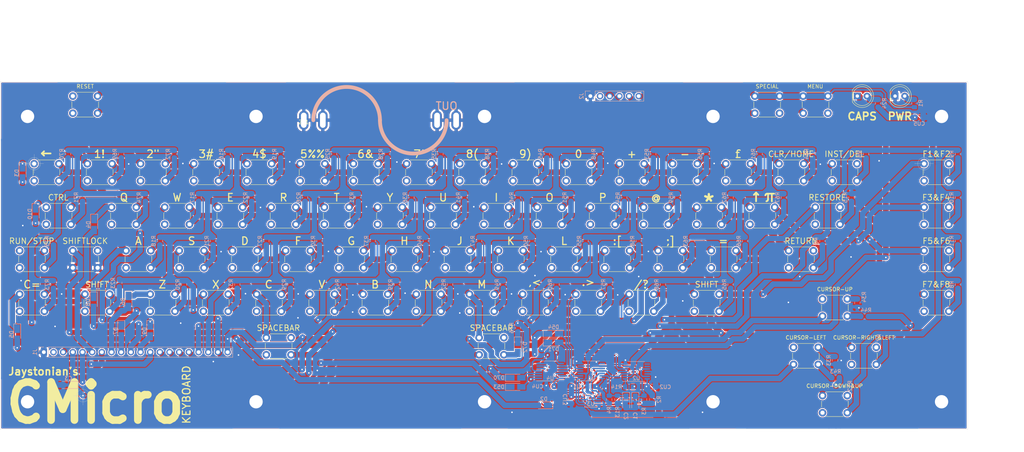
<source format=kicad_pcb>
(kicad_pcb (version 20171130) (host pcbnew "(5.1.9)-1")
  (layers (0 F.Cu signal) (31 B.Cu signal) (36 B.SilkS user) (37 F.SilkS user) (38 B.Mask user) (39 F.Mask user) (44 Edge.Cuts user))
  (net 0 "")
  (net 1 "Net-(C1-Pad1)")
  (net 2 GND)
  (net 3 "Net-(C2-Pad1)")
  (net 4 +5V)
  (net 5 "Net-(D1-Pad2)")
  (net 6 "Net-(D2-Pad2)")
  (net 7 "Net-(D3-Pad2)")
  (net 8 "Net-(D4-Pad2)")
  (net 9 "Net-(D5-Pad2)")
  (net 10 "Net-(D6-Pad2)")
  (net 11 "Net-(D7-Pad2)")
  (net 12 "Net-(D8-Pad2)")
  (net 13 "Net-(D9-Pad2)")
  (net 14 "Net-(D10-Pad2)")
  (net 15 "Net-(D20-Pad1)")
  (net 16 "Net-(D20-Pad2)")
  (net 17 /P19)
  (net 18 /P14)
  (net 19 "Net-(D53-Pad2)")
  (net 20 "Net-(D54-Pad2)")
  (net 21 "Net-(D70-Pad2)")
  (net 22 /P13)
  (net 23 "Net-(D71-Pad2)")
  (net 24 "Net-(D72-Pad2)")
  (net 25 "Net-(J1-Pad2)")
  (net 26 /P03)
  (net 27 /P05)
  (net 28 /P06)
  (net 29 /P07)
  (net 30 /P08)
  (net 31 /P09)
  (net 32 /P10)
  (net 33 /P11)
  (net 34 /P12)
  (net 35 /P15)
  (net 36 /P16)
  (net 37 /P17)
  (net 38 /P18)
  (net 39 /P20)
  (net 40 "Net-(R33-Pad1)")
  (net 41 /~PushCL)
  (net 42 /~PushCU)
  (net 43 /EN_CURLEFT)
  (net 44 /EN_CURUP)
  (net 45 "Net-(U1-Pad6)")
  (net 46 "Net-(U1-Pad8)")
  (net 47 "Net-(U1-Pad10)")
  (net 48 "Net-(U1-Pad12)")
  (net 49 "Net-(U2-Pad4)")
  (net 50 /EN_SHIFTLOCK)
  (net 51 "Net-(U2-Pad8)")
  (net 52 "Net-(U2-Pad9)")
  (net 53 /EN_RIGHTSHIFT)
  (net 54 "Net-(D72-Pad1)")
  (net 55 +3V3)
  (net 56 "Net-(J2-Pad4)")
  (net 57 "Net-(J2-Pad5)")
  (net 58 "Net-(R14-Pad2)")
  (net 59 "Net-(R34-Pad1)")
  (net 60 "Net-(J2-Pad2)")
  (net 61 "Net-(J2-Pad6)")
  (net 62 "Net-(R5-Pad2)")
  (net 63 "Net-(R6-Pad2)")
  (net 64 "Net-(R7-Pad2)")
  (net 65 "Net-(R8-Pad2)")
  (net 66 "Net-(R9-Pad2)")
  (net 67 "Net-(R10-Pad2)")
  (net 68 "Net-(R11-Pad2)")
  (net 69 "Net-(R12-Pad2)")
  (net 70 "Net-(R15-Pad2)")
  (net 71 "Net-(R16-Pad2)")
  (net 72 "Net-(R17-Pad2)")
  (net 73 "Net-(R18-Pad2)")
  (net 74 "Net-(R19-Pad2)")
  (net 75 "Net-(R20-Pad2)")
  (net 76 "Net-(R21-Pad2)")
  (net 77 "Net-(R22-Pad2)")
  (net 78 "Net-(R23-Pad2)")
  (net 79 "Net-(R25-Pad2)")
  (net 80 "Net-(R26-Pad2)")
  (net 81 "Net-(R27-Pad2)")
  (net 82 "Net-(R28-Pad2)")
  (net 83 "Net-(R29-Pad2)")
  (net 84 "Net-(R30-Pad2)")
  (net 85 "Net-(R31-Pad2)")
  (net 86 "Net-(R32-Pad2)")
  (net 87 "Net-(R35-Pad2)")
  (net 88 "Net-(R36-Pad2)")
  (net 89 "Net-(R37-Pad2)")
  (net 90 "Net-(R38-Pad2)")
  (net 91 "Net-(R39-Pad2)")
  (net 92 "Net-(R40-Pad2)")
  (net 93 "Net-(R41-Pad2)")
  (net 94 "Net-(R42-Pad2)")
  (net 95 "Net-(R45-Pad2)")
  (net 96 "Net-(R46-Pad2)")
  (net 97 "Net-(R47-Pad2)")
  (net 98 "Net-(R48-Pad2)")
  (net 99 "Net-(R49-Pad2)")
  (net 100 "Net-(R50-Pad2)")
  (net 101 "Net-(R51-Pad2)")
  (net 102 "Net-(R52-Pad2)")
  (net 103 "Net-(R53-Pad2)")
  (net 104 "Net-(R54-Pad2)")
  (net 105 "Net-(R55-Pad2)")
  (net 106 "Net-(R56-Pad2)")
  (net 107 "Net-(R57-Pad2)")
  (net 108 "Net-(R58-Pad2)")
  (net 109 "Net-(R59-Pad2)")
  (net 110 "Net-(R60-Pad2)")
  (net 111 "Net-(R61-Pad2)")
  (net 112 "Net-(R62-Pad2)")
  (net 113 "Net-(R63-Pad2)")
  (net 114 "Net-(R64-Pad2)")
  (net 115 "Net-(R65-Pad2)")
  (net 116 "Net-(R66-Pad2)")
  (net 117 "Net-(R67-Pad2)")
  (net 118 "Net-(R68-Pad2)")
  (net 119 "Net-(R69-Pad2)")
  (net 120 "Net-(R70-Pad2)")
  (net 121 "Net-(R71-Pad2)")
  (net 122 "Net-(R72-Pad2)")
  (net 123 "Net-(R73-Pad2)")
  (net 124 "Net-(R74-Pad2)")
  (net 125 "Net-(R75-Pad2)")
  (module Resistor_SMD:R_0805_2012Metric_Pad1.15x1.40mm_HandSolder (layer B.Cu) (at 248.92 72.39 270)
    (fp_text reference R5 (at 0 1.65 90) (layer B.SilkS) (effects (justify mirror)))
    (fp_text value 120R)
    (pad 1 smd roundrect (at -1.025 0 270) (size 1.15 1.4) (layers B.Cu B.Paste B.Mask) (roundrect_rratio 0.2173904347826087) (net 22 /P13))
    (pad 2 smd roundrect (at 1.025 0 270) (size 1.15 1.4) (layers B.Cu B.Paste B.Mask) (roundrect_rratio 0.2173904347826087) (net 62 "Net-(R5-Pad2)"))
  )
  (module Resistor_SMD:R_0805_2012Metric_Pad1.15x1.40mm_HandSolder (layer B.Cu) (at 237.49 95.25 270)
    (fp_text reference R6 (at 0 1.65 90) (layer B.SilkS) (effects (justify mirror)))
    (fp_text value 120R)
    (pad 1 smd roundrect (at -1.025 0 270) (size 1.15 1.4) (layers B.Cu B.Paste B.Mask) (roundrect_rratio 0.2173904347826087) (net 22 /P13))
    (pad 2 smd roundrect (at 1.025 0 270) (size 1.15 1.4) (layers B.Cu B.Paste B.Mask) (roundrect_rratio 0.2173904347826087) (net 63 "Net-(R6-Pad2)"))
  )
  (module Resistor_SMD:R_0805_2012Metric_Pad1.15x1.40mm_HandSolder (layer B.Cu) (at 254 120.65 270)
    (fp_text reference R7 (at 0 1.65 90) (layer B.SilkS) (effects (justify mirror)))
    (fp_text value 120R)
    (pad 2 smd roundrect (at 1.025 0 270) (size 1.15 1.4) (layers B.Cu B.Paste B.Mask) (roundrect_rratio 0.2173904347826087) (net 64 "Net-(R7-Pad2)"))
    (pad 1 smd roundrect (at -1.025 0 270) (size 1.15 1.4) (layers B.Cu B.Paste B.Mask) (roundrect_rratio 0.2173904347826087) (net 22 /P13))
  )
  (module Resistor_SMD:R_0805_2012Metric_Pad1.15x1.40mm_HandSolder (layer B.Cu) (at 273.05 106.68 270)
    (fp_text reference R8 (at 0 1.65 90) (layer B.SilkS) (effects (justify mirror)))
    (fp_text value 120R)
    (pad 1 smd roundrect (at -1.025 0 270) (size 1.15 1.4) (layers B.Cu B.Paste B.Mask) (roundrect_rratio 0.2173904347826087) (net 22 /P13))
    (pad 2 smd roundrect (at 1.025 0 270) (size 1.15 1.4) (layers B.Cu B.Paste B.Mask) (roundrect_rratio 0.2173904347826087) (net 65 "Net-(R8-Pad2)"))
  )
  (module Resistor_SMD:R_0805_2012Metric_Pad1.15x1.40mm_HandSolder (layer B.Cu) (at 273.05 72.39 270)
    (fp_text reference R9 (at 0 1.65 90) (layer B.SilkS) (effects (justify mirror)))
    (fp_text value 120R)
    (pad 2 smd roundrect (at 1.025 0 270) (size 1.15 1.4) (layers B.Cu B.Paste B.Mask) (roundrect_rratio 0.2173904347826087) (net 66 "Net-(R9-Pad2)"))
    (pad 1 smd roundrect (at -1.025 0 270) (size 1.15 1.4) (layers B.Cu B.Paste B.Mask) (roundrect_rratio 0.2173904347826087) (net 22 /P13))
  )
  (module Resistor_SMD:R_0805_2012Metric_Pad1.15x1.40mm_HandSolder (layer B.Cu) (at 273.05 83.82 270)
    (fp_text reference R10 (at 0 1.65 90) (layer B.SilkS) (effects (justify mirror)))
    (fp_text value 120R)
    (pad 1 smd roundrect (at -1.025 0 270) (size 1.15 1.4) (layers B.Cu B.Paste B.Mask) (roundrect_rratio 0.2173904347826087) (net 22 /P13))
    (pad 2 smd roundrect (at 1.025 0 270) (size 1.15 1.4) (layers B.Cu B.Paste B.Mask) (roundrect_rratio 0.2173904347826087) (net 67 "Net-(R10-Pad2)"))
  )
  (module Resistor_SMD:R_0805_2012Metric_Pad1.15x1.40mm_HandSolder (layer B.Cu) (at 273.05 95.25 270)
    (fp_text reference R11 (at 0 1.65 90) (layer B.SilkS) (effects (justify mirror)))
    (fp_text value 120R)
    (pad 2 smd roundrect (at 1.025 0 270) (size 1.15 1.4) (layers B.Cu B.Paste B.Mask) (roundrect_rratio 0.2173904347826087) (net 68 "Net-(R11-Pad2)"))
    (pad 1 smd roundrect (at -1.025 0 270) (size 1.15 1.4) (layers B.Cu B.Paste B.Mask) (roundrect_rratio 0.2173904347826087) (net 22 /P13))
  )
  (module Resistor_SMD:R_0805_2012Metric_Pad1.15x1.40mm_HandSolder (layer B.Cu) (at 246.38 133.35 270)
    (fp_text reference R12 (at 0 1.65 90) (layer B.SilkS) (effects (justify mirror)))
    (fp_text value 120R)
    (pad 1 smd roundrect (at -1.025 0 270) (size 1.15 1.4) (layers B.Cu B.Paste B.Mask) (roundrect_rratio 0.2173904347826087) (net 22 /P13))
    (pad 2 smd roundrect (at 1.025 0 270) (size 1.15 1.4) (layers B.Cu B.Paste B.Mask) (roundrect_rratio 0.2173904347826087) (net 69 "Net-(R12-Pad2)"))
  )
  (module Resistor_SMD:R_0805_2012Metric_Pad1.15x1.40mm_HandSolder (layer B.Cu) (at 245.11 83.82 270)
    (fp_text reference R15 (at 0 1.65 90) (layer B.SilkS) (effects (justify mirror)))
    (fp_text value 120R)
    (pad 1 smd roundrect (at -1.025 0 270) (size 1.15 1.4) (layers B.Cu B.Paste B.Mask) (roundrect_rratio 0.2173904347826087) (net 2 GND))
    (pad 2 smd roundrect (at 1.025 0 270) (size 1.15 1.4) (layers B.Cu B.Paste B.Mask) (roundrect_rratio 0.2173904347826087) (net 70 "Net-(R15-Pad2)"))
  )
  (module Resistor_SMD:R_0805_2012Metric_Pad1.15x1.40mm_HandSolder (layer B.Cu) (at 81.28 72.39 270)
    (fp_text reference R16 (at 0 1.65 90) (layer B.SilkS) (effects (justify mirror)))
    (fp_text value 120R)
    (pad 2 smd roundrect (at 1.025 0 270) (size 1.15 1.4) (layers B.Cu B.Paste B.Mask) (roundrect_rratio 0.2173904347826087) (net 71 "Net-(R16-Pad2)"))
    (pad 1 smd roundrect (at -1.025 0 270) (size 1.15 1.4) (layers B.Cu B.Paste B.Mask) (roundrect_rratio 0.2173904347826087) (net 17 /P19))
  )
  (module Resistor_SMD:R_0805_2012Metric_Pad1.15x1.40mm_HandSolder (layer B.Cu) (at 73.66 83.82 270)
    (fp_text reference R17 (at 0 1.65 90) (layer B.SilkS) (effects (justify mirror)))
    (fp_text value 120R)
    (pad 2 smd roundrect (at 1.025 0 270) (size 1.15 1.4) (layers B.Cu B.Paste B.Mask) (roundrect_rratio 0.2173904347826087) (net 72 "Net-(R17-Pad2)"))
    (pad 1 smd roundrect (at -1.025 0 270) (size 1.15 1.4) (layers B.Cu B.Paste B.Mask) (roundrect_rratio 0.2173904347826087) (net 17 /P19))
  )
  (module Resistor_SMD:R_0805_2012Metric_Pad1.15x1.40mm_HandSolder (layer B.Cu) (at 63.5 95.25 270)
    (fp_text reference R18 (at 0 1.65 90) (layer B.SilkS) (effects (justify mirror)))
    (fp_text value 120R)
    (pad 1 smd roundrect (at -1.025 0 270) (size 1.15 1.4) (layers B.Cu B.Paste B.Mask) (roundrect_rratio 0.2173904347826087) (net 17 /P19))
    (pad 2 smd roundrect (at 1.025 0 270) (size 1.15 1.4) (layers B.Cu B.Paste B.Mask) (roundrect_rratio 0.2173904347826087) (net 73 "Net-(R18-Pad2)"))
  )
  (module Resistor_SMD:R_0805_2012Metric_Pad1.15x1.40mm_HandSolder (layer B.Cu) (at 95.25 72.39 270)
    (fp_text reference R19 (at 0 1.65 90) (layer B.SilkS) (effects (justify mirror)))
    (fp_text value 120R)
    (pad 2 smd roundrect (at 1.025 0 270) (size 1.15 1.4) (layers B.Cu B.Paste B.Mask) (roundrect_rratio 0.2173904347826087) (net 74 "Net-(R19-Pad2)"))
    (pad 1 smd roundrect (at -1.025 0 270) (size 1.15 1.4) (layers B.Cu B.Paste B.Mask) (roundrect_rratio 0.2173904347826087) (net 17 /P19))
  )
  (module Resistor_SMD:R_0805_2012Metric_Pad1.15x1.40mm_HandSolder (layer B.Cu) (at 69.85 106.68 270)
    (fp_text reference R20 (at 0 1.65 90) (layer B.SilkS) (effects (justify mirror)))
    (fp_text value 120R)
    (pad 1 smd roundrect (at -1.025 0 270) (size 1.15 1.4) (layers B.Cu B.Paste B.Mask) (roundrect_rratio 0.2173904347826087) (net 17 /P19))
    (pad 2 smd roundrect (at 1.025 0 270) (size 1.15 1.4) (layers B.Cu B.Paste B.Mask) (roundrect_rratio 0.2173904347826087) (net 75 "Net-(R20-Pad2)"))
  )
  (module Resistor_SMD:R_0805_2012Metric_Pad1.15x1.40mm_HandSolder (layer B.Cu) (at 77.47 95.25 270)
    (fp_text reference R21 (at 0 1.65 90) (layer B.SilkS) (effects (justify mirror)))
    (fp_text value 120R)
    (pad 2 smd roundrect (at 1.025 0 270) (size 1.15 1.4) (layers B.Cu B.Paste B.Mask) (roundrect_rratio 0.2173904347826087) (net 76 "Net-(R21-Pad2)"))
    (pad 1 smd roundrect (at -1.025 0 270) (size 1.15 1.4) (layers B.Cu B.Paste B.Mask) (roundrect_rratio 0.2173904347826087) (net 17 /P19))
  )
  (module Resistor_SMD:R_0805_2012Metric_Pad1.15x1.40mm_HandSolder (layer B.Cu) (at 87.63 83.82 270)
    (fp_text reference R22 (at 0 1.65 90) (layer B.SilkS) (effects (justify mirror)))
    (fp_text value 120R)
    (pad 1 smd roundrect (at -1.025 0 270) (size 1.15 1.4) (layers B.Cu B.Paste B.Mask) (roundrect_rratio 0.2173904347826087) (net 17 /P19))
    (pad 2 smd roundrect (at 1.025 0 270) (size 1.15 1.4) (layers B.Cu B.Paste B.Mask) (roundrect_rratio 0.2173904347826087) (net 77 "Net-(R22-Pad2)"))
  )
  (module Resistor_SMD:R_0805_2012Metric_Pad1.15x1.40mm_HandSolder (layer B.Cu) (at 52.832 106.29 270)
    (fp_text reference R23 (at 0 1.65 90) (layer B.SilkS) (effects (justify mirror)))
    (fp_text value 120R)
    (pad 2 smd roundrect (at 1.025 0 270) (size 1.15 1.4) (layers B.Cu B.Paste B.Mask) (roundrect_rratio 0.2173904347826087) (net 78 "Net-(R23-Pad2)"))
    (pad 1 smd roundrect (at -1.025 0 270) (size 1.15 1.4) (layers B.Cu B.Paste B.Mask) (roundrect_rratio 0.2173904347826087) (net 17 /P19))
  )
  (module Resistor_SMD:R_0805_2012Metric_Pad1.15x1.40mm_HandSolder (layer B.Cu) (at 109.22 72.39 270)
    (fp_text reference R25 (at 0 1.65 90) (layer B.SilkS) (effects (justify mirror)))
    (fp_text value 120R)
    (pad 1 smd roundrect (at -1.025 0 270) (size 1.15 1.4) (layers B.Cu B.Paste B.Mask) (roundrect_rratio 0.2173904347826087) (net 38 /P18))
    (pad 2 smd roundrect (at 1.025 0 270) (size 1.15 1.4) (layers B.Cu B.Paste B.Mask) (roundrect_rratio 0.2173904347826087) (net 79 "Net-(R25-Pad2)"))
  )
  (module Resistor_SMD:R_0805_2012Metric_Pad1.15x1.40mm_HandSolder (layer B.Cu) (at 101.6 83.82 270)
    (fp_text reference R26 (at 0 1.65 90) (layer B.SilkS) (effects (justify mirror)))
    (fp_text value 120R)
    (pad 2 smd roundrect (at 1.025 0 270) (size 1.15 1.4) (layers B.Cu B.Paste B.Mask) (roundrect_rratio 0.2173904347826087) (net 80 "Net-(R26-Pad2)"))
    (pad 1 smd roundrect (at -1.025 0 270) (size 1.15 1.4) (layers B.Cu B.Paste B.Mask) (roundrect_rratio 0.2173904347826087) (net 38 /P18))
  )
  (module Resistor_SMD:R_0805_2012Metric_Pad1.15x1.40mm_HandSolder (layer B.Cu) (at 91.44 95.25 270)
    (fp_text reference R27 (at 0 1.65 90) (layer B.SilkS) (effects (justify mirror)))
    (fp_text value 120R)
    (pad 1 smd roundrect (at -1.025 0 270) (size 1.15 1.4) (layers B.Cu B.Paste B.Mask) (roundrect_rratio 0.2173904347826087) (net 38 /P18))
    (pad 2 smd roundrect (at 1.025 0 270) (size 1.15 1.4) (layers B.Cu B.Paste B.Mask) (roundrect_rratio 0.2173904347826087) (net 81 "Net-(R27-Pad2)"))
  )
  (module Resistor_SMD:R_0805_2012Metric_Pad1.15x1.40mm_HandSolder (layer B.Cu) (at 123.19 72.39 270)
    (fp_text reference R28 (at 0 1.65 90) (layer B.SilkS) (effects (justify mirror)))
    (fp_text value 120R)
    (pad 2 smd roundrect (at 1.025 0 270) (size 1.15 1.4) (layers B.Cu B.Paste B.Mask) (roundrect_rratio 0.2173904347826087) (net 82 "Net-(R28-Pad2)"))
    (pad 1 smd roundrect (at -1.025 0 270) (size 1.15 1.4) (layers B.Cu B.Paste B.Mask) (roundrect_rratio 0.2173904347826087) (net 38 /P18))
  )
  (module Resistor_SMD:R_0805_2012Metric_Pad1.15x1.40mm_HandSolder (layer B.Cu) (at 97.79 106.68 270)
    (fp_text reference R29 (at 0 1.65 90) (layer B.SilkS) (effects (justify mirror)))
    (fp_text value 120R)
    (pad 1 smd roundrect (at -1.025 0 270) (size 1.15 1.4) (layers B.Cu B.Paste B.Mask) (roundrect_rratio 0.2173904347826087) (net 38 /P18))
    (pad 2 smd roundrect (at 1.025 0 270) (size 1.15 1.4) (layers B.Cu B.Paste B.Mask) (roundrect_rratio 0.2173904347826087) (net 83 "Net-(R29-Pad2)"))
  )
  (module Resistor_SMD:R_0805_2012Metric_Pad1.15x1.40mm_HandSolder (layer B.Cu) (at 105.41 95.25 270)
    (fp_text reference R30 (at 0 1.65 90) (layer B.SilkS) (effects (justify mirror)))
    (fp_text value 120R)
    (pad 2 smd roundrect (at 1.025 0 270) (size 1.15 1.4) (layers B.Cu B.Paste B.Mask) (roundrect_rratio 0.2173904347826087) (net 84 "Net-(R30-Pad2)"))
    (pad 1 smd roundrect (at -1.025 0 270) (size 1.15 1.4) (layers B.Cu B.Paste B.Mask) (roundrect_rratio 0.2173904347826087) (net 38 /P18))
  )
  (module Resistor_SMD:R_0805_2012Metric_Pad1.15x1.40mm_HandSolder (layer B.Cu) (at 115.57 83.82 270)
    (fp_text reference R31 (at 0 1.65 90) (layer B.SilkS) (effects (justify mirror)))
    (fp_text value 120R)
    (pad 1 smd roundrect (at -1.025 0 270) (size 1.15 1.4) (layers B.Cu B.Paste B.Mask) (roundrect_rratio 0.2173904347826087) (net 38 /P18))
    (pad 2 smd roundrect (at 1.025 0 270) (size 1.15 1.4) (layers B.Cu B.Paste B.Mask) (roundrect_rratio 0.2173904347826087) (net 85 "Net-(R31-Pad2)"))
  )
  (module Resistor_SMD:R_0805_2012Metric_Pad1.15x1.40mm_HandSolder (layer B.Cu) (at 83.82 106.68 270)
    (fp_text reference R32 (at 0 1.65 90) (layer B.SilkS) (effects (justify mirror)))
    (fp_text value 120R)
    (pad 2 smd roundrect (at 1.025 0 270) (size 1.15 1.4) (layers B.Cu B.Paste B.Mask) (roundrect_rratio 0.2173904347826087) (net 86 "Net-(R32-Pad2)"))
    (pad 1 smd roundrect (at -1.025 0 270) (size 1.15 1.4) (layers B.Cu B.Paste B.Mask) (roundrect_rratio 0.2173904347826087) (net 38 /P18))
  )
  (module Resistor_SMD:R_0805_2012Metric_Pad1.15x1.40mm_HandSolder (layer B.Cu) (at 137.16 72.39 270)
    (fp_text reference R35 (at 0 1.65 90) (layer B.SilkS) (effects (justify mirror)))
    (fp_text value 120R)
    (pad 2 smd roundrect (at 1.025 0 270) (size 1.15 1.4) (layers B.Cu B.Paste B.Mask) (roundrect_rratio 0.2173904347826087) (net 87 "Net-(R35-Pad2)"))
    (pad 1 smd roundrect (at -1.025 0 270) (size 1.15 1.4) (layers B.Cu B.Paste B.Mask) (roundrect_rratio 0.2173904347826087) (net 37 /P17))
  )
  (module Resistor_SMD:R_0805_2012Metric_Pad1.15x1.40mm_HandSolder (layer B.Cu) (at 129.54 83.82 270)
    (fp_text reference R36 (at 0 1.65 90) (layer B.SilkS) (effects (justify mirror)))
    (fp_text value 120R)
    (pad 1 smd roundrect (at -1.025 0 270) (size 1.15 1.4) (layers B.Cu B.Paste B.Mask) (roundrect_rratio 0.2173904347826087) (net 37 /P17))
    (pad 2 smd roundrect (at 1.025 0 270) (size 1.15 1.4) (layers B.Cu B.Paste B.Mask) (roundrect_rratio 0.2173904347826087) (net 88 "Net-(R36-Pad2)"))
  )
  (module Resistor_SMD:R_0805_2012Metric_Pad1.15x1.40mm_HandSolder (layer B.Cu) (at 119.38 95.25 270)
    (fp_text reference R37 (at 0 1.65 90) (layer B.SilkS) (effects (justify mirror)))
    (fp_text value 120R)
    (pad 2 smd roundrect (at 1.025 0 270) (size 1.15 1.4) (layers B.Cu B.Paste B.Mask) (roundrect_rratio 0.2173904347826087) (net 89 "Net-(R37-Pad2)"))
    (pad 1 smd roundrect (at -1.025 0 270) (size 1.15 1.4) (layers B.Cu B.Paste B.Mask) (roundrect_rratio 0.2173904347826087) (net 37 /P17))
  )
  (module Resistor_SMD:R_0805_2012Metric_Pad1.15x1.40mm_HandSolder (layer B.Cu) (at 151.13 72.39 270)
    (fp_text reference R38 (at 0 1.65 90) (layer B.SilkS) (effects (justify mirror)))
    (fp_text value 120R)
    (pad 1 smd roundrect (at -1.025 0 270) (size 1.15 1.4) (layers B.Cu B.Paste B.Mask) (roundrect_rratio 0.2173904347826087) (net 37 /P17))
    (pad 2 smd roundrect (at 1.025 0 270) (size 1.15 1.4) (layers B.Cu B.Paste B.Mask) (roundrect_rratio 0.2173904347826087) (net 90 "Net-(R38-Pad2)"))
  )
  (module Resistor_SMD:R_0805_2012Metric_Pad1.15x1.40mm_HandSolder (layer B.Cu) (at 125.73 106.68 270)
    (fp_text reference R39 (at 0 1.65 90) (layer B.SilkS) (effects (justify mirror)))
    (fp_text value 120R)
    (pad 2 smd roundrect (at 1.025 0 270) (size 1.15 1.4) (layers B.Cu B.Paste B.Mask) (roundrect_rratio 0.2173904347826087) (net 91 "Net-(R39-Pad2)"))
    (pad 1 smd roundrect (at -1.025 0 270) (size 1.15 1.4) (layers B.Cu B.Paste B.Mask) (roundrect_rratio 0.2173904347826087) (net 37 /P17))
  )
  (module Resistor_SMD:R_0805_2012Metric_Pad1.15x1.40mm_HandSolder (layer B.Cu) (at 133.35 95.25 270)
    (fp_text reference R40 (at 0 1.65 90) (layer B.SilkS) (effects (justify mirror)))
    (fp_text value 120R)
    (pad 1 smd roundrect (at -1.025 0 270) (size 1.15 1.4) (layers B.Cu B.Paste B.Mask) (roundrect_rratio 0.2173904347826087) (net 37 /P17))
    (pad 2 smd roundrect (at 1.025 0 270) (size 1.15 1.4) (layers B.Cu B.Paste B.Mask) (roundrect_rratio 0.2173904347826087) (net 92 "Net-(R40-Pad2)"))
  )
  (module Resistor_SMD:R_0805_2012Metric_Pad1.15x1.40mm_HandSolder (layer B.Cu) (at 143.51 83.82 270)
    (fp_text reference R41 (at 0 1.65 90) (layer B.SilkS) (effects (justify mirror)))
    (fp_text value 120R)
    (pad 2 smd roundrect (at 1.025 0 270) (size 1.15 1.4) (layers B.Cu B.Paste B.Mask) (roundrect_rratio 0.2173904347826087) (net 93 "Net-(R41-Pad2)"))
    (pad 1 smd roundrect (at -1.025 0 270) (size 1.15 1.4) (layers B.Cu B.Paste B.Mask) (roundrect_rratio 0.2173904347826087) (net 37 /P17))
  )
  (module Resistor_SMD:R_0805_2012Metric_Pad1.15x1.40mm_HandSolder (layer B.Cu) (at 111.76 106.68 270)
    (fp_text reference R42 (at 0 1.65 90) (layer B.SilkS) (effects (justify mirror)))
    (fp_text value 120R)
    (pad 1 smd roundrect (at -1.025 0 270) (size 1.15 1.4) (layers B.Cu B.Paste B.Mask) (roundrect_rratio 0.2173904347826087) (net 37 /P17))
    (pad 2 smd roundrect (at 1.025 0 270) (size 1.15 1.4) (layers B.Cu B.Paste B.Mask) (roundrect_rratio 0.2173904347826087) (net 94 "Net-(R42-Pad2)"))
  )
  (module Resistor_SMD:R_0805_2012Metric_Pad1.15x1.40mm_HandSolder (layer B.Cu) (at 165.1 72.39 270)
    (fp_text reference R45 (at 0 1.65 90) (layer B.SilkS) (effects (justify mirror)))
    (fp_text value 120R)
    (pad 1 smd roundrect (at -1.025 0 270) (size 1.15 1.4) (layers B.Cu B.Paste B.Mask) (roundrect_rratio 0.2173904347826087) (net 36 /P16))
    (pad 2 smd roundrect (at 1.025 0 270) (size 1.15 1.4) (layers B.Cu B.Paste B.Mask) (roundrect_rratio 0.2173904347826087) (net 95 "Net-(R45-Pad2)"))
  )
  (module Resistor_SMD:R_0805_2012Metric_Pad1.15x1.40mm_HandSolder (layer B.Cu) (at 157.48 83.82 270)
    (fp_text reference R46 (at 0 1.65 90) (layer B.SilkS) (effects (justify mirror)))
    (fp_text value 120R)
    (pad 2 smd roundrect (at 1.025 0 270) (size 1.15 1.4) (layers B.Cu B.Paste B.Mask) (roundrect_rratio 0.2173904347826087) (net 96 "Net-(R46-Pad2)"))
    (pad 1 smd roundrect (at -1.025 0 270) (size 1.15 1.4) (layers B.Cu B.Paste B.Mask) (roundrect_rratio 0.2173904347826087) (net 36 /P16))
  )
  (module Resistor_SMD:R_0805_2012Metric_Pad1.15x1.40mm_HandSolder (layer B.Cu) (at 147.32 95.25 270)
    (fp_text reference R47 (at 0 1.65 90) (layer B.SilkS) (effects (justify mirror)))
    (fp_text value 120R)
    (pad 1 smd roundrect (at -1.025 0 270) (size 1.15 1.4) (layers B.Cu B.Paste B.Mask) (roundrect_rratio 0.2173904347826087) (net 36 /P16))
    (pad 2 smd roundrect (at 1.025 0 270) (size 1.15 1.4) (layers B.Cu B.Paste B.Mask) (roundrect_rratio 0.2173904347826087) (net 97 "Net-(R47-Pad2)"))
  )
  (module Resistor_SMD:R_0805_2012Metric_Pad1.15x1.40mm_HandSolder (layer B.Cu) (at 179.07 72.39 270)
    (fp_text reference R48 (at 0 1.65 90) (layer B.SilkS) (effects (justify mirror)))
    (fp_text value 120R)
    (pad 2 smd roundrect (at 1.025 0 270) (size 1.15 1.4) (layers B.Cu B.Paste B.Mask) (roundrect_rratio 0.2173904347826087) (net 98 "Net-(R48-Pad2)"))
    (pad 1 smd roundrect (at -1.025 0 270) (size 1.15 1.4) (layers B.Cu B.Paste B.Mask) (roundrect_rratio 0.2173904347826087) (net 36 /P16))
  )
  (module Resistor_SMD:R_0805_2012Metric_Pad1.15x1.40mm_HandSolder (layer B.Cu) (at 153.67 106.68 270)
    (fp_text reference R49 (at 0 1.65 90) (layer B.SilkS) (effects (justify mirror)))
    (fp_text value 120R)
    (pad 1 smd roundrect (at -1.025 0 270) (size 1.15 1.4) (layers B.Cu B.Paste B.Mask) (roundrect_rratio 0.2173904347826087) (net 36 /P16))
    (pad 2 smd roundrect (at 1.025 0 270) (size 1.15 1.4) (layers B.Cu B.Paste B.Mask) (roundrect_rratio 0.2173904347826087) (net 99 "Net-(R49-Pad2)"))
  )
  (module Resistor_SMD:R_0805_2012Metric_Pad1.15x1.40mm_HandSolder (layer B.Cu) (at 161.29 95.25 270)
    (fp_text reference R50 (at 0 1.65 90) (layer B.SilkS) (effects (justify mirror)))
    (fp_text value 120R)
    (pad 2 smd roundrect (at 1.025 0 270) (size 1.15 1.4) (layers B.Cu B.Paste B.Mask) (roundrect_rratio 0.2173904347826087) (net 100 "Net-(R50-Pad2)"))
    (pad 1 smd roundrect (at -1.025 0 270) (size 1.15 1.4) (layers B.Cu B.Paste B.Mask) (roundrect_rratio 0.2173904347826087) (net 36 /P16))
  )
  (module Resistor_SMD:R_0805_2012Metric_Pad1.15x1.40mm_HandSolder (layer B.Cu) (at 171.45 83.82 270)
    (fp_text reference R51 (at 0 1.65 90) (layer B.SilkS) (effects (justify mirror)))
    (fp_text value 120R)
    (pad 1 smd roundrect (at -1.025 0 270) (size 1.15 1.4) (layers B.Cu B.Paste B.Mask) (roundrect_rratio 0.2173904347826087) (net 36 /P16))
    (pad 2 smd roundrect (at 1.025 0 270) (size 1.15 1.4) (layers B.Cu B.Paste B.Mask) (roundrect_rratio 0.2173904347826087) (net 101 "Net-(R51-Pad2)"))
  )
  (module Resistor_SMD:R_0805_2012Metric_Pad1.15x1.40mm_HandSolder (layer B.Cu) (at 139.7 106.68 270)
    (fp_text reference R52 (at 0 1.65 90) (layer B.SilkS) (effects (justify mirror)))
    (fp_text value 120R)
    (pad 1 smd roundrect (at -1.025 0 270) (size 1.15 1.4) (layers B.Cu B.Paste B.Mask) (roundrect_rratio 0.2173904347826087) (net 36 /P16))
    (pad 2 smd roundrect (at 1.025 0 270) (size 1.15 1.4) (layers B.Cu B.Paste B.Mask) (roundrect_rratio 0.2173904347826087) (net 102 "Net-(R52-Pad2)"))
  )
  (module Resistor_SMD:R_0805_2012Metric_Pad1.15x1.40mm_HandSolder (layer B.Cu) (at 193.04 72.39 270)
    (fp_text reference R53 (at 0 1.65 90) (layer B.SilkS) (effects (justify mirror)))
    (fp_text value 120R)
    (pad 2 smd roundrect (at 1.025 0 270) (size 1.15 1.4) (layers B.Cu B.Paste B.Mask) (roundrect_rratio 0.2173904347826087) (net 103 "Net-(R53-Pad2)"))
    (pad 1 smd roundrect (at -1.025 0 270) (size 1.15 1.4) (layers B.Cu B.Paste B.Mask) (roundrect_rratio 0.2173904347826087) (net 35 /P15))
  )
  (module Resistor_SMD:R_0805_2012Metric_Pad1.15x1.40mm_HandSolder (layer B.Cu) (at 185.42 83.82 270)
    (fp_text reference R54 (at 0 1.65 90) (layer B.SilkS) (effects (justify mirror)))
    (fp_text value 120R)
    (pad 1 smd roundrect (at -1.025 0 270) (size 1.15 1.4) (layers B.Cu B.Paste B.Mask) (roundrect_rratio 0.2173904347826087) (net 35 /P15))
    (pad 2 smd roundrect (at 1.025 0 270) (size 1.15 1.4) (layers B.Cu B.Paste B.Mask) (roundrect_rratio 0.2173904347826087) (net 104 "Net-(R54-Pad2)"))
  )
  (module Resistor_SMD:R_0805_2012Metric_Pad1.15x1.40mm_HandSolder (layer B.Cu) (at 175.26 95.25 270)
    (fp_text reference R55 (at 0 1.65 90) (layer B.SilkS) (effects (justify mirror)))
    (fp_text value 120R)
    (pad 2 smd roundrect (at 1.025 0 270) (size 1.15 1.4) (layers B.Cu B.Paste B.Mask) (roundrect_rratio 0.2173904347826087) (net 105 "Net-(R55-Pad2)"))
    (pad 1 smd roundrect (at -1.025 0 270) (size 1.15 1.4) (layers B.Cu B.Paste B.Mask) (roundrect_rratio 0.2173904347826087) (net 35 /P15))
  )
  (module Resistor_SMD:R_0805_2012Metric_Pad1.15x1.40mm_HandSolder (layer B.Cu) (at 207.01 72.39 270)
    (fp_text reference R56 (at 0 1.65 90) (layer B.SilkS) (effects (justify mirror)))
    (fp_text value 120R)
    (pad 1 smd roundrect (at -1.025 0 270) (size 1.15 1.4) (layers B.Cu B.Paste B.Mask) (roundrect_rratio 0.2173904347826087) (net 35 /P15))
    (pad 2 smd roundrect (at 1.025 0 270) (size 1.15 1.4) (layers B.Cu B.Paste B.Mask) (roundrect_rratio 0.2173904347826087) (net 106 "Net-(R56-Pad2)"))
  )
  (module Resistor_SMD:R_0805_2012Metric_Pad1.15x1.40mm_HandSolder (layer B.Cu) (at 181.61 106.68 270)
    (fp_text reference R57 (at 0 1.65 90) (layer B.SilkS) (effects (justify mirror)))
    (fp_text value 120R)
    (pad 2 smd roundrect (at 1.025 0 270) (size 1.15 1.4) (layers B.Cu B.Paste B.Mask) (roundrect_rratio 0.2173904347826087) (net 107 "Net-(R57-Pad2)"))
    (pad 1 smd roundrect (at -1.025 0 270) (size 1.15 1.4) (layers B.Cu B.Paste B.Mask) (roundrect_rratio 0.2173904347826087) (net 35 /P15))
  )
  (module Resistor_SMD:R_0805_2012Metric_Pad1.15x1.40mm_HandSolder (layer B.Cu) (at 189.23 95.25 270)
    (fp_text reference R58 (at 0 1.65 90) (layer B.SilkS) (effects (justify mirror)))
    (fp_text value 120R)
    (pad 1 smd roundrect (at -1.025 0 270) (size 1.15 1.4) (layers B.Cu B.Paste B.Mask) (roundrect_rratio 0.2173904347826087) (net 35 /P15))
    (pad 2 smd roundrect (at 1.025 0 270) (size 1.15 1.4) (layers B.Cu B.Paste B.Mask) (roundrect_rratio 0.2173904347826087) (net 108 "Net-(R58-Pad2)"))
  )
  (module Resistor_SMD:R_0805_2012Metric_Pad1.15x1.40mm_HandSolder (layer B.Cu) (at 199.39 83.82 270)
    (fp_text reference R59 (at 0 1.65 90) (layer B.SilkS) (effects (justify mirror)))
    (fp_text value 120R)
    (pad 2 smd roundrect (at 1.025 0 270) (size 1.15 1.4) (layers B.Cu B.Paste B.Mask) (roundrect_rratio 0.2173904347826087) (net 109 "Net-(R59-Pad2)"))
    (pad 1 smd roundrect (at -1.025 0 270) (size 1.15 1.4) (layers B.Cu B.Paste B.Mask) (roundrect_rratio 0.2173904347826087) (net 35 /P15))
  )
  (module Resistor_SMD:R_0805_2012Metric_Pad1.15x1.40mm_HandSolder (layer B.Cu) (at 167.64 106.68 270)
    (fp_text reference R60 (at 0 1.65 90) (layer B.SilkS) (effects (justify mirror)))
    (fp_text value 120R)
    (pad 1 smd roundrect (at -1.025 0 270) (size 1.15 1.4) (layers B.Cu B.Paste B.Mask) (roundrect_rratio 0.2173904347826087) (net 35 /P15))
    (pad 2 smd roundrect (at 1.025 0 270) (size 1.15 1.4) (layers B.Cu B.Paste B.Mask) (roundrect_rratio 0.2173904347826087) (net 110 "Net-(R60-Pad2)"))
  )
  (module Resistor_SMD:R_0805_2012Metric_Pad1.15x1.40mm_HandSolder (layer B.Cu) (at 220.98 72.39 270)
    (fp_text reference R61 (at 0 1.65 90) (layer B.SilkS) (effects (justify mirror)))
    (fp_text value 120R)
    (pad 2 smd roundrect (at 1.025 0 270) (size 1.15 1.4) (layers B.Cu B.Paste B.Mask) (roundrect_rratio 0.2173904347826087) (net 111 "Net-(R61-Pad2)"))
    (pad 1 smd roundrect (at -1.025 0 270) (size 1.15 1.4) (layers B.Cu B.Paste B.Mask) (roundrect_rratio 0.2173904347826087) (net 18 /P14))
  )
  (module Resistor_SMD:R_0805_2012Metric_Pad1.15x1.40mm_HandSolder (layer B.Cu) (at 213.36 83.82 270)
    (fp_text reference R62 (at 0 1.65 90) (layer B.SilkS) (effects (justify mirror)))
    (fp_text value 120R)
    (pad 1 smd roundrect (at -1.025 0 270) (size 1.15 1.4) (layers B.Cu B.Paste B.Mask) (roundrect_rratio 0.2173904347826087) (net 18 /P14))
    (pad 2 smd roundrect (at 1.025 0 270) (size 1.15 1.4) (layers B.Cu B.Paste B.Mask) (roundrect_rratio 0.2173904347826087) (net 112 "Net-(R62-Pad2)"))
  )
  (module Resistor_SMD:R_0805_2012Metric_Pad1.15x1.40mm_HandSolder (layer B.Cu) (at 203.2 95.25 270)
    (fp_text reference R63 (at 0 1.65 90) (layer B.SilkS) (effects (justify mirror)))
    (fp_text value 120R)
    (pad 2 smd roundrect (at 1.025 0 270) (size 1.15 1.4) (layers B.Cu B.Paste B.Mask) (roundrect_rratio 0.2173904347826087) (net 113 "Net-(R63-Pad2)"))
    (pad 1 smd roundrect (at -1.025 0 270) (size 1.15 1.4) (layers B.Cu B.Paste B.Mask) (roundrect_rratio 0.2173904347826087) (net 18 /P14))
  )
  (module Resistor_SMD:R_0805_2012Metric_Pad1.15x1.40mm_HandSolder (layer B.Cu) (at 234.95 72.39 270)
    (fp_text reference R64 (at 0 1.65 90) (layer B.SilkS) (effects (justify mirror)))
    (fp_text value 120R)
    (pad 1 smd roundrect (at -1.025 0 270) (size 1.15 1.4) (layers B.Cu B.Paste B.Mask) (roundrect_rratio 0.2173904347826087) (net 18 /P14))
    (pad 2 smd roundrect (at 1.025 0 270) (size 1.15 1.4) (layers B.Cu B.Paste B.Mask) (roundrect_rratio 0.2173904347826087) (net 114 "Net-(R64-Pad2)"))
  )
  (module Resistor_SMD:R_0805_2012Metric_Pad1.15x1.40mm_HandSolder (layer B.Cu) (at 213.36 106.68 270)
    (fp_text reference R65 (at 0 1.65 90) (layer B.SilkS) (effects (justify mirror)))
    (fp_text value 120R)
    (pad 2 smd roundrect (at 1.025 0 270) (size 1.15 1.4) (layers B.Cu B.Paste B.Mask) (roundrect_rratio 0.2173904347826087) (net 115 "Net-(R65-Pad2)"))
    (pad 1 smd roundrect (at -1.025 0 270) (size 1.15 1.4) (layers B.Cu B.Paste B.Mask) (roundrect_rratio 0.2173904347826087) (net 18 /P14))
  )
  (module Resistor_SMD:R_0805_2012Metric_Pad1.15x1.40mm_HandSolder (layer B.Cu) (at 217.17 95.25 270)
    (fp_text reference R66 (at 0 1.65 90) (layer B.SilkS) (effects (justify mirror)))
    (fp_text value 120R)
    (pad 1 smd roundrect (at -1.025 0 270) (size 1.15 1.4) (layers B.Cu B.Paste B.Mask) (roundrect_rratio 0.2173904347826087) (net 18 /P14))
    (pad 2 smd roundrect (at 1.025 0 270) (size 1.15 1.4) (layers B.Cu B.Paste B.Mask) (roundrect_rratio 0.2173904347826087) (net 116 "Net-(R66-Pad2)"))
  )
  (module Resistor_SMD:R_0805_2012Metric_Pad1.15x1.40mm_HandSolder (layer B.Cu) (at 227.33 83.82 270)
    (fp_text reference R67 (at 0 1.65 90) (layer B.SilkS) (effects (justify mirror)))
    (fp_text value 120R)
    (pad 2 smd roundrect (at 1.025 0 270) (size 1.15 1.4) (layers B.Cu B.Paste B.Mask) (roundrect_rratio 0.2173904347826087) (net 117 "Net-(R67-Pad2)"))
    (pad 1 smd roundrect (at -1.025 0 270) (size 1.15 1.4) (layers B.Cu B.Paste B.Mask) (roundrect_rratio 0.2173904347826087) (net 18 /P14))
  )
  (module Resistor_SMD:R_0805_2012Metric_Pad1.15x1.40mm_HandSolder (layer B.Cu) (at 195.58 106.68 270)
    (fp_text reference R68 (at 0 1.65 90) (layer B.SilkS) (effects (justify mirror)))
    (fp_text value 120R)
    (pad 2 smd roundrect (at 1.025 0 270) (size 1.15 1.4) (layers B.Cu B.Paste B.Mask) (roundrect_rratio 0.2173904347826087) (net 118 "Net-(R68-Pad2)"))
    (pad 1 smd roundrect (at -1.025 0 270) (size 1.15 1.4) (layers B.Cu B.Paste B.Mask) (roundrect_rratio 0.2173904347826087) (net 18 /P14))
  )
  (module Resistor_SMD:R_0805_2012Metric_Pad1.15x1.40mm_HandSolder (layer B.Cu) (at 53.34 72.39 270)
    (fp_text reference R69 (at 0 1.65 90) (layer B.SilkS) (effects (justify mirror)))
    (fp_text value 120R)
    (pad 2 smd roundrect (at 1.025 0 270) (size 1.15 1.4) (layers B.Cu B.Paste B.Mask) (roundrect_rratio 0.2173904347826087) (net 119 "Net-(R69-Pad2)"))
    (pad 1 smd roundrect (at -1.025 0 270) (size 1.15 1.4) (layers B.Cu B.Paste B.Mask) (roundrect_rratio 0.2173904347826087) (net 39 /P20))
  )
  (module Resistor_SMD:R_0805_2012Metric_Pad1.15x1.40mm_HandSolder (layer B.Cu) (at 39.37 72.39 270)
    (fp_text reference R70 (at 0 1.65 90) (layer B.SilkS) (effects (justify mirror)))
    (fp_text value 120R)
    (pad 1 smd roundrect (at -1.025 0 270) (size 1.15 1.4) (layers B.Cu B.Paste B.Mask) (roundrect_rratio 0.2173904347826087) (net 39 /P20))
    (pad 2 smd roundrect (at 1.025 0 270) (size 1.15 1.4) (layers B.Cu B.Paste B.Mask) (roundrect_rratio 0.2173904347826087) (net 120 "Net-(R70-Pad2)"))
  )
  (module Resistor_SMD:R_0805_2012Metric_Pad1.15x1.40mm_HandSolder (layer B.Cu) (at 43.18 83.82 270)
    (fp_text reference R71 (at 0 1.65 90) (layer B.SilkS) (effects (justify mirror)))
    (fp_text value 120R)
    (pad 2 smd roundrect (at 1.025 0 270) (size 1.15 1.4) (layers B.Cu B.Paste B.Mask) (roundrect_rratio 0.2173904347826087) (net 121 "Net-(R71-Pad2)"))
    (pad 1 smd roundrect (at -1.025 0 270) (size 1.15 1.4) (layers B.Cu B.Paste B.Mask) (roundrect_rratio 0.2173904347826087) (net 39 /P20))
  )
  (module Resistor_SMD:R_0805_2012Metric_Pad1.15x1.40mm_HandSolder (layer B.Cu) (at 67.31 72.39 270)
    (fp_text reference R72 (at 0 1.65 90) (layer B.SilkS) (effects (justify mirror)))
    (fp_text value 120R)
    (pad 1 smd roundrect (at -1.025 0 270) (size 1.15 1.4) (layers B.Cu B.Paste B.Mask) (roundrect_rratio 0.2173904347826087) (net 39 /P20))
    (pad 2 smd roundrect (at 1.025 0 270) (size 1.15 1.4) (layers B.Cu B.Paste B.Mask) (roundrect_rratio 0.2173904347826087) (net 122 "Net-(R72-Pad2)"))
  )
  (module Resistor_SMD:R_0805_2012Metric_Pad1.15x1.40mm_HandSolder (layer B.Cu) (at 157.48 118.11 270)
    (fp_text reference R76 (at 0 1.65 90) (layer B.SilkS) (effects (justify mirror)))
    (fp_text value 120R)
    (pad 2 smd roundrect (at 1.025 0 270) (size 1.15 1.4) (layers B.Cu B.Paste B.Mask) (roundrect_rratio 0.2173904347826087) (net 54 "Net-(D72-Pad1)"))
    (pad 1 smd roundrect (at -1.025 0 270) (size 1.15 1.4) (layers B.Cu B.Paste B.Mask) (roundrect_rratio 0.2173904347826087) (net 39 /P20))
  )
  (module Resistor_SMD:R_0805_2012Metric_Pad1.15x1.40mm_HandSolder (layer B.Cu) (at 35.56 106.68 270)
    (fp_text reference R73 (at 0 1.65 90) (layer B.SilkS) (effects (justify mirror)))
    (fp_text value 120R)
    (pad 1 smd roundrect (at -1.025 0 270) (size 1.15 1.4) (layers B.Cu B.Paste B.Mask) (roundrect_rratio 0.2173904347826087) (net 39 /P20))
    (pad 2 smd roundrect (at 1.025 0 270) (size 1.15 1.4) (layers B.Cu B.Paste B.Mask) (roundrect_rratio 0.2173904347826087) (net 123 "Net-(R73-Pad2)"))
  )
  (module Resistor_SMD:R_0805_2012Metric_Pad1.15x1.40mm_HandSolder (layer B.Cu) (at 59.69 83.82 270)
    (fp_text reference R74 (at 0 1.65 90) (layer B.SilkS) (effects (justify mirror)))
    (fp_text value 120R)
    (pad 2 smd roundrect (at 1.025 0 270) (size 1.15 1.4) (layers B.Cu B.Paste B.Mask) (roundrect_rratio 0.2173904347826087) (net 124 "Net-(R74-Pad2)"))
    (pad 1 smd roundrect (at -1.025 0 270) (size 1.15 1.4) (layers B.Cu B.Paste B.Mask) (roundrect_rratio 0.2173904347826087) (net 39 /P20))
  )
  (module Resistor_SMD:R_0805_2012Metric_Pad1.15x1.40mm_HandSolder (layer B.Cu) (at 35.56 95.25 270)
    (fp_text reference R75 (at 0 1.65 90) (layer B.SilkS) (effects (justify mirror)))
    (fp_text value 120R)
    (pad 1 smd roundrect (at -1.025 0 270) (size 1.15 1.4) (layers B.Cu B.Paste B.Mask) (roundrect_rratio 0.2173904347826087) (net 39 /P20))
    (pad 2 smd roundrect (at 1.025 0 270) (size 1.15 1.4) (layers B.Cu B.Paste B.Mask) (roundrect_rratio 0.2173904347826087) (net 125 "Net-(R75-Pad2)"))
  )
  (module Button_Switch_THT:SW_PUSH_6mm_H8mm (layer F.Cu) (at 235.585 86.36)
    (fp_text reference SW0103-Restore1)
    (fp_text value SW_Push)
    (fp_text user RESTORE (at 3.175 -2.54) (layer F.SilkS) (effects (font (size 1.5 1.5) (thickness 0.2))))
    (pad 2 thru_hole circle (at 0 4.5 90) (size 2 2) (drill 1.1) (layers *.Cu *.Mask) (net 70 "Net-(R15-Pad2)"))
    (pad 1 thru_hole circle (at 0 0 90) (size 2 2) (drill 1.1) (layers *.Cu *.Mask) (net 26 /P03))
    (pad 2 thru_hole circle (at 6.5 4.5 90) (size 2 2) (drill 1.1) (layers *.Cu *.Mask) (net 70 "Net-(R15-Pad2)"))
    (pad 1 thru_hole circle (at 6.5 0 90) (size 2 2) (drill 1.1) (layers *.Cu *.Mask) (net 26 /P03))
  )
  (module Button_Switch_THT:SW_PUSH_6mm_H8mm (layer F.Cu) (at 264.16 109.22)
    (fp_text reference SW1305-F7-key1)
    (fp_text value SW_Push)
    (fp_text user F7&F8 (at 3.175 -2.54) (layer F.SilkS) (effects (font (size 1.5 1.5) (thickness 0.2))))
    (pad 1 thru_hole circle (at 6.5 0 90) (size 2 2) (drill 1.1) (layers *.Cu *.Mask) (net 27 /P05))
    (pad 2 thru_hole circle (at 6.5 4.5 90) (size 2 2) (drill 1.1) (layers *.Cu *.Mask) (net 65 "Net-(R8-Pad2)"))
    (pad 1 thru_hole circle (at 0 0 90) (size 2 2) (drill 1.1) (layers *.Cu *.Mask) (net 27 /P05))
    (pad 2 thru_hole circle (at 0 4.5 90) (size 2 2) (drill 1.1) (layers *.Cu *.Mask) (net 65 "Net-(R8-Pad2)"))
  )
  (module Button_Switch_THT:SW_PUSH_6mm_H8mm (layer F.Cu) (at 264.16 97.79)
    (fp_text reference SW1306-F5-key1)
    (fp_text value SW_Push)
    (fp_text user F5&F6 (at 3.25 -2.54) (layer F.SilkS) (effects (font (size 1.5 1.5) (thickness 0.2))))
    (pad 1 thru_hole circle (at 6.5 0 90) (size 2 2) (drill 1.1) (layers *.Cu *.Mask) (net 28 /P06))
    (pad 2 thru_hole circle (at 6.5 4.5 90) (size 2 2) (drill 1.1) (layers *.Cu *.Mask) (net 68 "Net-(R11-Pad2)"))
    (pad 1 thru_hole circle (at 0 0 90) (size 2 2) (drill 1.1) (layers *.Cu *.Mask) (net 28 /P06))
    (pad 2 thru_hole circle (at 0 4.5 90) (size 2 2) (drill 1.1) (layers *.Cu *.Mask) (net 68 "Net-(R11-Pad2)"))
  )
  (module Button_Switch_THT:SW_PUSH_6mm_H8mm (layer F.Cu) (at 264.16 86.36)
    (fp_text reference SW1307-F3-key1)
    (fp_text value SW_Push)
    (fp_text user F3&F4 (at 3.175 -2.54) (layer F.SilkS) (effects (font (size 1.5 1.5) (thickness 0.2))))
    (pad 1 thru_hole circle (at 6.5 0 90) (size 2 2) (drill 1.1) (layers *.Cu *.Mask) (net 29 /P07))
    (pad 2 thru_hole circle (at 6.5 4.5 90) (size 2 2) (drill 1.1) (layers *.Cu *.Mask) (net 67 "Net-(R10-Pad2)"))
    (pad 1 thru_hole circle (at 0 0 90) (size 2 2) (drill 1.1) (layers *.Cu *.Mask) (net 29 /P07))
    (pad 2 thru_hole circle (at 0 4.5 90) (size 2 2) (drill 1.1) (layers *.Cu *.Mask) (net 67 "Net-(R10-Pad2)"))
  )
  (module Button_Switch_THT:SW_PUSH_6mm_H8mm (layer F.Cu) (at 264.16 74.93)
    (fp_text reference SW1308-F1-Key1)
    (fp_text value SW_Push)
    (fp_text user F1&F2 (at 3.25 -2.54) (layer F.SilkS) (effects (font (size 1.5 1.5) (thickness 0.2))))
    (pad 1 thru_hole circle (at 6.5 0 90) (size 2 2) (drill 1.1) (layers *.Cu *.Mask) (net 30 /P08))
    (pad 2 thru_hole circle (at 6.5 4.5 90) (size 2 2) (drill 1.1) (layers *.Cu *.Mask) (net 66 "Net-(R9-Pad2)"))
    (pad 1 thru_hole circle (at 0 0 90) (size 2 2) (drill 1.1) (layers *.Cu *.Mask) (net 30 /P08))
    (pad 2 thru_hole circle (at 0 4.5 90) (size 2 2) (drill 1.1) (layers *.Cu *.Mask) (net 66 "Net-(R9-Pad2)"))
  )
  (module Button_Switch_THT:SW_PUSH_6mm_H8mm (layer F.Cu) (at 237.49 135.89)
    (fp_text reference SW1309-CrsrUD1)
    (fp_text value SW_Push)
    (fp_text user CURSOR-DOWN&UP (at 3.175 -2.54) (layer F.SilkS))
    (pad 1 thru_hole circle (at 6.5 0 90) (size 2 2) (drill 1.1) (layers *.Cu *.Mask) (net 31 /P09))
    (pad 2 thru_hole circle (at 6.5 4.5 90) (size 2 2) (drill 1.1) (layers *.Cu *.Mask) (net 69 "Net-(R12-Pad2)"))
    (pad 1 thru_hole circle (at 0 0 90) (size 2 2) (drill 1.1) (layers *.Cu *.Mask) (net 31 /P09))
    (pad 2 thru_hole circle (at 0 4.5 90) (size 2 2) (drill 1.1) (layers *.Cu *.Mask) (net 69 "Net-(R12-Pad2)"))
  )
  (module Button_Switch_THT:SW_PUSH_6mm_H8mm (layer F.Cu) (at 237.49 110.49)
    (fp_text reference SW1309-CrsrUp1)
    (fp_text value SW_Push)
    (fp_text user CURSOR-UP (at 3.25 -2.54) (layer F.SilkS))
    (pad 2 thru_hole circle (at 0 4.5 90) (size 2 2) (drill 1.1) (layers *.Cu *.Mask) (net 42 /~PushCU))
    (pad 1 thru_hole circle (at 0 0 90) (size 2 2) (drill 1.1) (layers *.Cu *.Mask) (net 59 "Net-(R34-Pad1)"))
    (pad 2 thru_hole circle (at 6.5 4.5 90) (size 2 2) (drill 1.1) (layers *.Cu *.Mask) (net 42 /~PushCU))
    (pad 1 thru_hole circle (at 6.5 0 90) (size 2 2) (drill 1.1) (layers *.Cu *.Mask) (net 59 "Net-(R34-Pad1)"))
  )
  (module Button_Switch_THT:SW_PUSH_6mm_H8mm (layer F.Cu) (at 229.87 123.19)
    (fp_text reference SW1310-CrsrLeft1)
    (fp_text value SW_Push)
    (fp_text user CURSOR-LEFT (at 3.25 -2.54) (layer F.SilkS))
    (pad 1 thru_hole circle (at 6.5 0 90) (size 2 2) (drill 1.1) (layers *.Cu *.Mask) (net 40 "Net-(R33-Pad1)"))
    (pad 2 thru_hole circle (at 6.5 4.5 90) (size 2 2) (drill 1.1) (layers *.Cu *.Mask) (net 41 /~PushCL))
    (pad 1 thru_hole circle (at 0 0 90) (size 2 2) (drill 1.1) (layers *.Cu *.Mask) (net 40 "Net-(R33-Pad1)"))
    (pad 2 thru_hole circle (at 0 4.5 90) (size 2 2) (drill 1.1) (layers *.Cu *.Mask) (net 41 /~PushCL))
  )
  (module Button_Switch_THT:SW_PUSH_6mm_H8mm (layer F.Cu) (at 245.11 123.19)
    (fp_text reference SW1310-CrsrLR1)
    (fp_text value SW_Push)
    (fp_text user CURSOR-RIGHT&LEFT (at 3.25 -2.54) (layer F.SilkS))
    (pad 1 thru_hole circle (at 6.5 0 90) (size 2 2) (drill 1.1) (layers *.Cu *.Mask) (net 32 /P10))
    (pad 2 thru_hole circle (at 6.5 4.5 90) (size 2 2) (drill 1.1) (layers *.Cu *.Mask) (net 64 "Net-(R7-Pad2)"))
    (pad 1 thru_hole circle (at 0 0 90) (size 2 2) (drill 1.1) (layers *.Cu *.Mask) (net 32 /P10))
    (pad 2 thru_hole circle (at 0 4.5 90) (size 2 2) (drill 1.1) (layers *.Cu *.Mask) (net 64 "Net-(R7-Pad2)"))
  )
  (module Button_Switch_THT:SW_PUSH_6mm_H8mm (layer F.Cu) (at 228.6 97.79)
    (fp_text reference SW1311-Return1)
    (fp_text value SW_Push)
    (fp_text user RETURN (at 3.25 -2.54) (layer F.SilkS) (effects (font (size 1.5 1.5) (thickness 0.2))))
    (pad 1 thru_hole circle (at 6.5 0 90) (size 2 2) (drill 1.1) (layers *.Cu *.Mask) (net 33 /P11))
    (pad 2 thru_hole circle (at 6.5 4.5 90) (size 2 2) (drill 1.1) (layers *.Cu *.Mask) (net 63 "Net-(R6-Pad2)"))
    (pad 1 thru_hole circle (at 0 0 90) (size 2 2) (drill 1.1) (layers *.Cu *.Mask) (net 33 /P11))
    (pad 2 thru_hole circle (at 0 4.5 90) (size 2 2) (drill 1.1) (layers *.Cu *.Mask) (net 63 "Net-(R6-Pad2)"))
  )
  (module Button_Switch_THT:SW_PUSH_6mm_H8mm (layer F.Cu) (at 240.03 74.93)
    (fp_text reference SW1312-InstDel1)
    (fp_text value SW_Push)
    (fp_text user INST/DEL (at 3.25 -2.54) (layer F.SilkS) (effects (font (size 1.5 1.5) (thickness 0.2))))
    (pad 1 thru_hole circle (at 6.5 0 90) (size 2 2) (drill 1.1) (layers *.Cu *.Mask) (net 34 /P12))
    (pad 2 thru_hole circle (at 6.5 4.5 90) (size 2 2) (drill 1.1) (layers *.Cu *.Mask) (net 62 "Net-(R5-Pad2)"))
    (pad 1 thru_hole circle (at 0 0 90) (size 2 2) (drill 1.1) (layers *.Cu *.Mask) (net 34 /P12))
    (pad 2 thru_hole circle (at 0 4.5 90) (size 2 2) (drill 1.1) (layers *.Cu *.Mask) (net 62 "Net-(R5-Pad2)"))
  )
  (module Button_Switch_THT:SW_PUSH_6mm_H8mm (layer F.Cu) (at 226.06 74.93)
    (fp_text reference SW1405-ClrHome1)
    (fp_text value SW_Push)
    (fp_text user CLR/HOME (at 3.175 -2.54) (layer F.SilkS) (effects (font (size 1.5 1.5) (thickness 0.2))))
    (pad 1 thru_hole circle (at 6.5 0 90) (size 2 2) (drill 1.1) (layers *.Cu *.Mask) (net 27 /P05))
    (pad 2 thru_hole circle (at 6.5 4.5 90) (size 2 2) (drill 1.1) (layers *.Cu *.Mask) (net 114 "Net-(R64-Pad2)"))
    (pad 1 thru_hole circle (at 0 0 90) (size 2 2) (drill 1.1) (layers *.Cu *.Mask) (net 27 /P05))
    (pad 2 thru_hole circle (at 0 4.5 90) (size 2 2) (drill 1.1) (layers *.Cu *.Mask) (net 114 "Net-(R64-Pad2)"))
  )
  (module Button_Switch_THT:SW_PUSH_6mm_H8mm (layer F.Cu) (at 218.44 86.36)
    (fp_text reference SW1406-UpArrow1)
    (fp_text value SW_Push)
    (fp_text user ↑π (at 3.25 -2.921) (layer F.SilkS) (effects (font (size 3 3) (thickness 0.45))))
    (pad 1 thru_hole circle (at 6.5 0 90) (size 2 2) (drill 1.1) (layers *.Cu *.Mask) (net 28 /P06))
    (pad 2 thru_hole circle (at 6.5 4.5 90) (size 2 2) (drill 1.1) (layers *.Cu *.Mask) (net 117 "Net-(R67-Pad2)"))
    (pad 1 thru_hole circle (at 0 0 90) (size 2 2) (drill 1.1) (layers *.Cu *.Mask) (net 28 /P06))
    (pad 2 thru_hole circle (at 0 4.5 90) (size 2 2) (drill 1.1) (layers *.Cu *.Mask) (net 117 "Net-(R67-Pad2)"))
  )
  (module Button_Switch_THT:SW_PUSH_6mm_H8mm (layer F.Cu) (at 208.28 97.79)
    (fp_text reference SW1407-Key=1)
    (fp_text value SW_Push)
    (fp_text user = (at 3.175 -2.54) (layer F.SilkS) (effects (font (size 2 2) (thickness 0.3))))
    (pad 1 thru_hole circle (at 6.5 0 90) (size 2 2) (drill 1.1) (layers *.Cu *.Mask) (net 29 /P07))
    (pad 2 thru_hole circle (at 6.5 4.5 90) (size 2 2) (drill 1.1) (layers *.Cu *.Mask) (net 116 "Net-(R66-Pad2)"))
    (pad 1 thru_hole circle (at 0 0 90) (size 2 2) (drill 1.1) (layers *.Cu *.Mask) (net 29 /P07))
    (pad 2 thru_hole circle (at 0 4.5 90) (size 2 2) (drill 1.1) (layers *.Cu *.Mask) (net 116 "Net-(R66-Pad2)"))
  )
  (module Button_Switch_THT:SW_PUSH_6mm_H8mm (layer F.Cu) (at 203.835 109.22)
    (fp_text reference SW1408-RShift1)
    (fp_text value SW_Push)
    (fp_text user SHIFT (at 3.25 -2.54) (layer F.SilkS) (effects (font (size 1.5 1.5) (thickness 0.2))))
    (pad 1 thru_hole circle (at 6.5 0 90) (size 2 2) (drill 1.1) (layers *.Cu *.Mask) (net 30 /P08))
    (pad 2 thru_hole circle (at 6.5 4.5 90) (size 2 2) (drill 1.1) (layers *.Cu *.Mask) (net 115 "Net-(R65-Pad2)"))
    (pad 1 thru_hole circle (at 0 0 90) (size 2 2) (drill 1.1) (layers *.Cu *.Mask) (net 30 /P08))
    (pad 2 thru_hole circle (at 0 4.5 90) (size 2 2) (drill 1.1) (layers *.Cu *.Mask) (net 115 "Net-(R65-Pad2)"))
  )
  (module Button_Switch_THT:SW_PUSH_6mm_H8mm (layer F.Cu) (at 186.69 109.22)
    (fp_text reference SW1409-Key/1)
    (fp_text value SW_Push)
    (fp_text user /? (at 3.25 -2.54) (layer F.SilkS) (effects (font (size 2 2) (thickness 0.3))))
    (pad 2 thru_hole circle (at 0 4.5 90) (size 2 2) (drill 1.1) (layers *.Cu *.Mask) (net 118 "Net-(R68-Pad2)"))
    (pad 1 thru_hole circle (at 0 0 90) (size 2 2) (drill 1.1) (layers *.Cu *.Mask) (net 31 /P09))
    (pad 2 thru_hole circle (at 6.5 4.5 90) (size 2 2) (drill 1.1) (layers *.Cu *.Mask) (net 118 "Net-(R68-Pad2)"))
    (pad 1 thru_hole circle (at 6.5 0 90) (size 2 2) (drill 1.1) (layers *.Cu *.Mask) (net 31 /P09))
  )
  (module Button_Switch_THT:SW_PUSH_6mm_H8mm (layer F.Cu) (at 194.31 97.79)
    (fp_text reference SW1410-Key;1)
    (fp_text value SW_Push)
    (fp_text user ;] (at 3.25 -2.54) (layer F.SilkS) (effects (font (size 2 2) (thickness 0.3))))
    (pad 1 thru_hole circle (at 6.5 0 90) (size 2 2) (drill 1.1) (layers *.Cu *.Mask) (net 32 /P10))
    (pad 2 thru_hole circle (at 6.5 4.5 90) (size 2 2) (drill 1.1) (layers *.Cu *.Mask) (net 113 "Net-(R63-Pad2)"))
    (pad 1 thru_hole circle (at 0 0 90) (size 2 2) (drill 1.1) (layers *.Cu *.Mask) (net 32 /P10))
    (pad 2 thru_hole circle (at 0 4.5 90) (size 2 2) (drill 1.1) (layers *.Cu *.Mask) (net 113 "Net-(R63-Pad2)"))
  )
  (module Button_Switch_THT:SW_PUSH_6mm_H8mm (layer F.Cu) (at 204.47 86.36)
    (fp_text reference SW1411-Key*1)
    (fp_text value SW_Push)
    (fp_text user * (at 3.175 -1.27) (layer F.SilkS) (effects (font (size 4 4) (thickness 0.6))))
    (pad 1 thru_hole circle (at 6.5 0 90) (size 2 2) (drill 1.1) (layers *.Cu *.Mask) (net 33 /P11))
    (pad 2 thru_hole circle (at 6.5 4.5 90) (size 2 2) (drill 1.1) (layers *.Cu *.Mask) (net 112 "Net-(R62-Pad2)"))
    (pad 1 thru_hole circle (at 0 0 90) (size 2 2) (drill 1.1) (layers *.Cu *.Mask) (net 33 /P11))
    (pad 2 thru_hole circle (at 0 4.5 90) (size 2 2) (drill 1.1) (layers *.Cu *.Mask) (net 112 "Net-(R62-Pad2)"))
  )
  (module Button_Switch_THT:SW_PUSH_6mm_H8mm (layer F.Cu) (at 212.09 74.93)
    (fp_text reference SW1412-KeyPound1)
    (fp_text value SW_Push)
    (fp_text user £ (at 3.25 -2.54) (layer F.SilkS) (effects (font (size 2 2) (thickness 0.3))))
    (pad 1 thru_hole circle (at 6.5 0 90) (size 2 2) (drill 1.1) (layers *.Cu *.Mask) (net 34 /P12))
    (pad 2 thru_hole circle (at 6.5 4.5 90) (size 2 2) (drill 1.1) (layers *.Cu *.Mask) (net 111 "Net-(R61-Pad2)"))
    (pad 1 thru_hole circle (at 0 0 90) (size 2 2) (drill 1.1) (layers *.Cu *.Mask) (net 34 /P12))
    (pad 2 thru_hole circle (at 0 4.5 90) (size 2 2) (drill 1.1) (layers *.Cu *.Mask) (net 111 "Net-(R61-Pad2)"))
  )
  (module Button_Switch_THT:SW_PUSH_6mm_H8mm (layer F.Cu) (at 198.12 74.93)
    (fp_text reference SW1505-Key-1)
    (fp_text value SW_Push)
    (fp_text user - (at 3.25 -2.54) (layer F.SilkS) (effects (font (size 2 2) (thickness 0.3))))
    (pad 2 thru_hole circle (at 0 4.5 90) (size 2 2) (drill 1.1) (layers *.Cu *.Mask) (net 106 "Net-(R56-Pad2)"))
    (pad 1 thru_hole circle (at 0 0 90) (size 2 2) (drill 1.1) (layers *.Cu *.Mask) (net 27 /P05))
    (pad 2 thru_hole circle (at 6.5 4.5 90) (size 2 2) (drill 1.1) (layers *.Cu *.Mask) (net 106 "Net-(R56-Pad2)"))
    (pad 1 thru_hole circle (at 6.5 0 90) (size 2 2) (drill 1.1) (layers *.Cu *.Mask) (net 27 /P05))
  )
  (module Button_Switch_THT:SW_PUSH_6mm_H8mm (layer F.Cu) (at 190.5 86.36)
    (fp_text reference SW1506-Key@1)
    (fp_text value SW_Push)
    (fp_text user @ (at 3.25 -2.54) (layer F.SilkS) (effects (font (size 2 2) (thickness 0.3))))
    (pad 2 thru_hole circle (at 0 4.5 90) (size 2 2) (drill 1.1) (layers *.Cu *.Mask) (net 109 "Net-(R59-Pad2)"))
    (pad 1 thru_hole circle (at 0 0 90) (size 2 2) (drill 1.1) (layers *.Cu *.Mask) (net 28 /P06))
    (pad 2 thru_hole circle (at 6.5 4.5 90) (size 2 2) (drill 1.1) (layers *.Cu *.Mask) (net 109 "Net-(R59-Pad2)"))
    (pad 1 thru_hole circle (at 6.5 0 90) (size 2 2) (drill 1.1) (layers *.Cu *.Mask) (net 28 /P06))
  )
  (module Button_Switch_THT:SW_PUSH_6mm_H8mm (layer F.Cu) (at 180.34 97.79)
    (fp_text reference SW1507-Key:1)
    (fp_text value SW_Push)
    (fp_text user :[ (at 3.25 -2.54) (layer F.SilkS) (effects (font (size 2 2) (thickness 0.3))))
    (pad 2 thru_hole circle (at 0 4.5 90) (size 2 2) (drill 1.1) (layers *.Cu *.Mask) (net 108 "Net-(R58-Pad2)"))
    (pad 1 thru_hole circle (at 0 0 90) (size 2 2) (drill 1.1) (layers *.Cu *.Mask) (net 29 /P07))
    (pad 2 thru_hole circle (at 6.5 4.5 90) (size 2 2) (drill 1.1) (layers *.Cu *.Mask) (net 108 "Net-(R58-Pad2)"))
    (pad 1 thru_hole circle (at 6.5 0 90) (size 2 2) (drill 1.1) (layers *.Cu *.Mask) (net 29 /P07))
  )
  (module Button_Switch_THT:SW_PUSH_6mm_H8mm (layer F.Cu) (at 172.72 109.22)
    (fp_text reference SW1508-Key.1)
    (fp_text value SW_Push)
    (fp_text user .> (at 3.25 -3.175) (layer F.SilkS) (effects (font (size 2 2) (thickness 0.3))))
    (pad 2 thru_hole circle (at 0 4.5 90) (size 2 2) (drill 1.1) (layers *.Cu *.Mask) (net 107 "Net-(R57-Pad2)"))
    (pad 1 thru_hole circle (at 0 0 90) (size 2 2) (drill 1.1) (layers *.Cu *.Mask) (net 30 /P08))
    (pad 2 thru_hole circle (at 6.5 4.5 90) (size 2 2) (drill 1.1) (layers *.Cu *.Mask) (net 107 "Net-(R57-Pad2)"))
    (pad 1 thru_hole circle (at 6.5 0 90) (size 2 2) (drill 1.1) (layers *.Cu *.Mask) (net 30 /P08))
  )
  (module Button_Switch_THT:SW_PUSH_6mm_H8mm (layer F.Cu) (at 158.75 109.22)
    (fp_text reference SW1509-Key,1)
    (fp_text value SW_Push)
    (fp_text user ,< (at 3.175 -3.175) (layer F.SilkS) (effects (font (size 2 2) (thickness 0.3))))
    (pad 1 thru_hole circle (at 6.5 0 90) (size 2 2) (drill 1.1) (layers *.Cu *.Mask) (net 31 /P09))
    (pad 2 thru_hole circle (at 6.5 4.5 90) (size 2 2) (drill 1.1) (layers *.Cu *.Mask) (net 110 "Net-(R60-Pad2)"))
    (pad 1 thru_hole circle (at 0 0 90) (size 2 2) (drill 1.1) (layers *.Cu *.Mask) (net 31 /P09))
    (pad 2 thru_hole circle (at 0 4.5 90) (size 2 2) (drill 1.1) (layers *.Cu *.Mask) (net 110 "Net-(R60-Pad2)"))
  )
  (module Button_Switch_THT:SW_PUSH_6mm_H8mm (layer F.Cu) (at 166.37 97.79)
    (fp_text reference SW1510-KeyL1)
    (fp_text value SW_Push)
    (fp_text user L (at 3.25 -2.54) (layer F.SilkS) (effects (font (size 2 2) (thickness 0.3))))
    (pad 2 thru_hole circle (at 0 4.5 90) (size 2 2) (drill 1.1) (layers *.Cu *.Mask) (net 105 "Net-(R55-Pad2)"))
    (pad 1 thru_hole circle (at 0 0 90) (size 2 2) (drill 1.1) (layers *.Cu *.Mask) (net 32 /P10))
    (pad 2 thru_hole circle (at 6.5 4.5 90) (size 2 2) (drill 1.1) (layers *.Cu *.Mask) (net 105 "Net-(R55-Pad2)"))
    (pad 1 thru_hole circle (at 6.5 0 90) (size 2 2) (drill 1.1) (layers *.Cu *.Mask) (net 32 /P10))
  )
  (module Button_Switch_THT:SW_PUSH_6mm_H8mm (layer F.Cu) (at 176.53 86.36)
    (fp_text reference SW1511-KeyP1)
    (fp_text value SW_Push)
    (fp_text user P (at 3.25 -2.54) (layer F.SilkS) (effects (font (size 2 2) (thickness 0.3))))
    (pad 2 thru_hole circle (at 0 4.5 90) (size 2 2) (drill 1.1) (layers *.Cu *.Mask) (net 104 "Net-(R54-Pad2)"))
    (pad 1 thru_hole circle (at 0 0 90) (size 2 2) (drill 1.1) (layers *.Cu *.Mask) (net 33 /P11))
    (pad 2 thru_hole circle (at 6.5 4.5 90) (size 2 2) (drill 1.1) (layers *.Cu *.Mask) (net 104 "Net-(R54-Pad2)"))
    (pad 1 thru_hole circle (at 6.5 0 90) (size 2 2) (drill 1.1) (layers *.Cu *.Mask) (net 33 /P11))
  )
  (module Button_Switch_THT:SW_PUSH_6mm_H8mm (layer F.Cu) (at 184.15 74.93)
    (fp_text reference SW1512-Key+1)
    (fp_text value SW_Push)
    (fp_text user + (at 3.25 -2.54) (layer F.SilkS) (effects (font (size 2 2) (thickness 0.3))))
    (pad 2 thru_hole circle (at 0 4.5 90) (size 2 2) (drill 1.1) (layers *.Cu *.Mask) (net 103 "Net-(R53-Pad2)"))
    (pad 1 thru_hole circle (at 0 0 90) (size 2 2) (drill 1.1) (layers *.Cu *.Mask) (net 34 /P12))
    (pad 2 thru_hole circle (at 6.5 4.5 90) (size 2 2) (drill 1.1) (layers *.Cu *.Mask) (net 103 "Net-(R53-Pad2)"))
    (pad 1 thru_hole circle (at 6.5 0 90) (size 2 2) (drill 1.1) (layers *.Cu *.Mask) (net 34 /P12))
  )
  (module Button_Switch_THT:SW_PUSH_6mm_H8mm (layer F.Cu) (at 170.18 74.93)
    (fp_text reference SW1605-0-key1)
    (fp_text value SW_Push)
    (fp_text user 0 (at 3.25 -2.54) (layer F.SilkS) (effects (font (size 2 2) (thickness 0.3))))
    (pad 1 thru_hole circle (at 6.5 0 90) (size 2 2) (drill 1.1) (layers *.Cu *.Mask) (net 27 /P05))
    (pad 2 thru_hole circle (at 6.5 4.5 90) (size 2 2) (drill 1.1) (layers *.Cu *.Mask) (net 98 "Net-(R48-Pad2)"))
    (pad 1 thru_hole circle (at 0 0 90) (size 2 2) (drill 1.1) (layers *.Cu *.Mask) (net 27 /P05))
    (pad 2 thru_hole circle (at 0 4.5 90) (size 2 2) (drill 1.1) (layers *.Cu *.Mask) (net 98 "Net-(R48-Pad2)"))
  )
  (module Button_Switch_THT:SW_PUSH_6mm_H8mm (layer F.Cu) (at 162.56 86.36)
    (fp_text reference SW1606-KeyO1)
    (fp_text value SW_Push)
    (fp_text user O (at 3.25 -2.54) (layer F.SilkS) (effects (font (size 2 2) (thickness 0.3))))
    (pad 1 thru_hole circle (at 6.5 0 90) (size 2 2) (drill 1.1) (layers *.Cu *.Mask) (net 28 /P06))
    (pad 2 thru_hole circle (at 6.5 4.5 90) (size 2 2) (drill 1.1) (layers *.Cu *.Mask) (net 101 "Net-(R51-Pad2)"))
    (pad 1 thru_hole circle (at 0 0 90) (size 2 2) (drill 1.1) (layers *.Cu *.Mask) (net 28 /P06))
    (pad 2 thru_hole circle (at 0 4.5 90) (size 2 2) (drill 1.1) (layers *.Cu *.Mask) (net 101 "Net-(R51-Pad2)"))
  )
  (module Button_Switch_THT:SW_PUSH_6mm_H8mm (layer F.Cu) (at 152.4 97.79)
    (fp_text reference SW1607-KeyK1)
    (fp_text value SW_Push)
    (fp_text user K (at 3.25 -2.54) (layer F.SilkS) (effects (font (size 2 2) (thickness 0.3))))
    (pad 1 thru_hole circle (at 6.5 0 90) (size 2 2) (drill 1.1) (layers *.Cu *.Mask) (net 29 /P07))
    (pad 2 thru_hole circle (at 6.5 4.5 90) (size 2 2) (drill 1.1) (layers *.Cu *.Mask) (net 100 "Net-(R50-Pad2)"))
    (pad 1 thru_hole circle (at 0 0 90) (size 2 2) (drill 1.1) (layers *.Cu *.Mask) (net 29 /P07))
    (pad 2 thru_hole circle (at 0 4.5 90) (size 2 2) (drill 1.1) (layers *.Cu *.Mask) (net 100 "Net-(R50-Pad2)"))
  )
  (module Button_Switch_THT:SW_PUSH_6mm_H8mm (layer F.Cu) (at 144.78 109.22)
    (fp_text reference SW1608-KeyM1)
    (fp_text value SW_Push)
    (fp_text user M (at 3.25 -2.54) (layer F.SilkS) (effects (font (size 2 2) (thickness 0.3))))
    (pad 1 thru_hole circle (at 6.5 0 90) (size 2 2) (drill 1.1) (layers *.Cu *.Mask) (net 30 /P08))
    (pad 2 thru_hole circle (at 6.5 4.5 90) (size 2 2) (drill 1.1) (layers *.Cu *.Mask) (net 99 "Net-(R49-Pad2)"))
    (pad 1 thru_hole circle (at 0 0 90) (size 2 2) (drill 1.1) (layers *.Cu *.Mask) (net 30 /P08))
    (pad 2 thru_hole circle (at 0 4.5 90) (size 2 2) (drill 1.1) (layers *.Cu *.Mask) (net 99 "Net-(R49-Pad2)"))
  )
  (module Button_Switch_THT:SW_PUSH_6mm_H8mm (layer F.Cu) (at 130.81 109.22)
    (fp_text reference SW1609-KeyN1)
    (fp_text value SW_Push)
    (fp_text user N (at 3.175 -2.54) (layer F.SilkS) (effects (font (size 2 2) (thickness 0.3))))
    (pad 2 thru_hole circle (at 0 4.5 90) (size 2 2) (drill 1.1) (layers *.Cu *.Mask) (net 102 "Net-(R52-Pad2)"))
    (pad 1 thru_hole circle (at 0 0 90) (size 2 2) (drill 1.1) (layers *.Cu *.Mask) (net 31 /P09))
    (pad 2 thru_hole circle (at 6.5 4.5 90) (size 2 2) (drill 1.1) (layers *.Cu *.Mask) (net 102 "Net-(R52-Pad2)"))
    (pad 1 thru_hole circle (at 6.5 0 90) (size 2 2) (drill 1.1) (layers *.Cu *.Mask) (net 31 /P09))
  )
  (module Button_Switch_THT:SW_PUSH_6mm_H8mm (layer F.Cu) (at 138.43 97.79)
    (fp_text reference SW1610-KeyJ1)
    (fp_text value SW_Push)
    (fp_text user J (at 3.81 -2.54) (layer F.SilkS) (effects (font (size 2 2) (thickness 0.3))))
    (pad 1 thru_hole circle (at 6.5 0 90) (size 2 2) (drill 1.1) (layers *.Cu *.Mask) (net 32 /P10))
    (pad 2 thru_hole circle (at 6.5 4.5 90) (size 2 2) (drill 1.1) (layers *.Cu *.Mask) (net 97 "Net-(R47-Pad2)"))
    (pad 1 thru_hole circle (at 0 0 90) (size 2 2) (drill 1.1) (layers *.Cu *.Mask) (net 32 /P10))
    (pad 2 thru_hole circle (at 0 4.5 90) (size 2 2) (drill 1.1) (layers *.Cu *.Mask) (net 97 "Net-(R47-Pad2)"))
  )
  (module Button_Switch_THT:SW_PUSH_6mm_H8mm (layer F.Cu) (at 148.59 86.36)
    (fp_text reference SW1611-KeyI1)
    (fp_text value SW_Push)
    (fp_text user I (at 3.25 -2.54) (layer F.SilkS) (effects (font (size 2 2) (thickness 0.3))))
    (pad 1 thru_hole circle (at 6.5 0 90) (size 2 2) (drill 1.1) (layers *.Cu *.Mask) (net 33 /P11))
    (pad 2 thru_hole circle (at 6.5 4.5 90) (size 2 2) (drill 1.1) (layers *.Cu *.Mask) (net 96 "Net-(R46-Pad2)"))
    (pad 1 thru_hole circle (at 0 0 90) (size 2 2) (drill 1.1) (layers *.Cu *.Mask) (net 33 /P11))
    (pad 2 thru_hole circle (at 0 4.5 90) (size 2 2) (drill 1.1) (layers *.Cu *.Mask) (net 96 "Net-(R46-Pad2)"))
  )
  (module Button_Switch_THT:SW_PUSH_6mm_H8mm (layer F.Cu) (at 156.21 74.93)
    (fp_text reference SW1612-9-key1)
    (fp_text value SW_Push)
    (fp_text user "9)" (at 3.25 -2.54) (layer F.SilkS) (effects (font (size 2 2) (thickness 0.3))))
    (pad 1 thru_hole circle (at 6.5 0 90) (size 2 2) (drill 1.1) (layers *.Cu *.Mask) (net 34 /P12))
    (pad 2 thru_hole circle (at 6.5 4.5 90) (size 2 2) (drill 1.1) (layers *.Cu *.Mask) (net 95 "Net-(R45-Pad2)"))
    (pad 1 thru_hole circle (at 0 0 90) (size 2 2) (drill 1.1) (layers *.Cu *.Mask) (net 34 /P12))
    (pad 2 thru_hole circle (at 0 4.5 90) (size 2 2) (drill 1.1) (layers *.Cu *.Mask) (net 95 "Net-(R45-Pad2)"))
  )
  (module Button_Switch_THT:SW_PUSH_6mm_H8mm (layer F.Cu) (at 142.24 74.93)
    (fp_text reference SW1705-8-key1)
    (fp_text value SW_Push)
    (fp_text user "8(" (at 3.25 -2.54) (layer F.SilkS) (effects (font (size 2 2) (thickness 0.3))))
    (pad 2 thru_hole circle (at 0 4.5 90) (size 2 2) (drill 1.1) (layers *.Cu *.Mask) (net 90 "Net-(R38-Pad2)"))
    (pad 1 thru_hole circle (at 0 0 90) (size 2 2) (drill 1.1) (layers *.Cu *.Mask) (net 27 /P05))
    (pad 2 thru_hole circle (at 6.5 4.5 90) (size 2 2) (drill 1.1) (layers *.Cu *.Mask) (net 90 "Net-(R38-Pad2)"))
    (pad 1 thru_hole circle (at 6.5 0 90) (size 2 2) (drill 1.1) (layers *.Cu *.Mask) (net 27 /P05))
  )
  (module Button_Switch_THT:SW_PUSH_6mm_H8mm (layer F.Cu) (at 134.62 86.36)
    (fp_text reference SW1706-KeyU1)
    (fp_text value SW_Push)
    (fp_text user U (at 3.25 -2.54) (layer F.SilkS) (effects (font (size 2 2) (thickness 0.3))))
    (pad 2 thru_hole circle (at 0 4.5 90) (size 2 2) (drill 1.1) (layers *.Cu *.Mask) (net 93 "Net-(R41-Pad2)"))
    (pad 1 thru_hole circle (at 0 0 90) (size 2 2) (drill 1.1) (layers *.Cu *.Mask) (net 28 /P06))
    (pad 2 thru_hole circle (at 6.5 4.5 90) (size 2 2) (drill 1.1) (layers *.Cu *.Mask) (net 93 "Net-(R41-Pad2)"))
    (pad 1 thru_hole circle (at 6.5 0 90) (size 2 2) (drill 1.1) (layers *.Cu *.Mask) (net 28 /P06))
  )
  (module Button_Switch_THT:SW_PUSH_6mm_H8mm (layer F.Cu) (at 124.46 97.79)
    (fp_text reference SW1707-KeyH1)
    (fp_text value SW_Push)
    (fp_text user H (at 3.25 -2.54) (layer F.SilkS) (effects (font (size 2 2) (thickness 0.3))))
    (pad 2 thru_hole circle (at 0 4.5 90) (size 2 2) (drill 1.1) (layers *.Cu *.Mask) (net 92 "Net-(R40-Pad2)"))
    (pad 1 thru_hole circle (at 0 0 90) (size 2 2) (drill 1.1) (layers *.Cu *.Mask) (net 29 /P07))
    (pad 2 thru_hole circle (at 6.5 4.5 90) (size 2 2) (drill 1.1) (layers *.Cu *.Mask) (net 92 "Net-(R40-Pad2)"))
    (pad 1 thru_hole circle (at 6.5 0 90) (size 2 2) (drill 1.1) (layers *.Cu *.Mask) (net 29 /P07))
  )
  (module Button_Switch_THT:SW_PUSH_6mm_H8mm (layer F.Cu) (at 116.84 109.22)
    (fp_text reference SW1708-KeyB1)
    (fp_text value SW_Push)
    (fp_text user B (at 3.175 -2.54) (layer F.SilkS) (effects (font (size 2 2) (thickness 0.3))))
    (pad 2 thru_hole circle (at 0 4.5 90) (size 2 2) (drill 1.1) (layers *.Cu *.Mask) (net 91 "Net-(R39-Pad2)"))
    (pad 1 thru_hole circle (at 0 0 90) (size 2 2) (drill 1.1) (layers *.Cu *.Mask) (net 30 /P08))
    (pad 2 thru_hole circle (at 6.5 4.5 90) (size 2 2) (drill 1.1) (layers *.Cu *.Mask) (net 91 "Net-(R39-Pad2)"))
    (pad 1 thru_hole circle (at 6.5 0 90) (size 2 2) (drill 1.1) (layers *.Cu *.Mask) (net 30 /P08))
  )
  (module Button_Switch_THT:SW_PUSH_6mm_H8mm (layer F.Cu) (at 102.87 109.22)
    (fp_text reference SW1709-KeyV1)
    (fp_text value SW_Push)
    (fp_text user V (at 3.175 -2.54) (layer F.SilkS) (effects (font (size 2 2) (thickness 0.3))))
    (pad 1 thru_hole circle (at 6.5 0 90) (size 2 2) (drill 1.1) (layers *.Cu *.Mask) (net 31 /P09))
    (pad 2 thru_hole circle (at 6.5 4.5 90) (size 2 2) (drill 1.1) (layers *.Cu *.Mask) (net 94 "Net-(R42-Pad2)"))
    (pad 1 thru_hole circle (at 0 0 90) (size 2 2) (drill 1.1) (layers *.Cu *.Mask) (net 31 /P09))
    (pad 2 thru_hole circle (at 0 4.5 90) (size 2 2) (drill 1.1) (layers *.Cu *.Mask) (net 94 "Net-(R42-Pad2)"))
  )
  (module Button_Switch_THT:SW_PUSH_6mm_H8mm (layer F.Cu) (at 110.49 97.79)
    (fp_text reference SW1710-KeyG1)
    (fp_text value SW_Push)
    (fp_text user G (at 3.25 -2.54) (layer F.SilkS) (effects (font (size 2 2) (thickness 0.3))))
    (pad 2 thru_hole circle (at 0 4.5 90) (size 2 2) (drill 1.1) (layers *.Cu *.Mask) (net 89 "Net-(R37-Pad2)"))
    (pad 1 thru_hole circle (at 0 0 90) (size 2 2) (drill 1.1) (layers *.Cu *.Mask) (net 32 /P10))
    (pad 2 thru_hole circle (at 6.5 4.5 90) (size 2 2) (drill 1.1) (layers *.Cu *.Mask) (net 89 "Net-(R37-Pad2)"))
    (pad 1 thru_hole circle (at 6.5 0 90) (size 2 2) (drill 1.1) (layers *.Cu *.Mask) (net 32 /P10))
  )
  (module Button_Switch_THT:SW_PUSH_6mm_H8mm (layer F.Cu) (at 120.65 86.36)
    (fp_text reference SW1711-KeyY1)
    (fp_text value SW_Push)
    (fp_text user Y (at 3.25 -2.54) (layer F.SilkS) (effects (font (size 2 2) (thickness 0.3))))
    (pad 2 thru_hole circle (at 0 4.5 90) (size 2 2) (drill 1.1) (layers *.Cu *.Mask) (net 88 "Net-(R36-Pad2)"))
    (pad 1 thru_hole circle (at 0 0 90) (size 2 2) (drill 1.1) (layers *.Cu *.Mask) (net 33 /P11))
    (pad 2 thru_hole circle (at 6.5 4.5 90) (size 2 2) (drill 1.1) (layers *.Cu *.Mask) (net 88 "Net-(R36-Pad2)"))
    (pad 1 thru_hole circle (at 6.5 0 90) (size 2 2) (drill 1.1) (layers *.Cu *.Mask) (net 33 /P11))
  )
  (module Button_Switch_THT:SW_PUSH_6mm_H8mm (layer F.Cu) (at 128.27 74.93)
    (fp_text reference SW1712-7-key1)
    (fp_text value SW_Push)
    (fp_text user 7' (at 3.25 -2.54) (layer F.SilkS) (effects (font (size 2 2) (thickness 0.3))))
    (pad 2 thru_hole circle (at 0 4.5 90) (size 2 2) (drill 1.1) (layers *.Cu *.Mask) (net 87 "Net-(R35-Pad2)"))
    (pad 1 thru_hole circle (at 0 0 90) (size 2 2) (drill 1.1) (layers *.Cu *.Mask) (net 34 /P12))
    (pad 2 thru_hole circle (at 6.5 4.5 90) (size 2 2) (drill 1.1) (layers *.Cu *.Mask) (net 87 "Net-(R35-Pad2)"))
    (pad 1 thru_hole circle (at 6.5 0 90) (size 2 2) (drill 1.1) (layers *.Cu *.Mask) (net 34 /P12))
  )
  (module Button_Switch_THT:SW_PUSH_6mm_H8mm (layer F.Cu) (at 114.3 74.93)
    (fp_text reference SW1805-6-key1)
    (fp_text value SW_Push)
    (fp_text user 6& (at 3.25 -2.54) (layer F.SilkS) (effects (font (size 2 2) (thickness 0.3))))
    (pad 1 thru_hole circle (at 6.5 0 90) (size 2 2) (drill 1.1) (layers *.Cu *.Mask) (net 27 /P05))
    (pad 2 thru_hole circle (at 6.5 4.5 90) (size 2 2) (drill 1.1) (layers *.Cu *.Mask) (net 82 "Net-(R28-Pad2)"))
    (pad 1 thru_hole circle (at 0 0 90) (size 2 2) (drill 1.1) (layers *.Cu *.Mask) (net 27 /P05))
    (pad 2 thru_hole circle (at 0 4.5 90) (size 2 2) (drill 1.1) (layers *.Cu *.Mask) (net 82 "Net-(R28-Pad2)"))
  )
  (module Button_Switch_THT:SW_PUSH_6mm_H8mm (layer F.Cu) (at 106.68 86.36)
    (fp_text reference SW1806-KeyT1)
    (fp_text value SW_Push)
    (fp_text user T (at 3.25 -2.54) (layer F.SilkS) (effects (font (size 2 2) (thickness 0.3))))
    (pad 1 thru_hole circle (at 6.5 0 90) (size 2 2) (drill 1.1) (layers *.Cu *.Mask) (net 28 /P06))
    (pad 2 thru_hole circle (at 6.5 4.5 90) (size 2 2) (drill 1.1) (layers *.Cu *.Mask) (net 85 "Net-(R31-Pad2)"))
    (pad 1 thru_hole circle (at 0 0 90) (size 2 2) (drill 1.1) (layers *.Cu *.Mask) (net 28 /P06))
    (pad 2 thru_hole circle (at 0 4.5 90) (size 2 2) (drill 1.1) (layers *.Cu *.Mask) (net 85 "Net-(R31-Pad2)"))
  )
  (module Button_Switch_THT:SW_PUSH_6mm_H8mm (layer F.Cu) (at 96.52 97.79)
    (fp_text reference SW1807-F-key1)
    (fp_text value SW_Push)
    (fp_text user F (at 3.25 -2.54) (layer F.SilkS) (effects (font (size 2 2) (thickness 0.3))))
    (pad 1 thru_hole circle (at 6.5 0 90) (size 2 2) (drill 1.1) (layers *.Cu *.Mask) (net 29 /P07))
    (pad 2 thru_hole circle (at 6.5 4.5 90) (size 2 2) (drill 1.1) (layers *.Cu *.Mask) (net 84 "Net-(R30-Pad2)"))
    (pad 1 thru_hole circle (at 0 0 90) (size 2 2) (drill 1.1) (layers *.Cu *.Mask) (net 29 /P07))
    (pad 2 thru_hole circle (at 0 4.5 90) (size 2 2) (drill 1.1) (layers *.Cu *.Mask) (net 84 "Net-(R30-Pad2)"))
  )
  (module Button_Switch_THT:SW_PUSH_6mm_H8mm (layer F.Cu) (at 88.9 109.22)
    (fp_text reference SW1808-KeyC1)
    (fp_text value SW_Push)
    (fp_text user C (at 3.175 -2.54) (layer F.SilkS) (effects (font (size 2 2) (thickness 0.3))))
    (pad 1 thru_hole circle (at 6.5 0 90) (size 2 2) (drill 1.1) (layers *.Cu *.Mask) (net 30 /P08))
    (pad 2 thru_hole circle (at 6.5 4.5 90) (size 2 2) (drill 1.1) (layers *.Cu *.Mask) (net 83 "Net-(R29-Pad2)"))
    (pad 1 thru_hole circle (at 0 0 90) (size 2 2) (drill 1.1) (layers *.Cu *.Mask) (net 30 /P08))
    (pad 2 thru_hole circle (at 0 4.5 90) (size 2 2) (drill 1.1) (layers *.Cu *.Mask) (net 83 "Net-(R29-Pad2)"))
  )
  (module Button_Switch_THT:SW_PUSH_6mm_H8mm (layer F.Cu) (at 74.93 109.22)
    (fp_text reference SW1809-KeyX1)
    (fp_text value SW_Push)
    (fp_text user X (at 3.25 -2.54) (layer F.SilkS) (effects (font (size 2 2) (thickness 0.3))))
    (pad 2 thru_hole circle (at 0 4.5 90) (size 2 2) (drill 1.1) (layers *.Cu *.Mask) (net 86 "Net-(R32-Pad2)"))
    (pad 1 thru_hole circle (at 0 0 90) (size 2 2) (drill 1.1) (layers *.Cu *.Mask) (net 31 /P09))
    (pad 2 thru_hole circle (at 6.5 4.5 90) (size 2 2) (drill 1.1) (layers *.Cu *.Mask) (net 86 "Net-(R32-Pad2)"))
    (pad 1 thru_hole circle (at 6.5 0 90) (size 2 2) (drill 1.1) (layers *.Cu *.Mask) (net 31 /P09))
  )
  (module Button_Switch_THT:SW_PUSH_6mm_H8mm (layer F.Cu) (at 82.55 97.79)
    (fp_text reference SW1810-KeyD1)
    (fp_text value SW_Push)
    (fp_text user D (at 3.25 -2.54) (layer F.SilkS) (effects (font (size 2 2) (thickness 0.3))))
    (pad 1 thru_hole circle (at 6.5 0 90) (size 2 2) (drill 1.1) (layers *.Cu *.Mask) (net 32 /P10))
    (pad 2 thru_hole circle (at 6.5 4.5 90) (size 2 2) (drill 1.1) (layers *.Cu *.Mask) (net 81 "Net-(R27-Pad2)"))
    (pad 1 thru_hole circle (at 0 0 90) (size 2 2) (drill 1.1) (layers *.Cu *.Mask) (net 32 /P10))
    (pad 2 thru_hole circle (at 0 4.5 90) (size 2 2) (drill 1.1) (layers *.Cu *.Mask) (net 81 "Net-(R27-Pad2)"))
  )
  (module Button_Switch_THT:SW_PUSH_6mm_H8mm (layer F.Cu) (at 92.71 86.36)
    (fp_text reference SW1811-KeyR1)
    (fp_text value SW_Push)
    (fp_text user R (at 3.25 -2.54) (layer F.SilkS) (effects (font (size 2 2) (thickness 0.3))))
    (pad 1 thru_hole circle (at 6.5 0 90) (size 2 2) (drill 1.1) (layers *.Cu *.Mask) (net 33 /P11))
    (pad 2 thru_hole circle (at 6.5 4.5 90) (size 2 2) (drill 1.1) (layers *.Cu *.Mask) (net 80 "Net-(R26-Pad2)"))
    (pad 1 thru_hole circle (at 0 0 90) (size 2 2) (drill 1.1) (layers *.Cu *.Mask) (net 33 /P11))
    (pad 2 thru_hole circle (at 0 4.5 90) (size 2 2) (drill 1.1) (layers *.Cu *.Mask) (net 80 "Net-(R26-Pad2)"))
  )
  (module Button_Switch_THT:SW_PUSH_6mm_H8mm (layer F.Cu) (at 100.33 74.93)
    (fp_text reference SW1812-5-key1)
    (fp_text value SW_Push)
    (fp_text user 5%% (at 3.25 -2.54) (layer F.SilkS) (effects (font (size 2 2) (thickness 0.3))))
    (pad 1 thru_hole circle (at 6.5 0 90) (size 2 2) (drill 1.1) (layers *.Cu *.Mask) (net 34 /P12))
    (pad 2 thru_hole circle (at 6.5 4.5 90) (size 2 2) (drill 1.1) (layers *.Cu *.Mask) (net 79 "Net-(R25-Pad2)"))
    (pad 1 thru_hole circle (at 0 0 90) (size 2 2) (drill 1.1) (layers *.Cu *.Mask) (net 34 /P12))
    (pad 2 thru_hole circle (at 0 4.5 90) (size 2 2) (drill 1.1) (layers *.Cu *.Mask) (net 79 "Net-(R25-Pad2)"))
  )
  (module Button_Switch_THT:SW_PUSH_6mm_H8mm (layer F.Cu) (at 86.36 74.93)
    (fp_text reference SW1905-4-key1)
    (fp_text value SW_Push)
    (fp_text user 4$ (at 3.25 -2.54) (layer F.SilkS) (effects (font (size 2 2) (thickness 0.3))))
    (pad 2 thru_hole circle (at 0 4.5 90) (size 2 2) (drill 1.1) (layers *.Cu *.Mask) (net 74 "Net-(R19-Pad2)"))
    (pad 1 thru_hole circle (at 0 0 90) (size 2 2) (drill 1.1) (layers *.Cu *.Mask) (net 27 /P05))
    (pad 2 thru_hole circle (at 6.5 4.5 90) (size 2 2) (drill 1.1) (layers *.Cu *.Mask) (net 74 "Net-(R19-Pad2)"))
    (pad 1 thru_hole circle (at 6.5 0 90) (size 2 2) (drill 1.1) (layers *.Cu *.Mask) (net 27 /P05))
  )
  (module Button_Switch_THT:SW_PUSH_6mm_H8mm (layer F.Cu) (at 78.74 86.36)
    (fp_text reference SW1906-KeyE1)
    (fp_text value SW_Push)
    (fp_text user E (at 3.25 -2.54) (layer F.SilkS) (effects (font (size 2 2) (thickness 0.3))))
    (pad 2 thru_hole circle (at 0 4.5 90) (size 2 2) (drill 1.1) (layers *.Cu *.Mask) (net 77 "Net-(R22-Pad2)"))
    (pad 1 thru_hole circle (at 0 0 90) (size 2 2) (drill 1.1) (layers *.Cu *.Mask) (net 28 /P06))
    (pad 2 thru_hole circle (at 6.5 4.5 90) (size 2 2) (drill 1.1) (layers *.Cu *.Mask) (net 77 "Net-(R22-Pad2)"))
    (pad 1 thru_hole circle (at 6.5 0 90) (size 2 2) (drill 1.1) (layers *.Cu *.Mask) (net 28 /P06))
  )
  (module Button_Switch_THT:SW_PUSH_6mm_H8mm (layer F.Cu) (at 68.58 97.79)
    (fp_text reference SW1907-KeyS1)
    (fp_text value SW_Push)
    (fp_text user S (at 3.25 -2.54) (layer F.SilkS) (effects (font (size 2 2) (thickness 0.3))))
    (pad 2 thru_hole circle (at 0 4.5 90) (size 2 2) (drill 1.1) (layers *.Cu *.Mask) (net 76 "Net-(R21-Pad2)"))
    (pad 1 thru_hole circle (at 0 0 90) (size 2 2) (drill 1.1) (layers *.Cu *.Mask) (net 29 /P07))
    (pad 2 thru_hole circle (at 6.5 4.5 90) (size 2 2) (drill 1.1) (layers *.Cu *.Mask) (net 76 "Net-(R21-Pad2)"))
    (pad 1 thru_hole circle (at 6.5 0 90) (size 2 2) (drill 1.1) (layers *.Cu *.Mask) (net 29 /P07))
  )
  (module Button_Switch_THT:SW_PUSH_6mm_H8mm (layer F.Cu) (at 60.96 109.22)
    (fp_text reference SW1908-KeyZ1)
    (fp_text value SW_Push)
    (fp_text user Z (at 3.175 -2.54) (layer F.SilkS) (effects (font (size 2 2) (thickness 0.3))))
    (pad 2 thru_hole circle (at 0 4.5 90) (size 2 2) (drill 1.1) (layers *.Cu *.Mask) (net 75 "Net-(R20-Pad2)"))
    (pad 1 thru_hole circle (at 0 0 90) (size 2 2) (drill 1.1) (layers *.Cu *.Mask) (net 30 /P08))
    (pad 2 thru_hole circle (at 6.5 4.5 90) (size 2 2) (drill 1.1) (layers *.Cu *.Mask) (net 75 "Net-(R20-Pad2)"))
    (pad 1 thru_hole circle (at 6.5 0 90) (size 2 2) (drill 1.1) (layers *.Cu *.Mask) (net 30 /P08))
  )
  (module Button_Switch_THT:SW_PUSH_6mm_H8mm (layer F.Cu) (at 40.64 97.79)
    (fp_text reference SW1909&2501-ShiftCapsLock1)
    (fp_text value SW_Push)
    (fp_text user SHIFTLOCK (at 3.25 -2.54) (layer F.SilkS) (effects (font (size 1.5 1.5) (thickness 0.2))))
    (pad 1 thru_hole circle (at 6.5 0 90) (size 2 2) (drill 1.1) (layers *.Cu *.Mask) (net 6 "Net-(D2-Pad2)"))
    (pad 2 thru_hole circle (at 6.5 4.5 90) (size 2 2) (drill 1.1) (layers *.Cu *.Mask) (net 2 GND))
    (pad 1 thru_hole circle (at 0 0 90) (size 2 2) (drill 1.1) (layers *.Cu *.Mask) (net 6 "Net-(D2-Pad2)"))
    (pad 2 thru_hole circle (at 0 4.5 90) (size 2 2) (drill 1.1) (layers *.Cu *.Mask) (net 2 GND))
  )
  (module Button_Switch_THT:SW_PUSH_6mm_H8mm (layer F.Cu) (at 43.815 109.22)
    (fp_text reference SW1909-LShift1)
    (fp_text value SW_Push)
    (fp_text user SHIFT (at 3.175 -2.54) (layer F.SilkS) (effects (font (size 1.5 1.5) (thickness 0.2))))
    (pad 2 thru_hole circle (at 0 4.5 90) (size 2 2) (drill 1.1) (layers *.Cu *.Mask) (net 78 "Net-(R23-Pad2)"))
    (pad 1 thru_hole circle (at 0 0 90) (size 2 2) (drill 1.1) (layers *.Cu *.Mask) (net 31 /P09))
    (pad 2 thru_hole circle (at 6.5 4.5 90) (size 2 2) (drill 1.1) (layers *.Cu *.Mask) (net 78 "Net-(R23-Pad2)"))
    (pad 1 thru_hole circle (at 6.5 0 90) (size 2 2) (drill 1.1) (layers *.Cu *.Mask) (net 31 /P09))
  )
  (module Button_Switch_THT:SW_PUSH_6mm_H8mm (layer F.Cu) (at 54.61 97.79)
    (fp_text reference SW1910-KeyA1)
    (fp_text value SW_Push)
    (fp_text user A (at 3.25 -2.54) (layer F.SilkS) (effects (font (size 2 2) (thickness 0.3))))
    (pad 2 thru_hole circle (at 0 4.5 90) (size 2 2) (drill 1.1) (layers *.Cu *.Mask) (net 73 "Net-(R18-Pad2)"))
    (pad 1 thru_hole circle (at 0 0 90) (size 2 2) (drill 1.1) (layers *.Cu *.Mask) (net 32 /P10))
    (pad 2 thru_hole circle (at 6.5 4.5 90) (size 2 2) (drill 1.1) (layers *.Cu *.Mask) (net 73 "Net-(R18-Pad2)"))
    (pad 1 thru_hole circle (at 6.5 0 90) (size 2 2) (drill 1.1) (layers *.Cu *.Mask) (net 32 /P10))
  )
  (module Button_Switch_THT:SW_PUSH_6mm_H8mm (layer F.Cu) (at 64.77 86.36)
    (fp_text reference SW1911-KeyW1)
    (fp_text value SW_Push)
    (fp_text user W (at 3.25 -2.54) (layer F.SilkS) (effects (font (size 2 2) (thickness 0.3))))
    (pad 2 thru_hole circle (at 0 4.5 90) (size 2 2) (drill 1.1) (layers *.Cu *.Mask) (net 72 "Net-(R17-Pad2)"))
    (pad 1 thru_hole circle (at 0 0 90) (size 2 2) (drill 1.1) (layers *.Cu *.Mask) (net 33 /P11))
    (pad 2 thru_hole circle (at 6.5 4.5 90) (size 2 2) (drill 1.1) (layers *.Cu *.Mask) (net 72 "Net-(R17-Pad2)"))
    (pad 1 thru_hole circle (at 6.5 0 90) (size 2 2) (drill 1.1) (layers *.Cu *.Mask) (net 33 /P11))
  )
  (module Button_Switch_THT:SW_PUSH_6mm_H8mm (layer F.Cu) (at 72.39 74.93)
    (fp_text reference SW1912-3-key1)
    (fp_text value SW_Push)
    (fp_text user 3# (at 3.25 -2.54) (layer F.SilkS) (effects (font (size 2 2) (thickness 0.3))))
    (pad 2 thru_hole circle (at 0 4.5 90) (size 2 2) (drill 1.1) (layers *.Cu *.Mask) (net 71 "Net-(R16-Pad2)"))
    (pad 1 thru_hole circle (at 0 0 90) (size 2 2) (drill 1.1) (layers *.Cu *.Mask) (net 34 /P12))
    (pad 2 thru_hole circle (at 6.5 4.5 90) (size 2 2) (drill 1.1) (layers *.Cu *.Mask) (net 71 "Net-(R16-Pad2)"))
    (pad 1 thru_hole circle (at 6.5 0 90) (size 2 2) (drill 1.1) (layers *.Cu *.Mask) (net 34 /P12))
  )
  (module Button_Switch_THT:SW_PUSH_6mm_H8mm (layer F.Cu) (at 58.42 74.93)
    (fp_text reference SW2005-2-key1)
    (fp_text value SW_Push)
    (fp_text user 2" (at 3.25 -2.54) (layer F.SilkS) (effects (font (size 2 2) (thickness 0.3))))
    (pad 2 thru_hole circle (at 0 4.5 90) (size 2 2) (drill 1.1) (layers *.Cu *.Mask) (net 122 "Net-(R72-Pad2)"))
    (pad 1 thru_hole circle (at 0 0 90) (size 2 2) (drill 1.1) (layers *.Cu *.Mask) (net 27 /P05))
    (pad 2 thru_hole circle (at 6.5 4.5 90) (size 2 2) (drill 1.1) (layers *.Cu *.Mask) (net 122 "Net-(R72-Pad2)"))
    (pad 1 thru_hole circle (at 6.5 0 90) (size 2 2) (drill 1.1) (layers *.Cu *.Mask) (net 27 /P05))
  )
  (module Button_Switch_THT:SW_PUSH_6mm_H8mm (layer F.Cu) (at 50.8 86.36)
    (fp_text reference SW2006-KeyQ1)
    (fp_text value SW_Push)
    (fp_text user Q (at 3.25 -2.54) (layer F.SilkS) (effects (font (size 2 2) (thickness 0.3))))
    (pad 2 thru_hole circle (at 0 4.5 90) (size 2 2) (drill 1.1) (layers *.Cu *.Mask) (net 124 "Net-(R74-Pad2)"))
    (pad 1 thru_hole circle (at 0 0 90) (size 2 2) (drill 1.1) (layers *.Cu *.Mask) (net 28 /P06))
    (pad 2 thru_hole circle (at 6.5 4.5 90) (size 2 2) (drill 1.1) (layers *.Cu *.Mask) (net 124 "Net-(R74-Pad2)"))
    (pad 1 thru_hole circle (at 6.5 0 90) (size 2 2) (drill 1.1) (layers *.Cu *.Mask) (net 28 /P06))
  )
  (module Button_Switch_THT:SW_PUSH_6mm_H8mm (layer F.Cu) (at 26.67 109.22)
    (fp_text reference SW2007-C=1)
    (fp_text value SW_Push)
    (fp_text user C= (at 3.25 -2.54) (layer F.SilkS) (effects (font (size 2 2) (thickness 0.3))))
    (pad 2 thru_hole circle (at 0 4.5 90) (size 2 2) (drill 1.1) (layers *.Cu *.Mask) (net 123 "Net-(R73-Pad2)"))
    (pad 1 thru_hole circle (at 0 0 90) (size 2 2) (drill 1.1) (layers *.Cu *.Mask) (net 29 /P07))
    (pad 2 thru_hole circle (at 6.5 4.5 90) (size 2 2) (drill 1.1) (layers *.Cu *.Mask) (net 123 "Net-(R73-Pad2)"))
    (pad 1 thru_hole circle (at 6.5 0 90) (size 2 2) (drill 1.1) (layers *.Cu *.Mask) (net 29 /P07))
  )
  (module Button_Switch_THT:SW_PUSH_6mm_H8mm (layer F.Cu) (at 91.44 120.65)
    (fp_text reference SW2008-Space1)
    (fp_text value SW_Push)
    (fp_text user SPACEBAR (at 3.175 -2.54) (layer F.SilkS) (effects (font (size 1.5 1.5) (thickness 0.2))))
    (pad 2 thru_hole circle (at 0 4.5 90) (size 2 2) (drill 1.1) (layers *.Cu *.Mask) (net 24 "Net-(D72-Pad2)"))
    (pad 1 thru_hole circle (at 0 0 90) (size 2 2) (drill 1.1) (layers *.Cu *.Mask) (net 30 /P08))
    (pad 2 thru_hole circle (at 6.5 4.5 90) (size 2 2) (drill 1.1) (layers *.Cu *.Mask) (net 24 "Net-(D72-Pad2)"))
    (pad 1 thru_hole circle (at 6.5 0 90) (size 2 2) (drill 1.1) (layers *.Cu *.Mask) (net 30 /P08))
  )
  (module Button_Switch_THT:SW_PUSH_6mm_H8mm (layer F.Cu) (at 26.67 97.79)
    (fp_text reference SW2009-RunStop1)
    (fp_text value SW_Push)
    (fp_text user RUN/STOP (at 3.175 -2.54) (layer F.SilkS) (effects (font (size 1.5 1.5) (thickness 0.2))))
    (pad 1 thru_hole circle (at 6.5 0 90) (size 2 2) (drill 1.1) (layers *.Cu *.Mask) (net 31 /P09))
    (pad 2 thru_hole circle (at 6.5 4.5 90) (size 2 2) (drill 1.1) (layers *.Cu *.Mask) (net 125 "Net-(R75-Pad2)"))
    (pad 1 thru_hole circle (at 0 0 90) (size 2 2) (drill 1.1) (layers *.Cu *.Mask) (net 31 /P09))
    (pad 2 thru_hole circle (at 0 4.5 90) (size 2 2) (drill 1.1) (layers *.Cu *.Mask) (net 125 "Net-(R75-Pad2)"))
  )
  (module Button_Switch_THT:SW_PUSH_6mm_H8mm (layer F.Cu) (at 33.655 86.36)
    (fp_text reference SW2010-CTRL1)
    (fp_text value SW_Push)
    (fp_text user CTRL (at 3.175 -2.54) (layer F.SilkS) (effects (font (size 1.5 1.5) (thickness 0.2))))
    (pad 2 thru_hole circle (at 0 4.5 90) (size 2 2) (drill 1.1) (layers *.Cu *.Mask) (net 121 "Net-(R71-Pad2)"))
    (pad 1 thru_hole circle (at 0 0 90) (size 2 2) (drill 1.1) (layers *.Cu *.Mask) (net 32 /P10))
    (pad 2 thru_hole circle (at 6.5 4.5 90) (size 2 2) (drill 1.1) (layers *.Cu *.Mask) (net 121 "Net-(R71-Pad2)"))
    (pad 1 thru_hole circle (at 6.5 0 90) (size 2 2) (drill 1.1) (layers *.Cu *.Mask) (net 32 /P10))
  )
  (module Button_Switch_THT:SW_PUSH_6mm_H8mm (layer F.Cu) (at 30.48 74.93)
    (fp_text reference SW2011-LeftArrow1)
    (fp_text value SW_Push)
    (fp_text user ← (at 3.175 -2.921) (layer F.SilkS) (effects (font (size 3 3) (thickness 0.45))))
    (pad 2 thru_hole circle (at 0 4.5 90) (size 2 2) (drill 1.1) (layers *.Cu *.Mask) (net 120 "Net-(R70-Pad2)"))
    (pad 1 thru_hole circle (at 0 0 90) (size 2 2) (drill 1.1) (layers *.Cu *.Mask) (net 33 /P11))
    (pad 2 thru_hole circle (at 6.5 4.5 90) (size 2 2) (drill 1.1) (layers *.Cu *.Mask) (net 120 "Net-(R70-Pad2)"))
    (pad 1 thru_hole circle (at 6.5 0 90) (size 2 2) (drill 1.1) (layers *.Cu *.Mask) (net 33 /P11))
  )
  (module Button_Switch_THT:SW_PUSH_6mm_H8mm (layer F.Cu) (at 44.45 74.93)
    (fp_text reference SW2012-1-key1)
    (fp_text value SW_Push)
    (fp_text user 1! (at 3.175 -2.54) (layer F.SilkS) (effects (font (size 2 2) (thickness 0.3))))
    (pad 2 thru_hole circle (at 0 4.5 90) (size 2 2) (drill 1.1) (layers *.Cu *.Mask) (net 119 "Net-(R69-Pad2)"))
    (pad 1 thru_hole circle (at 0 0 90) (size 2 2) (drill 1.1) (layers *.Cu *.Mask) (net 34 /P12))
    (pad 2 thru_hole circle (at 6.5 4.5 90) (size 2 2) (drill 1.1) (layers *.Cu *.Mask) (net 119 "Net-(R69-Pad2)"))
    (pad 1 thru_hole circle (at 6.5 0 90) (size 2 2) (drill 1.1) (layers *.Cu *.Mask) (net 34 /P12))
  )
  (module Button_Switch_THT:SW_PUSH_6mm_H8mm (layer F.Cu) (at 147.32 120.65)
    (fp_text reference SW2008-SpaceB1)
    (fp_text value SW_Push)
    (fp_text user SPACEBAR (at 3.25 -2.54) (layer F.SilkS) (effects (font (size 1.5 1.5) (thickness 0.2))))
    (pad 2 thru_hole circle (at 0 4.5 90) (size 2 2) (drill 1.1) (layers *.Cu *.Mask) (net 24 "Net-(D72-Pad2)"))
    (pad 1 thru_hole circle (at 0 0 90) (size 2 2) (drill 1.1) (layers *.Cu *.Mask) (net 30 /P08))
    (pad 2 thru_hole circle (at 6.5 4.5 90) (size 2 2) (drill 1.1) (layers *.Cu *.Mask) (net 24 "Net-(D72-Pad2)"))
    (pad 1 thru_hole circle (at 6.5 0 90) (size 2 2) (drill 1.1) (layers *.Cu *.Mask) (net 30 /P08))
  )
  (module Capacitor_Tantalum_SMD:CP_EIA-3216-10_Kemet-I_Pad1.58x1.35mm_HandSolder (layer B.Cu) (at 188.341 137.541 270)
    (fp_text reference C1 (at 3.683 0 90) (layer B.SilkS) (effects (justify mirror)))
    (fp_text value 10u)
    (pad 2 smd roundrect (at 1.4375 0 270) (size 1.575 1.35) (layers B.Cu B.Paste B.Mask) (roundrect_rratio 0.1851844444444445) (net 2 GND))
    (pad 1 smd roundrect (at -1.4375 0 270) (size 1.575 1.35) (layers B.Cu B.Paste B.Mask) (roundrect_rratio 0.1851844444444445) (net 1 "Net-(C1-Pad1)"))
  )
  (module Capacitor_Tantalum_SMD:CP_EIA-3216-10_Kemet-I_Pad1.58x1.35mm_HandSolder (layer B.Cu) (at 185.928 137.541 270)
    (fp_text reference C2 (at 3.683 0 90) (layer B.SilkS) (effects (justify mirror)))
    (fp_text value 10u)
    (pad 1 smd roundrect (at -1.4375 0 270) (size 1.575 1.35) (layers B.Cu B.Paste B.Mask) (roundrect_rratio 0.1851844444444445) (net 3 "Net-(C2-Pad1)"))
    (pad 2 smd roundrect (at 1.4375 0 270) (size 1.575 1.35) (layers B.Cu B.Paste B.Mask) (roundrect_rratio 0.1851844444444445) (net 2 GND))
  )
  (module Capacitor_Tantalum_SMD:CP_EIA-3216-10_Kemet-I_Pad1.58x1.35mm_HandSolder (layer B.Cu) (at 39.497 133.096 180)
    (fp_text reference C3 (at 0 1.75) (layer B.SilkS) (effects (justify mirror)))
    (fp_text value 10uF)
    (pad 1 smd roundrect (at -1.4375 0 180) (size 1.575 1.35) (layers B.Cu B.Paste B.Mask) (roundrect_rratio 0.1851844444444445) (net 4 +5V))
    (pad 2 smd roundrect (at 1.4375 0 180) (size 1.575 1.35) (layers B.Cu B.Paste B.Mask) (roundrect_rratio 0.1851844444444445) (net 2 GND))
  )
  (module Capacitor_SMD:C_0805_2012Metric_Pad1.15x1.40mm_HandSolder (layer B.Cu) (at 176.784 133.477 180)
    (fp_text reference CU1 (at 3.302 0) (layer B.SilkS) (effects (justify mirror)))
    (fp_text value 100nF)
    (pad 1 smd roundrect (at -1.025 0 180) (size 1.15 1.4) (layers B.Cu B.Paste B.Mask) (roundrect_rratio 0.2173904347826087) (net 4 +5V))
    (pad 2 smd roundrect (at 1.025 0 180) (size 1.15 1.4) (layers B.Cu B.Paste B.Mask) (roundrect_rratio 0.2173904347826087) (net 2 GND))
  )
  (module Capacitor_SMD:C_0805_2012Metric_Pad1.15x1.40mm_HandSolder (layer B.Cu) (at 192.659 133.604)
    (fp_text reference CU2 (at 3.556 0) (layer B.SilkS) (effects (justify mirror)))
    (fp_text value 100nF)
    (pad 2 smd roundrect (at 1.025 0) (size 1.15 1.4) (layers B.Cu B.Paste B.Mask) (roundrect_rratio 0.2173904347826087) (net 2 GND))
    (pad 1 smd roundrect (at -1.025 0) (size 1.15 1.4) (layers B.Cu B.Paste B.Mask) (roundrect_rratio 0.2173904347826087) (net 4 +5V))
  )
  (module Capacitor_SMD:C_0805_2012Metric_Pad1.15x1.40mm_HandSolder (layer B.Cu) (at 171.577 136.906 270)
    (fp_text reference CU3 (at 0 1.65 90) (layer B.SilkS) (effects (justify mirror)))
    (fp_text value 100nF)
    (pad 1 smd roundrect (at -1.025 0 270) (size 1.15 1.4) (layers B.Cu B.Paste B.Mask) (roundrect_rratio 0.2173904347826087) (net 4 +5V))
    (pad 2 smd roundrect (at 1.025 0 270) (size 1.15 1.4) (layers B.Cu B.Paste B.Mask) (roundrect_rratio 0.2173904347826087) (net 2 GND))
  )
  (module Capacitor_SMD:C_0805_2012Metric_Pad1.15x1.40mm_HandSolder (layer B.Cu) (at 165.989 133.477 180)
    (fp_text reference CU4 (at 3.302 0) (layer B.SilkS) (effects (justify mirror)))
    (fp_text value 100nF)
    (pad 2 smd roundrect (at 1.025 0 180) (size 1.15 1.4) (layers B.Cu B.Paste B.Mask) (roundrect_rratio 0.2173904347826087) (net 2 GND))
    (pad 1 smd roundrect (at -1.025 0 180) (size 1.15 1.4) (layers B.Cu B.Paste B.Mask) (roundrect_rratio 0.2173904347826087) (net 4 +5V))
  )
  (module LED_THT:LED_D5.0mm (layer F.Cu) (at 256.54 57.15)
    (fp_text reference D1)
    (fp_text value 151051RS11000)
    (pad 1 thru_hole rect (at 0 0) (size 1.8 1.8) (drill 0.9) (layers *.Cu *.Mask) (net 2 GND))
    (pad 2 thru_hole circle (at 2.54 0) (size 1.8 1.8) (drill 0.9) (layers *.Cu *.Mask) (net 5 "Net-(D1-Pad2)"))
  )
  (module LED_THT:LED_D5.0mm (layer F.Cu) (at 246.634 57.15)
    (fp_text reference D20)
    (fp_text value 151051YS04000)
    (pad 2 thru_hole circle (at 2.54 0) (size 1.8 1.8) (drill 0.9) (layers *.Cu *.Mask) (net 16 "Net-(D20-Pad2)"))
    (pad 1 thru_hole rect (at 0 0) (size 1.8 1.8) (drill 0.9) (layers *.Cu *.Mask) (net 15 "Net-(D20-Pad1)"))
  )
  (module Connector_PinHeader_2.54mm:PinHeader_1x20_P2.54mm_Vertical (layer B.Cu) (at 33.02 124.46 270)
    (fp_text reference J1 (at 0 2.33 270) (layer B.SilkS) (effects (justify mirror)))
    (fp_text value KEYBRD)
    (pad 1 thru_hole rect (at 0 0 270) (size 1.7 1.7) (drill 1) (layers *.Cu *.Mask) (net 2 GND))
    (pad 2 thru_hole oval (at 0 -2.54 270) (size 1.7 1.7) (drill 1) (layers *.Cu *.Mask) (net 25 "Net-(J1-Pad2)"))
    (pad 3 thru_hole oval (at 0 -5.08 270) (size 1.7 1.7) (drill 1) (layers *.Cu *.Mask) (net 26 /P03))
    (pad 4 thru_hole oval (at 0 -7.62 270) (size 1.7 1.7) (drill 1) (layers *.Cu *.Mask) (net 4 +5V))
    (pad 5 thru_hole oval (at 0 -10.16 270) (size 1.7 1.7) (drill 1) (layers *.Cu *.Mask) (net 7 "Net-(D3-Pad2)"))
    (pad 6 thru_hole oval (at 0 -12.7 270) (size 1.7 1.7) (drill 1) (layers *.Cu *.Mask) (net 8 "Net-(D4-Pad2)"))
    (pad 7 thru_hole oval (at 0 -15.24 270) (size 1.7 1.7) (drill 1) (layers *.Cu *.Mask) (net 9 "Net-(D5-Pad2)"))
    (pad 8 thru_hole oval (at 0 -17.78 270) (size 1.7 1.7) (drill 1) (layers *.Cu *.Mask) (net 10 "Net-(D6-Pad2)"))
    (pad 9 thru_hole oval (at 0 -20.32 270) (size 1.7 1.7) (drill 1) (layers *.Cu *.Mask) (net 11 "Net-(D7-Pad2)"))
    (pad 10 thru_hole oval (at 0 -22.86 270) (size 1.7 1.7) (drill 1) (layers *.Cu *.Mask) (net 12 "Net-(D8-Pad2)"))
    (pad 11 thru_hole oval (at 0 -25.4 270) (size 1.7 1.7) (drill 1) (layers *.Cu *.Mask) (net 13 "Net-(D9-Pad2)"))
    (pad 12 thru_hole oval (at 0 -27.94 270) (size 1.7 1.7) (drill 1) (layers *.Cu *.Mask) (net 14 "Net-(D10-Pad2)"))
    (pad 13 thru_hole oval (at 0 -30.48 270) (size 1.7 1.7) (drill 1) (layers *.Cu *.Mask) (net 22 /P13))
    (pad 14 thru_hole oval (at 0 -33.02 270) (size 1.7 1.7) (drill 1) (layers *.Cu *.Mask) (net 18 /P14))
    (pad 15 thru_hole oval (at 0 -35.56 270) (size 1.7 1.7) (drill 1) (layers *.Cu *.Mask) (net 35 /P15))
    (pad 16 thru_hole oval (at 0 -38.1 270) (size 1.7 1.7) (drill 1) (layers *.Cu *.Mask) (net 36 /P16))
    (pad 17 thru_hole oval (at 0 -40.64 270) (size 1.7 1.7) (drill 1) (layers *.Cu *.Mask) (net 37 /P17))
    (pad 18 thru_hole oval (at 0 -43.18 270) (size 1.7 1.7) (drill 1) (layers *.Cu *.Mask) (net 38 /P18))
    (pad 19 thru_hole oval (at 0 -45.72 270) (size 1.7 1.7) (drill 1) (layers *.Cu *.Mask) (net 17 /P19))
    (pad 20 thru_hole oval (at 0 -48.26 270) (size 1.7 1.7) (drill 1) (layers *.Cu *.Mask) (net 39 /P20))
  )
  (module Resistor_SMD:R_0805_2012Metric_Pad1.15x1.40mm_HandSolder (layer B.Cu) (at 261.62 59.055 270)
    (fp_text reference R1 (at 0 -1.651 270) (layer B.SilkS) (effects (justify mirror)))
    (fp_text value 220R)
    (pad 2 smd roundrect (at 1.025 0 270) (size 1.15 1.4) (layers B.Cu B.Paste B.Mask) (roundrect_rratio 0.2173904347826087) (net 55 +3V3))
    (pad 1 smd roundrect (at -1.025 0 270) (size 1.15 1.4) (layers B.Cu B.Paste B.Mask) (roundrect_rratio 0.2173904347826087) (net 5 "Net-(D1-Pad2)"))
  )
  (module Resistor_SMD:R_0805_2012Metric_Pad1.15x1.40mm_HandSolder (layer B.Cu) (at 192.786 136.906 270)
    (fp_text reference R2 (at 0 -1.778 270) (layer B.SilkS) (effects (justify mirror)))
    (fp_text value 10K)
    (pad 1 smd roundrect (at -1.025 0 270) (size 1.15 1.4) (layers B.Cu B.Paste B.Mask) (roundrect_rratio 0.2173904347826087) (net 4 +5V))
    (pad 2 smd roundrect (at 1.025 0 270) (size 1.15 1.4) (layers B.Cu B.Paste B.Mask) (roundrect_rratio 0.2173904347826087) (net 6 "Net-(D2-Pad2)"))
  )
  (module Resistor_SMD:R_0805_2012Metric_Pad1.15x1.40mm_HandSolder (layer B.Cu) (at 190.627 136.906 270)
    (fp_text reference R3 (at 3.048 0 90) (layer B.SilkS) (effects (justify mirror)))
    (fp_text value 2K7)
    (pad 2 smd roundrect (at 1.025 0 270) (size 1.15 1.4) (layers B.Cu B.Paste B.Mask) (roundrect_rratio 0.2173904347826087) (net 6 "Net-(D2-Pad2)"))
    (pad 1 smd roundrect (at -1.025 0 270) (size 1.15 1.4) (layers B.Cu B.Paste B.Mask) (roundrect_rratio 0.2173904347826087) (net 1 "Net-(C1-Pad1)"))
  )
  (module Resistor_SMD:R_0805_2012Metric_Pad1.15x1.40mm_HandSolder (layer B.Cu) (at 181.483 136.915 90)
    (fp_text reference R4 (at -2.785 0 270) (layer B.SilkS) (effects (justify mirror)))
    (fp_text value 2K7)
    (pad 1 smd roundrect (at -1.025 0 90) (size 1.15 1.4) (layers B.Cu B.Paste B.Mask) (roundrect_rratio 0.2173904347826087) (net 4 +5V))
    (pad 2 smd roundrect (at 1.025 0 90) (size 1.15 1.4) (layers B.Cu B.Paste B.Mask) (roundrect_rratio 0.2173904347826087) (net 3 "Net-(C2-Pad1)"))
  )
  (module Resistor_SMD:R_0805_2012Metric_Pad1.15x1.40mm_HandSolder (layer B.Cu) (at 183.642 136.906 270)
    (fp_text reference R13 (at 3.302 0 90) (layer B.SilkS) (effects (justify mirror)))
    (fp_text value 5K6)
    (pad 1 smd roundrect (at -1.025 0 270) (size 1.15 1.4) (layers B.Cu B.Paste B.Mask) (roundrect_rratio 0.2173904347826087) (net 3 "Net-(C2-Pad1)"))
    (pad 2 smd roundrect (at 1.025 0 270) (size 1.15 1.4) (layers B.Cu B.Paste B.Mask) (roundrect_rratio 0.2173904347826087) (net 2 GND))
  )
  (module Resistor_SMD:R_0805_2012Metric_Pad1.15x1.40mm_HandSolder (layer B.Cu) (at 186.69 133.604 180)
    (fp_text reference R14 (at 3.302 0) (layer B.SilkS) (effects (justify mirror)))
    (fp_text value 22K)
    (pad 2 smd roundrect (at 1.025 0 180) (size 1.15 1.4) (layers B.Cu B.Paste B.Mask) (roundrect_rratio 0.2173904347826087) (net 58 "Net-(R14-Pad2)"))
    (pad 1 smd roundrect (at -1.025 0 180) (size 1.15 1.4) (layers B.Cu B.Paste B.Mask) (roundrect_rratio 0.2173904347826087) (net 4 +5V))
  )
  (module Resistor_SMD:R_0805_2012Metric_Pad1.15x1.40mm_HandSolder (layer B.Cu) (at 252.095 59.055 90)
    (fp_text reference R24 (at 0 1.65 90) (layer B.SilkS) (effects (justify mirror)))
    (fp_text value 560R)
    (pad 1 smd roundrect (at -1.025 0 90) (size 1.15 1.4) (layers B.Cu B.Paste B.Mask) (roundrect_rratio 0.2173904347826087) (net 4 +5V))
    (pad 2 smd roundrect (at 1.025 0 90) (size 1.15 1.4) (layers B.Cu B.Paste B.Mask) (roundrect_rratio 0.2173904347826087) (net 16 "Net-(D20-Pad2)"))
  )
  (module Resistor_SMD:R_0805_2012Metric_Pad1.15x1.40mm_HandSolder (layer B.Cu) (at 240.792 126.619 270)
    (fp_text reference R33 (at 0 1.65 90) (layer B.SilkS) (effects (justify mirror)))
    (fp_text value 10K)
    (pad 2 smd roundrect (at 1.025 0 270) (size 1.15 1.4) (layers B.Cu B.Paste B.Mask) (roundrect_rratio 0.2173904347826087) (net 2 GND))
    (pad 1 smd roundrect (at -1.025 0 270) (size 1.15 1.4) (layers B.Cu B.Paste B.Mask) (roundrect_rratio 0.2173904347826087) (net 40 "Net-(R33-Pad1)"))
  )
  (module Resistor_SMD:R_0805_2012Metric_Pad1.15x1.40mm_HandSolder (layer B.Cu) (at 246.634 111.506 270)
    (fp_text reference R34 (at -1.524 -1.778 270) (layer B.SilkS) (effects (justify mirror)))
    (fp_text value 10K)
    (pad 1 smd roundrect (at -1.025 0 270) (size 1.15 1.4) (layers B.Cu B.Paste B.Mask) (roundrect_rratio 0.2173904347826087) (net 59 "Net-(R34-Pad1)"))
    (pad 2 smd roundrect (at 1.025 0 270) (size 1.15 1.4) (layers B.Cu B.Paste B.Mask) (roundrect_rratio 0.2173904347826087) (net 2 GND))
  )
  (module Resistor_SMD:R_0805_2012Metric_Pad1.15x1.40mm_HandSolder (layer B.Cu) (at 240.919 131.191 180)
    (fp_text reference R43 (at 0 1.65) (layer B.SilkS) (effects (justify mirror)))
    (fp_text value 47K)
    (pad 1 smd roundrect (at -1.025 0 180) (size 1.15 1.4) (layers B.Cu B.Paste B.Mask) (roundrect_rratio 0.2173904347826087) (net 4 +5V))
    (pad 2 smd roundrect (at 1.025 0 180) (size 1.15 1.4) (layers B.Cu B.Paste B.Mask) (roundrect_rratio 0.2173904347826087) (net 41 /~PushCL))
  )
  (module Resistor_SMD:R_0805_2012Metric_Pad1.15x1.40mm_HandSolder (layer B.Cu) (at 248.539 115.062 180)
    (fp_text reference R44 (at -0.381 1.65) (layer B.SilkS) (effects (justify mirror)))
    (fp_text value 47K)
    (pad 2 smd roundrect (at 1.025 0 180) (size 1.15 1.4) (layers B.Cu B.Paste B.Mask) (roundrect_rratio 0.2173904347826087) (net 42 /~PushCU))
    (pad 1 smd roundrect (at -1.025 0 180) (size 1.15 1.4) (layers B.Cu B.Paste B.Mask) (roundrect_rratio 0.2173904347826087) (net 4 +5V))
  )
  (module Button_Switch_THT:SW_PUSH_6mm_H8mm (layer F.Cu) (at 232.41 57.15)
    (fp_text reference SW_MENU1)
    (fp_text value SW_Push)
    (fp_text user MENU (at 3.175 -2.54) (layer F.SilkS))
    (pad 2 thru_hole circle (at 0 4.5 90) (size 2 2) (drill 1.1) (layers *.Cu *.Mask) (net 61 "Net-(J2-Pad6)"))
    (pad 1 thru_hole circle (at 0 0 90) (size 2 2) (drill 1.1) (layers *.Cu *.Mask) (net 55 +3V3))
    (pad 2 thru_hole circle (at 6.5 4.5 90) (size 2 2) (drill 1.1) (layers *.Cu *.Mask) (net 61 "Net-(J2-Pad6)"))
    (pad 1 thru_hole circle (at 6.5 0 90) (size 2 2) (drill 1.1) (layers *.Cu *.Mask) (net 55 +3V3))
  )
  (module Button_Switch_THT:SW_PUSH_6mm_H8mm (layer F.Cu) (at 40.64 57.15)
    (fp_text reference SW_RESET1)
    (fp_text value SW_Push)
    (fp_text user RESET (at 3.25 -2.54) (layer F.SilkS))
    (pad 1 thru_hole circle (at 6.5 0 90) (size 2 2) (drill 1.1) (layers *.Cu *.Mask) (net 55 +3V3))
    (pad 2 thru_hole circle (at 6.5 4.5 90) (size 2 2) (drill 1.1) (layers *.Cu *.Mask) (net 56 "Net-(J2-Pad4)"))
    (pad 1 thru_hole circle (at 0 0 90) (size 2 2) (drill 1.1) (layers *.Cu *.Mask) (net 55 +3V3))
    (pad 2 thru_hole circle (at 0 4.5 90) (size 2 2) (drill 1.1) (layers *.Cu *.Mask) (net 56 "Net-(J2-Pad4)"))
  )
  (module Button_Switch_THT:SW_PUSH_6mm_H8mm (layer F.Cu) (at 219.71 57.15)
    (fp_text reference SW_SPECIAL1)
    (fp_text value SW_Push)
    (fp_text user SPECIAL (at 3.25 -2.54) (layer F.SilkS))
    (pad 2 thru_hole circle (at 0 4.5 90) (size 2 2) (drill 1.1) (layers *.Cu *.Mask) (net 57 "Net-(J2-Pad5)"))
    (pad 1 thru_hole circle (at 0 0 90) (size 2 2) (drill 1.1) (layers *.Cu *.Mask) (net 55 +3V3))
    (pad 2 thru_hole circle (at 6.5 4.5 90) (size 2 2) (drill 1.1) (layers *.Cu *.Mask) (net 57 "Net-(J2-Pad5)"))
    (pad 1 thru_hole circle (at 6.5 0 90) (size 2 2) (drill 1.1) (layers *.Cu *.Mask) (net 55 +3V3))
  )
  (module Package_SO:TSSOP-14_4.4x5mm_P0.65mm (layer B.Cu) (at 176.784 129.413)
    (fp_text reference U1 (at 0 1.905) (layer B.SilkS) (effects (justify mirror)))
    (fp_text value 74HCT04PW)
    (pad 1 smd roundrect (at -2.8625 1.95) (size 1.475 0.4) (layers B.Cu B.Paste B.Mask) (net 41 /~PushCL))
    (pad 2 smd roundrect (at -2.8625 1.3) (size 1.475 0.4) (layers B.Cu B.Paste B.Mask) (net 43 /EN_CURLEFT))
    (pad 3 smd roundrect (at -2.8625 0.65) (size 1.475 0.4) (layers B.Cu B.Paste B.Mask) (net 42 /~PushCU))
    (pad 4 smd roundrect (at -2.8625 0) (size 1.475 0.4) (layers B.Cu B.Paste B.Mask) (net 44 /EN_CURUP))
    (pad 5 smd roundrect (at -2.8625 -0.65) (size 1.475 0.4) (layers B.Cu B.Paste B.Mask) (net 2 GND))
    (pad 6 smd roundrect (at -2.8625 -1.3) (size 1.475 0.4) (layers B.Cu B.Paste B.Mask) (net 45 "Net-(U1-Pad6)"))
    (pad 7 smd roundrect (at -2.8625 -1.95) (size 1.475 0.4) (layers B.Cu B.Paste B.Mask) (net 2 GND))
    (pad 8 smd roundrect (at 2.8625 -1.95) (size 1.475 0.4) (layers B.Cu B.Paste B.Mask) (net 46 "Net-(U1-Pad8)"))
    (pad 9 smd roundrect (at 2.8625 -1.3) (size 1.475 0.4) (layers B.Cu B.Paste B.Mask) (net 2 GND))
    (pad 10 smd roundrect (at 2.8625 -0.65) (size 1.475 0.4) (layers B.Cu B.Paste B.Mask) (net 47 "Net-(U1-Pad10)"))
    (pad 11 smd roundrect (at 2.8625 0) (size 1.475 0.4) (layers B.Cu B.Paste B.Mask) (net 1 "Net-(C1-Pad1)"))
    (pad 12 smd roundrect (at 2.8625 0.65) (size 1.475 0.4) (layers B.Cu B.Paste B.Mask) (net 48 "Net-(U1-Pad12)"))
    (pad 13 smd roundrect (at 2.8625 1.3) (size 1.475 0.4) (layers B.Cu B.Paste B.Mask) (net 3 "Net-(C2-Pad1)"))
    (pad 14 smd roundrect (at 2.8625 1.95) (size 1.475 0.4) (layers B.Cu B.Paste B.Mask) (net 4 +5V))
  )
  (module Package_SO:TSSOP-14_4.4x5mm_P0.65mm (layer B.Cu) (at 188.595 129.54)
    (fp_text reference U2 (at 0 1.778) (layer B.SilkS) (effects (justify mirror)))
    (fp_text value 74HCT74PW)
    (pad 1 smd roundrect (at -2.8625 1.95) (size 1.475 0.4) (layers B.Cu B.Paste B.Mask) (net 58 "Net-(R14-Pad2)"))
    (pad 2 smd roundrect (at -2.8625 1.3) (size 1.475 0.4) (layers B.Cu B.Paste B.Mask) (net 15 "Net-(D20-Pad1)"))
    (pad 3 smd roundrect (at -2.8625 0.65) (size 1.475 0.4) (layers B.Cu B.Paste B.Mask) (net 1 "Net-(C1-Pad1)"))
    (pad 4 smd roundrect (at -2.8625 0) (size 1.475 0.4) (layers B.Cu B.Paste B.Mask) (net 49 "Net-(U2-Pad4)"))
    (pad 5 smd roundrect (at -2.8625 -0.65) (size 1.475 0.4) (layers B.Cu B.Paste B.Mask) (net 50 /EN_SHIFTLOCK))
    (pad 6 smd roundrect (at -2.8625 -1.3) (size 1.475 0.4) (layers B.Cu B.Paste B.Mask) (net 15 "Net-(D20-Pad1)"))
    (pad 7 smd roundrect (at -2.8625 -1.95) (size 1.475 0.4) (layers B.Cu B.Paste B.Mask) (net 2 GND))
    (pad 8 smd roundrect (at 2.8625 -1.95) (size 1.475 0.4) (layers B.Cu B.Paste B.Mask) (net 51 "Net-(U2-Pad8)"))
    (pad 9 smd roundrect (at 2.8625 -1.3) (size 1.475 0.4) (layers B.Cu B.Paste B.Mask) (net 52 "Net-(U2-Pad9)"))
    (pad 10 smd roundrect (at 2.8625 -0.65) (size 1.475 0.4) (layers B.Cu B.Paste B.Mask) (net 45 "Net-(U1-Pad6)"))
    (pad 11 smd roundrect (at 2.8625 0) (size 1.475 0.4) (layers B.Cu B.Paste B.Mask) (net 2 GND))
    (pad 12 smd roundrect (at 2.8625 0.65) (size 1.475 0.4) (layers B.Cu B.Paste B.Mask) (net 2 GND))
    (pad 13 smd roundrect (at 2.8625 1.3) (size 1.475 0.4) (layers B.Cu B.Paste B.Mask) (net 45 "Net-(U1-Pad6)"))
    (pad 14 smd roundrect (at 2.8625 1.95) (size 1.475 0.4) (layers B.Cu B.Paste B.Mask) (net 4 +5V))
  )
  (module Package_SO:TSSOP-8_3x3mm_P0.65mm (layer B.Cu) (at 176.657 137.287 180)
    (fp_text reference U3 (at 0 -0.762) (layer B.SilkS) (effects (justify mirror)))
    (fp_text value 74HCT2G00DP,125)
    (pad 1 smd rect (at -2.15 0.975 180) (size 1.1 0.4) (layers B.Cu B.Paste B.Mask) (net 48 "Net-(U1-Pad12)"))
    (pad 2 smd rect (at -2.15 0.325 180) (size 1.1 0.4) (layers B.Cu B.Paste B.Mask) (net 47 "Net-(U1-Pad10)"))
    (pad 3 smd rect (at -2.15 -0.325 180) (size 1.1 0.4) (layers B.Cu B.Paste B.Mask) (net 53 /EN_RIGHTSHIFT))
    (pad 4 smd rect (at -2.15 -0.975 180) (size 1.1 0.4) (layers B.Cu B.Paste B.Mask) (net 2 GND))
    (pad 5 smd rect (at 2.15 -0.975 180) (size 1.1 0.4) (layers B.Cu B.Paste B.Mask) (net 41 /~PushCL))
    (pad 6 smd rect (at 2.15 -0.325 180) (size 1.1 0.4) (layers B.Cu B.Paste B.Mask) (net 42 /~PushCU))
    (pad 7 smd rect (at 2.15 0.325 180) (size 1.1 0.4) (layers B.Cu B.Paste B.Mask) (net 49 "Net-(U2-Pad4)"))
    (pad 8 smd rect (at 2.15 0.975 180) (size 1.1 0.4) (layers B.Cu B.Paste B.Mask) (net 4 +5V))
  )
  (module Package_SO:TSSOP-14_4.4x5mm_P0.65mm (layer B.Cu) (at 165.989 129.413)
    (fp_text reference U4 (at 0 1.905) (layer B.SilkS) (effects (justify mirror)))
    (fp_text value 74HCT4066PW)
    (pad 14 smd roundrect (at 2.8625 1.95) (size 1.475 0.4) (layers B.Cu B.Paste B.Mask) (net 4 +5V))
    (pad 13 smd roundrect (at 2.8625 1.3) (size 1.475 0.4) (layers B.Cu B.Paste B.Mask) (net 50 /EN_SHIFTLOCK))
    (pad 12 smd roundrect (at 2.8625 0.65) (size 1.475 0.4) (layers B.Cu B.Paste B.Mask) (net 53 /EN_RIGHTSHIFT))
    (pad 11 smd roundrect (at 2.8625 0) (size 1.475 0.4) (layers B.Cu B.Paste B.Mask) (net 30 /P08))
    (pad 10 smd roundrect (at 2.8625 -0.65) (size 1.475 0.4) (layers B.Cu B.Paste B.Mask) (net 20 "Net-(D54-Pad2)"))
    (pad 9 smd roundrect (at 2.8625 -1.3) (size 1.475 0.4) (layers B.Cu B.Paste B.Mask) (net 23 "Net-(D71-Pad2)"))
    (pad 8 smd roundrect (at 2.8625 -1.95) (size 1.475 0.4) (layers B.Cu B.Paste B.Mask) (net 31 /P09))
    (pad 7 smd roundrect (at -2.8625 -1.95) (size 1.475 0.4) (layers B.Cu B.Paste B.Mask) (net 2 GND))
    (pad 6 smd roundrect (at -2.8625 -1.3) (size 1.475 0.4) (layers B.Cu B.Paste B.Mask) (net 44 /EN_CURUP))
    (pad 5 smd roundrect (at -2.8625 -0.65) (size 1.475 0.4) (layers B.Cu B.Paste B.Mask) (net 43 /EN_CURLEFT))
    (pad 4 smd roundrect (at -2.8625 0) (size 1.475 0.4) (layers B.Cu B.Paste B.Mask) (net 32 /P10))
    (pad 3 smd roundrect (at -2.8625 0.65) (size 1.475 0.4) (layers B.Cu B.Paste B.Mask) (net 21 "Net-(D70-Pad2)"))
    (pad 2 smd roundrect (at -2.8625 1.3) (size 1.475 0.4) (layers B.Cu B.Paste B.Mask) (net 19 "Net-(D53-Pad2)"))
    (pad 1 smd roundrect (at -2.8625 1.95) (size 1.475 0.4) (layers B.Cu B.Paste B.Mask) (net 31 /P09))
  )
  (module Diode_SMD:D_MicroMELF_Handsoldering (layer B.Cu) (at 163.957 138.43 180)
    (fp_text reference D2 (at -0.381 1.651) (layer B.SilkS) (effects (justify mirror)))
    (fp_text value " ")
    (pad 2 smd rect (at 1.45 0 180) (size 2.2 1.5) (layers B.Cu B.Paste B.Mask) (net 6 "Net-(D2-Pad2)"))
    (pad 1 smd rect (at -1.45 0 180) (size 2.2 1.5) (layers B.Cu B.Paste B.Mask) (net 1 "Net-(C1-Pad1)"))
  )
  (module Diode_SMD:D_MicroMELF_Handsoldering (layer B.Cu) (at 156.972 133.604)
    (fp_text reference D53 (at -4.445 0) (layer B.SilkS) (effects (justify mirror)))
    (fp_text value " ")
    (pad 1 smd rect (at -1.45 0) (size 2.2 1.5) (layers B.Cu B.Paste B.Mask) (net 17 /P19))
    (pad 2 smd rect (at 1.45 0) (size 2.2 1.5) (layers B.Cu B.Paste B.Mask) (net 19 "Net-(D53-Pad2)"))
  )
  (module Diode_SMD:D_MicroMELF_Handsoldering (layer B.Cu) (at 166.878 119.634)
    (fp_text reference D54 (at 0 -1.778 180) (layer B.SilkS) (effects (justify mirror)))
    (fp_text value " ")
    (pad 1 smd rect (at -1.45 0) (size 2.2 1.5) (layers B.Cu B.Paste B.Mask) (net 18 /P14))
    (pad 2 smd rect (at 1.45 0) (size 2.2 1.5) (layers B.Cu B.Paste B.Mask) (net 20 "Net-(D54-Pad2)"))
  )
  (module Diode_SMD:D_MicroMELF_Handsoldering (layer B.Cu) (at 156.972 131.191)
    (fp_text reference D70 (at -4.445 0) (layer B.SilkS) (effects (justify mirror)))
    (fp_text value " ")
    (pad 2 smd rect (at 1.45 0) (size 2.2 1.5) (layers B.Cu B.Paste B.Mask) (net 21 "Net-(D70-Pad2)"))
    (pad 1 smd rect (at -1.45 0) (size 2.2 1.5) (layers B.Cu B.Paste B.Mask) (net 22 /P13))
  )
  (module Diode_SMD:D_MicroMELF_Handsoldering (layer B.Cu) (at 166.878 121.92)
    (fp_text reference D71 (at 0 1.778) (layer B.SilkS) (effects (justify mirror)))
    (fp_text value " ")
    (pad 1 smd rect (at -1.45 0) (size 2.2 1.5) (layers B.Cu B.Paste B.Mask) (net 22 /P13))
    (pad 2 smd rect (at 1.45 0) (size 2.2 1.5) (layers B.Cu B.Paste B.Mask) (net 23 "Net-(D71-Pad2)"))
  )
  (module Diode_SMD:D_MicroMELF_Handsoldering (layer B.Cu) (at 157.48 123.19 270)
    (fp_text reference D72 (at 0 -1.905 90) (layer B.SilkS) (effects (justify mirror)))
    (fp_text value " ")
    (pad 1 smd rect (at -1.45 0 270) (size 2.2 1.5) (layers B.Cu B.Paste B.Mask) (net 54 "Net-(D72-Pad1)"))
    (pad 2 smd rect (at 1.45 0 270) (size 2.2 1.5) (layers B.Cu B.Paste B.Mask) (net 24 "Net-(D72-Pad2)"))
  )
  (module Connector_PinHeader_2.54mm:PinHeader_1x06_P2.54mm_Vertical (layer B.Cu) (at 176.53 57.15 270)
    (fp_text reference J2 (at 0 2.33 270) (layer B.SilkS) (effects (justify mirror)))
    (fp_text value KEYBRD2)
    (pad 1 thru_hole rect (at 0 0 270) (size 1.7 1.7) (drill 1) (layers *.Cu *.Mask) (net 2 GND))
    (pad 2 thru_hole oval (at 0 -2.54 270) (size 1.7 1.7) (drill 1) (layers *.Cu *.Mask) (net 60 "Net-(J2-Pad2)"))
    (pad 3 thru_hole oval (at 0 -5.08 270) (size 1.7 1.7) (drill 1) (layers *.Cu *.Mask) (net 55 +3V3))
    (pad 4 thru_hole oval (at 0 -7.62 270) (size 1.7 1.7) (drill 1) (layers *.Cu *.Mask) (net 56 "Net-(J2-Pad4)"))
    (pad 5 thru_hole oval (at 0 -10.16 270) (size 1.7 1.7) (drill 1) (layers *.Cu *.Mask) (net 57 "Net-(J2-Pad5)"))
    (pad 6 thru_hole oval (at 0 -12.7 270) (size 1.7 1.7) (drill 1) (layers *.Cu *.Mask) (net 61 "Net-(J2-Pad6)"))
  )
  (module Capacitor_SMD:C_0805_2012Metric_Pad1.15x1.40mm_HandSolder (layer B.Cu) (at 262.89 62.738)
    (fp_text reference CU5 (at 0 1.65) (layer B.SilkS) (effects (justify mirror)))
    (fp_text value 100nF)
    (pad 1 smd roundrect (at -1.025 0) (size 1.15 1.4) (layers B.Cu B.Paste B.Mask) (roundrect_rratio 0.2173904347826087) (net 4 +5V))
    (pad 2 smd roundrect (at 1.025 0) (size 1.15 1.4) (layers B.Cu B.Paste B.Mask) (roundrect_rratio 0.2173904347826087) (net 2 GND))
  )
  (module CPU2:CableRelief-4mmZipTie (layer F.Cu) (at 121.285 63.5)
    (fp_text reference ZT1 (at -20 0.5) (layer F.SilkS))
    (fp_text value CableRelief-4mmZipTie)
    (fp_text user OUT (at 17.5 -3.75) (layer B.SilkS) (effects (font (size 2 2) (thickness 0.3)) (justify mirror)))
    (pad GND thru_hole oval (at -20 0) (size 2.5 5) (drill oval 1.5 4) (layers *.Cu *.Mask) (net 2 GND))
    (pad GND thru_hole oval (at -15 0) (size 2.5 5) (drill oval 1.5 4) (layers *.Cu *.Mask) (net 2 GND))
    (pad GND thru_hole oval (at 15 0) (size 2.5 5) (drill oval 1.5 4) (layers *.Cu *.Mask) (net 2 GND))
    (pad GND thru_hole oval (at 20 0) (size 2.5 5) (drill oval 1.5 4) (layers *.Cu *.Mask) (net 2 GND))
  )
  (module Diode_SMD:D_MicroMELF_Handsoldering (layer B.Cu) (at 27.432 77.343 270)
    (fp_text reference D3 (at 0 1.5 270) (layer B.SilkS) (effects (justify mirror)))
    (fp_text value " ")
    (pad 1 smd rect (at -1.45 0 270) (size 2.2 1.5) (layers B.Cu B.Paste B.Mask) (net 27 /P05))
    (pad 2 smd rect (at 1.45 0 270) (size 2.2 1.5) (layers B.Cu B.Paste B.Mask) (net 7 "Net-(D3-Pad2)"))
  )
  (module Diode_SMD:D_MicroMELF_Handsoldering (layer B.Cu) (at 46.228 90.932 270)
    (fp_text reference D4 (at 0 1.5 90) (layer B.SilkS) (effects (justify mirror)))
    (fp_text value " ")
    (pad 1 smd rect (at -1.45 0 270) (size 2.2 1.5) (layers B.Cu B.Paste B.Mask) (net 28 /P06))
    (pad 2 smd rect (at 1.45 0 270) (size 2.2 1.5) (layers B.Cu B.Paste B.Mask) (net 8 "Net-(D4-Pad2)"))
  )
  (module Diode_SMD:D_MicroMELF_Handsoldering (layer B.Cu) (at 26.035 119.761 270)
    (fp_text reference D5 (at 0 1.5 90) (layer B.SilkS) (effects (justify mirror)))
    (fp_text value " ")
    (pad 2 smd rect (at 1.45 0 270) (size 2.2 1.5) (layers B.Cu B.Paste B.Mask) (net 9 "Net-(D5-Pad2)"))
    (pad 1 smd rect (at -1.45 0 270) (size 2.2 1.5) (layers B.Cu B.Paste B.Mask) (net 29 /P07))
  )
  (module Diode_SMD:D_MicroMELF_Handsoldering (layer B.Cu) (at 55.245 111.125 270)
    (fp_text reference D6 (at 0 1.5 90) (layer B.SilkS) (effects (justify mirror)))
    (fp_text value " ")
    (pad 1 smd rect (at -1.45 0 270) (size 2.2 1.5) (layers B.Cu B.Paste B.Mask) (net 30 /P08))
    (pad 2 smd rect (at 1.45 0 270) (size 2.2 1.5) (layers B.Cu B.Paste B.Mask) (net 10 "Net-(D6-Pad2)"))
  )
  (module Diode_SMD:D_MicroMELF_Handsoldering (layer B.Cu) (at 53.34 118.872 270)
    (fp_text reference D7 (at 0 1.5 90) (layer B.SilkS) (effects (justify mirror)))
    (fp_text value " ")
    (pad 2 smd rect (at 1.45 0 270) (size 2.2 1.5) (layers B.Cu B.Paste B.Mask) (net 11 "Net-(D7-Pad2)"))
    (pad 1 smd rect (at -1.45 0 270) (size 2.2 1.5) (layers B.Cu B.Paste B.Mask) (net 31 /P09))
  )
  (module Diode_SMD:D_MicroMELF_Handsoldering (layer B.Cu) (at 46.101 111.379 270)
    (fp_text reference D8 (at 0 1.5 90) (layer B.SilkS) (effects (justify mirror)))
    (fp_text value " ")
    (pad 2 smd rect (at 1.45 0 270) (size 2.2 1.5) (layers B.Cu B.Paste B.Mask) (net 12 "Net-(D8-Pad2)"))
    (pad 1 smd rect (at -1.45 0 270) (size 2.2 1.5) (layers B.Cu B.Paste B.Mask) (net 32 /P10))
  )
  (module Diode_SMD:D_MicroMELF_Handsoldering (layer B.Cu) (at 60.96 118.872 270)
    (fp_text reference D9 (at 0 1.5 90) (layer B.SilkS) (effects (justify mirror)))
    (fp_text value " ")
    (pad 1 smd rect (at -1.45 0 270) (size 2.2 1.5) (layers B.Cu B.Paste B.Mask) (net 33 /P11))
    (pad 2 smd rect (at 1.45 0 270) (size 2.2 1.5) (layers B.Cu B.Paste B.Mask) (net 13 "Net-(D9-Pad2)"))
  )
  (module Diode_SMD:D_MicroMELF_Handsoldering (layer B.Cu) (at 30.861 88.138 270)
    (fp_text reference D10 (at 0 1.5 90) (layer B.SilkS) (effects (justify mirror)))
    (fp_text value " ")
    (pad 2 smd rect (at 1.45 0 270) (size 2.2 1.5) (layers B.Cu B.Paste B.Mask) (net 14 "Net-(D10-Pad2)"))
    (pad 1 smd rect (at -1.45 0 270) (size 2.2 1.5) (layers B.Cu B.Paste B.Mask) (net 34 /P12))
  )
  (target plus (at 43.307 135.89) (size 5) (width 0.05) (layer Edge.Cuts))
  (target plus (at 264.16 74.93) (size 5) (width 0.05) (layer Edge.Cuts))
  (target plus (at 30.48 74.93) (size 5) (width 0.05) (layer Edge.Cuts))
  (gr_text CAPS (at 247.904 62.484) (layer F.SilkS) (effects (font (size 2 2) (thickness 0.4))))
  (gr_text PWR (at 257.81 62.484) (layer F.SilkS) (effects (font (size 2 2) (thickness 0.4))))
  (gr_text KEYBOARD (at 70.485 143.51 90) (layer F.SilkS) (effects (font (size 2 2) (thickness 0.3)) (justify left)))
  (gr_text CMicro (at 22.225 137.795) (layer F.SilkS) (effects (font (size 10 9.2) (thickness 2)) (justify left)))
  (gr_text Jaystonian's (at 23.495 129.54) (layer F.SilkS) (effects (font (size 2 2) (thickness 0.4)) (justify left)))
  (gr_line (start 275.59 53.34) (end 275.59 144.78) (layer Edge.Cuts) (width 0.05))
  (gr_line (start 21.59 144.78) (end 21.59 53.34) (layer Edge.Cuts) (width 0.05))
  (gr_line (start 275.59 144.78) (end 21.59 144.78) (layer Edge.Cuts) (width 0.05))
  (gr_line (start 21.59 53.34) (end 275.59 53.34) (layer Edge.Cuts) (width 0.05))
  (via (at 166.4335 137.7315) (size 0.6) (drill 0.4) (layers F.Cu B.Cu) (net 1))
  (segment (start 190.4045 136.1035) (end 190.627 135.881) (width 0.4) (layer B.Cu) (net 1))
  (segment (start 188.341 136.1035) (end 190.4045 136.1035) (width 0.4) (layer B.Cu) (net 1))
  (segment (start 190.11799 132.71399) (end 190.11799 134.55549) (width 0.4) (layer B.Cu) (net 1))
  (segment (start 190.627 135.0645) (end 190.627 135.881) (width 0.4) (layer B.Cu) (net 1))
  (segment (start 190.11799 134.55549) (end 190.627 135.0645) (width 0.4) (layer B.Cu) (net 1))
  (segment (start 185.7325 130.19) (end 186.6115 130.19) (width 0.4) (layer B.Cu) (net 1))
  (segment (start 186.6115 130.19) (end 187.1345 129.667) (width 0.4) (layer B.Cu) (net 1))
  (segment (start 187.1345 129.667) (end 187.1345 129.667) (width 0.4) (layer B.Cu) (net 1))
  (via (at 187.1345 129.667) (size 0.6) (drill 0.4) (layers F.Cu B.Cu) (net 1))
  (segment (start 190.11799 132.71399) (end 190.11799 131.63449) (width 0.4) (layer B.Cu) (net 1))
  (segment (start 190.11799 131.63449) (end 188.722 130.2385) (width 0.4) (layer B.Cu) (net 1))
  (segment (start 188.722 130.2385) (end 188.722 129.667) (width 0.4) (layer B.Cu) (net 1))
  (segment (start 188.722 129.667) (end 188.722 129.667) (width 0.4) (layer B.Cu) (net 1))
  (via (at 188.722 129.667) (size 0.6) (drill 0.4) (layers F.Cu B.Cu) (net 1))
  (segment (start 188.722 129.667) (end 187.1345 129.667) (width 0.4) (layer F.Cu) (net 1))
  (segment (start 179.6465 129.413) (end 178.2445 129.413) (width 0.4) (layer B.Cu) (net 1))
  (segment (start 178.2445 129.413) (end 177.419 130.2385) (width 0.4) (layer B.Cu) (net 1))
  (segment (start 177.419 130.2385) (end 177.419 130.2385) (width 0.4) (layer B.Cu) (net 1))
  (via (at 177.419 130.2385) (size 0.6) (drill 0.4) (layers F.Cu B.Cu) (net 1))
  (segment (start 179.6465 129.413) (end 180.0225 129.413) (width 0.4) (layer B.Cu) (net 1))
  (segment (start 185.7325 130.19) (end 184.7065 130.19) (width 0.4) (layer B.Cu) (net 1))
  (segment (start 184.7065 130.19) (end 184.023 130.8735) (width 0.4) (layer B.Cu) (net 1))
  (segment (start 184.023 130.8735) (end 182.077542 130.8735) (width 0.4) (layer B.Cu) (net 1))
  (segment (start 180.617042 129.413) (end 179.6465 129.413) (width 0.4) (layer B.Cu) (net 1))
  (segment (start 182.077542 130.8735) (end 180.617042 129.413) (width 0.4) (layer B.Cu) (net 1))
  (segment (start 177.419 131.338002) (end 177.419 130.2385) (width 0.4) (layer F.Cu) (net 1))
  (segment (start 174.856021 133.900981) (end 177.419 131.338002) (width 0.4) (layer F.Cu) (net 1))
  (segment (start 174.157975 133.900981) (end 174.856021 133.900981) (width 0.4) (layer F.Cu) (net 1))
  (segment (start 173.559985 134.498971) (end 174.157975 133.900981) (width 0.4) (layer F.Cu) (net 1))
  (segment (start 169.066907 134.498971) (end 173.559985 134.498971) (width 0.4) (layer F.Cu) (net 1))
  (segment (start 166.4335 137.132378) (end 169.066907 134.498971) (width 0.4) (layer F.Cu) (net 1))
  (segment (start 166.4335 137.7315) (end 166.4335 137.132378) (width 0.4) (layer F.Cu) (net 1))
  (via (at 28.75 62.5) (size 4) (drill 3.5) (layers F.Cu B.Cu) (net 2))
  (via (at 88.75 62.5) (size 4) (drill 3.5) (layers F.Cu B.Cu) (net 2))
  (via (at 88.75 137.5) (size 4) (drill 3.5) (layers F.Cu B.Cu) (net 2))
  (via (at 208.75 137.5) (size 4) (drill 3.5) (layers F.Cu B.Cu) (net 2))
  (via (at 208.75 62.5) (size 4) (drill 3.5) (layers F.Cu B.Cu) (net 2))
  (via (at 268.75 62.5) (size 4) (drill 3.5) (layers F.Cu B.Cu) (net 2))
  (via (at 148.75 137.5) (size 4) (drill 3.5) (layers F.Cu B.Cu) (net 2))
  (via (at 148.75 62.5) (size 4) (drill 3.5) (layers F.Cu B.Cu) (net 2))
  (via (at 268.75 137.5) (size 4) (drill 3.5) (layers F.Cu B.Cu) (net 2))
  (segment (start 208.75 62.5) (end 216.94099 54.30901) (width 1.488) (layer B.Cu) (net 2))
  (segment (start 256.54 54.985) (end 257.21599 54.30901) (width 1.488) (layer B.Cu) (net 2))
  (segment (start 256.54 57.15) (end 256.54 54.985) (width 1.488) (layer B.Cu) (net 2))
  (segment (start 257.21599 54.30901) (end 260.55901 54.30901) (width 1.488) (layer B.Cu) (net 2))
  (segment (start 35.06099 143.81099) (end 82.43901 143.81099) (width 1.488) (layer B.Cu) (net 2))
  (segment (start 95.06099 143.81099) (end 142.43901 143.81099) (width 1.488) (layer B.Cu) (net 2))
  (segment (start 155.06099 143.81099) (end 202.43901 143.81099) (width 1.488) (layer B.Cu) (net 2))
  (segment (start 217.55 143.8) (end 217.56099 143.81099) (width 1.488) (layer B.Cu) (net 2))
  (segment (start 215.05 143.8) (end 217.55 143.8) (width 1.488) (layer B.Cu) (net 2))
  (segment (start 262.43901 143.81099) (end 268.75 137.5) (width 1.488) (layer B.Cu) (net 2))
  (segment (start 88.75 62.5) (end 96.94099 54.30901) (width 1.488) (layer B.Cu) (net 2))
  (segment (start 140.55901 54.30901) (end 148.75 62.5) (width 1.488) (layer B.Cu) (net 2))
  (segment (start 96.94099 54.30901) (end 140.55901 54.30901) (width 1.488) (layer B.Cu) (net 2))
  (segment (start 200.55901 54.30901) (end 208.75 62.5) (width 1.488) (layer B.Cu) (net 2))
  (segment (start 148.75 62.5) (end 156.94099 54.30901) (width 1.488) (layer B.Cu) (net 2))
  (segment (start 88.75 62.5) (end 80.55901 54.30901) (width 1.488) (layer B.Cu) (net 2))
  (segment (start 36.94099 54.30901) (end 28.75 62.5) (width 1.488) (layer B.Cu) (net 2))
  (segment (start 80.55901 54.30901) (end 36.94099 54.30901) (width 1.488) (layer B.Cu) (net 2))
  (segment (start 28.75 62.5) (end 22.55901 68.69099) (width 1.488) (layer B.Cu) (net 2))
  (segment (start 22.55901 68.69099) (end 22.55901 131.30901) (width 1.488) (layer B.Cu) (net 2))
  (segment (start 179.37099 54.30901) (end 176.53 57.15) (width 1.488) (layer B.Cu) (net 2))
  (segment (start 180.64099 54.30901) (end 179.37099 54.30901) (width 1.488) (layer B.Cu) (net 2))
  (segment (start 180.64099 54.30901) (end 200.55901 54.30901) (width 1.488) (layer B.Cu) (net 2))
  (segment (start 173.68901 54.30901) (end 176.53 57.15) (width 1.488) (layer B.Cu) (net 2))
  (segment (start 170.20901 54.30901) (end 173.68901 54.30901) (width 1.488) (layer B.Cu) (net 2))
  (segment (start 156.94099 54.30901) (end 170.20901 54.30901) (width 1.488) (layer B.Cu) (net 2))
  (segment (start 170.20901 54.30901) (end 180.64099 54.30901) (width 1.488) (layer B.Cu) (net 2))
  (via (at 28.75 137.5) (size 4) (drill 3.5) (layers F.Cu B.Cu) (net 2))
  (segment (start 33.02 120.65) (end 33.02 124.46) (width 1.488) (layer B.Cu) (net 2))
  (segment (start 37.7 115.97) (end 35.97275 117.69725) (width 1.488) (layer B.Cu) (net 2))
  (segment (start 37.7 105.23) (end 37.7 109.1755) (width 1.488) (layer B.Cu) (net 2))
  (segment (start 40.64 102.29) (end 37.7 105.23) (width 1.488) (layer B.Cu) (net 2))
  (segment (start 33.02 133.23) (end 32.0075 134.2425) (width 1.488) (layer B.Cu) (net 2))
  (segment (start 32.0075 134.2425) (end 28.75 137.5) (width 1.488) (layer B.Cu) (net 2))
  (segment (start 33.154 133.096) (end 32.0075 134.2425) (width 1.488) (layer B.Cu) (net 2))
  (segment (start 33.02 132.08) (end 34.036 133.096) (width 1.488) (layer B.Cu) (net 2))
  (segment (start 33.02 130.175) (end 33.02 132.08) (width 1.488) (layer B.Cu) (net 2))
  (segment (start 34.036 133.096) (end 33.154 133.096) (width 1.488) (layer B.Cu) (net 2))
  (segment (start 38.0595 133.096) (end 34.036 133.096) (width 1.488) (layer B.Cu) (net 2))
  (segment (start 33.02 124.46) (end 33.02 130.175) (width 1.488) (layer B.Cu) (net 2))
  (segment (start 33.02 130.175) (end 33.02 133.23) (width 1.488) (layer B.Cu) (net 2))
  (segment (start 245.11 82.795) (end 248.802 82.795) (width 1.488) (layer B.Cu) (net 2))
  (segment (start 248.802 82.795) (end 252.349 79.248) (width 1.488) (layer B.Cu) (net 2))
  (segment (start 252.349 79.248) (end 252.349 74.168) (width 1.488) (layer B.Cu) (net 2))
  (segment (start 252.349 74.168) (end 252.349 74.168) (width 1.488) (layer B.Cu) (net 2))
  (via (at 252.349 74.168) (size 0.8) (drill 0.4) (layers F.Cu B.Cu) (net 2))
  (segment (start 268.512 62.738) (end 268.75 62.5) (width 1.488) (layer B.Cu) (net 2))
  (segment (start 263.915 62.738) (end 268.512 62.738) (width 1.488) (layer B.Cu) (net 2))
  (segment (start 263.915 62.738) (end 263.915 57.665) (width 1.488) (layer B.Cu) (net 2))
  (segment (start 263.526 57.276) (end 268.75 62.5) (width 1.488) (layer B.Cu) (net 2))
  (segment (start 263.915 57.665) (end 263.526 57.276) (width 1.488) (layer B.Cu) (net 2))
  (segment (start 260.55901 54.30901) (end 263.526 57.276) (width 1.488) (layer B.Cu) (net 2))
  (segment (start 256.54 55.372) (end 255.47701 54.30901) (width 1.488) (layer B.Cu) (net 2))
  (segment (start 256.54 57.15) (end 256.54 55.372) (width 1.488) (layer B.Cu) (net 2))
  (segment (start 255.47701 54.30901) (end 257.21599 54.30901) (width 1.488) (layer B.Cu) (net 2))
  (segment (start 216.94099 54.30901) (end 255.47701 54.30901) (width 1.488) (layer B.Cu) (net 2))
  (segment (start 252.349 69.596) (end 252.349 74.168) (width 1.488) (layer F.Cu) (net 2))
  (segment (start 249.936 67.183) (end 252.349 69.596) (width 1.488) (layer F.Cu) (net 2))
  (segment (start 246.888 67.183) (end 249.936 67.183) (width 1.488) (layer F.Cu) (net 2))
  (segment (start 244.094 64.389) (end 246.888 67.183) (width 1.488) (layer F.Cu) (net 2))
  (segment (start 244.094 56.190798) (end 244.094 64.389) (width 1.488) (layer F.Cu) (net 2))
  (segment (start 245.01193 55.272868) (end 244.094 56.190798) (width 1.488) (layer F.Cu) (net 2))
  (segment (start 254.662868 55.272868) (end 245.01193 55.272868) (width 1.488) (layer F.Cu) (net 2))
  (segment (start 256.54 57.15) (end 254.662868 55.272868) (width 1.488) (layer F.Cu) (net 2))
  (segment (start 240.792 143.51) (end 241.09299 143.81099) (width 1.488) (layer B.Cu) (net 2))
  (segment (start 240.87201 143.81099) (end 241.09299 143.81099) (width 1.488) (layer B.Cu) (net 2))
  (segment (start 240.792 141.732) (end 240.792 142.367) (width 1.488) (layer B.Cu) (net 2))
  (segment (start 241.09299 143.81099) (end 242.23599 143.81099) (width 1.488) (layer B.Cu) (net 2))
  (segment (start 240.792 142.367) (end 242.23599 143.81099) (width 1.488) (layer B.Cu) (net 2))
  (segment (start 242.23599 143.81099) (end 262.43901 143.81099) (width 1.488) (layer B.Cu) (net 2))
  (segment (start 240.792 141.732) (end 240.792 143.51) (width 1.488) (layer B.Cu) (net 2))
  (segment (start 240.792 142.24) (end 239.22101 143.81099) (width 1.488) (layer B.Cu) (net 2))
  (segment (start 240.792 141.732) (end 240.792 142.24) (width 1.488) (layer B.Cu) (net 2))
  (segment (start 239.22101 143.81099) (end 240.87201 143.81099) (width 1.488) (layer B.Cu) (net 2))
  (segment (start 217.56099 143.81099) (end 239.22101 143.81099) (width 1.488) (layer B.Cu) (net 2))
  (segment (start 241.492 127.644) (end 240.792 127.644) (width 1.488) (layer B.Cu) (net 2))
  (segment (start 242.48001 126.65599) (end 241.492 127.644) (width 1.488) (layer B.Cu) (net 2))
  (segment (start 242.48001 126.65599) (end 242.40601 126.65599) (width 1.488) (layer B.Cu) (net 2))
  (segment (start 242.40601 126.65599) (end 242.40601 126.65599) (width 1.488) (layer B.Cu) (net 2))
  (via (at 242.40601 126.65599) (size 0.8) (drill 0.4) (layers F.Cu B.Cu) (net 2))
  (segment (start 247.054001 124.123121) (end 247.054001 122.256879) (width 1.488) (layer F.Cu) (net 2))
  (segment (start 245.431123 125.745999) (end 247.054001 124.123121) (width 1.488) (layer F.Cu) (net 2))
  (segment (start 243.316001 125.745999) (end 245.431123 125.745999) (width 1.488) (layer F.Cu) (net 2))
  (segment (start 242.40601 126.65599) (end 243.316001 125.745999) (width 1.488) (layer F.Cu) (net 2))
  (segment (start 247.054001 122.256879) (end 247.054001 112.815001) (width 1.488) (layer F.Cu) (net 2))
  (segment (start 247.054001 112.815001) (end 247.054001 112.815001) (width 1.488) (layer F.Cu) (net 2))
  (via (at 247.054001 112.815001) (size 0.8) (drill 0.4) (layers F.Cu B.Cu) (net 2))
  (segment (start 166.054001 128.060999) (end 166.054001 129.220999) (width 0.4) (layer B.Cu) (net 2))
  (segment (start 165.456002 127.463) (end 166.054001 128.060999) (width 0.4) (layer B.Cu) (net 2))
  (segment (start 163.1265 127.463) (end 165.456002 127.463) (width 0.4) (layer B.Cu) (net 2))
  (segment (start 164.964 130.311) (end 164.964 133.232) (width 0.4) (layer B.Cu) (net 2))
  (segment (start 166.054001 129.220999) (end 164.964 130.311) (width 0.4) (layer B.Cu) (net 2))
  (segment (start 240.792 136.210878) (end 243.967 133.035878) (width 1.488) (layer B.Cu) (net 2))
  (segment (start 240.792 141.732) (end 240.792 136.210878) (width 1.488) (layer B.Cu) (net 2))
  (segment (start 243.967 133.035878) (end 243.967 130.302) (width 1.488) (layer B.Cu) (net 2))
  (segment (start 242.48001 128.81501) (end 242.48001 126.65599) (width 1.488) (layer B.Cu) (net 2))
  (segment (start 243.967 130.302) (end 242.48001 128.81501) (width 1.488) (layer B.Cu) (net 2))
  (segment (start 241.96301 128.81501) (end 240.792 127.644) (width 1.488) (layer B.Cu) (net 2))
  (segment (start 242.48001 128.81501) (end 241.96301 128.81501) (width 1.488) (layer B.Cu) (net 2))
  (segment (start 185.928 138.9785) (end 188.341 138.9785) (width 1.488) (layer B.Cu) (net 2))
  (segment (start 184.8805 137.931) (end 185.928 138.9785) (width 1.488) (layer B.Cu) (net 2))
  (segment (start 183.642 137.931) (end 184.776 137.931) (width 1.488) (layer B.Cu) (net 2))
  (segment (start 192.5955 129.9845) (end 192.5955 129.7305) (width 0.4) (layer B.Cu) (net 2))
  (segment (start 191.4575 130.19) (end 192.39 130.19) (width 0.4) (layer B.Cu) (net 2))
  (segment (start 192.39 130.19) (end 192.5955 129.9845) (width 0.4) (layer B.Cu) (net 2))
  (segment (start 192.405 129.54) (end 191.4575 129.54) (width 0.4) (layer B.Cu) (net 2))
  (segment (start 192.5955 129.7305) (end 192.405 129.54) (width 0.4) (layer B.Cu) (net 2))
  (segment (start 193.43 130.8825) (end 192.8495 130.302) (width 0.88) (layer B.Cu) (net 2))
  (segment (start 193.1035 130.2385) (end 192.5955 129.7305) (width 0.4) (layer B.Cu) (net 2))
  (segment (start 193.1035 130.429) (end 193.1035 130.2385) (width 0.4) (layer B.Cu) (net 2))
  (segment (start 193.684 131.621876) (end 193.684 132.2795) (width 0.4) (layer B.Cu) (net 2))
  (segment (start 191.4575 130.19) (end 192.252124 130.19) (width 0.4) (layer B.Cu) (net 2))
  (segment (start 193.684 132.2795) (end 193.684 131.0095) (width 1.488) (layer B.Cu) (net 2))
  (segment (start 192.252124 130.19) (end 193.684 131.621876) (width 0.4) (layer B.Cu) (net 2))
  (segment (start 193.684 133.604) (end 193.684 132.2795) (width 1.488) (layer B.Cu) (net 2))
  (via (at 193.675 131.0005) (size 0.8) (drill 0.4) (layers F.Cu B.Cu) (net 2))
  (segment (start 164.964 133.232) (end 164.964 133.477) (width 0.4) (layer B.Cu) (net 2))
  (via (at 164.964 133.232) (size 0.6) (drill 0.4) (layers F.Cu B.Cu) (net 2))
  (via (at 185.7375 126.5555) (size 0.6) (drill 0.4) (layers F.Cu B.Cu) (net 2))
  (segment (start 172.725002 128.763) (end 172.466 128.503998) (width 0.4) (layer B.Cu) (net 2))
  (segment (start 173.9215 128.763) (end 172.725002 128.763) (width 0.4) (layer B.Cu) (net 2))
  (segment (start 172.466 128.503998) (end 172.466 127.762) (width 0.4) (layer B.Cu) (net 2))
  (segment (start 172.765 127.463) (end 173.9215 127.463) (width 0.4) (layer B.Cu) (net 2))
  (segment (start 172.466 127.762) (end 172.765 127.463) (width 0.4) (layer B.Cu) (net 2))
  (segment (start 212.3075 141.0575) (end 212.4725 141.2225) (width 1.488) (layer B.Cu) (net 2))
  (segment (start 212.4725 141.2225) (end 215.05 143.8) (width 1.488) (layer B.Cu) (net 2))
  (segment (start 208.75 137.5) (end 212.4725 141.2225) (width 1.488) (layer B.Cu) (net 2))
  (segment (start 202.43901 143.81099) (end 205.1925 141.0575) (width 1.488) (layer B.Cu) (net 2))
  (segment (start 205.1925 141.0575) (end 212.3075 141.0575) (width 1.488) (layer B.Cu) (net 2))
  (segment (start 205.1925 141.0575) (end 205.98625 140.26375) (width 1.488) (layer B.Cu) (net 2))
  (segment (start 151.86675 140.61675) (end 152.02425 140.77425) (width 1.488) (layer B.Cu) (net 2))
  (segment (start 152.02425 140.77425) (end 155.06099 143.81099) (width 1.488) (layer B.Cu) (net 2))
  (segment (start 148.75 137.5) (end 152.02425 140.77425) (width 1.488) (layer B.Cu) (net 2))
  (segment (start 142.43901 143.81099) (end 145.63325 140.61675) (width 1.488) (layer B.Cu) (net 2))
  (segment (start 145.63325 140.61675) (end 148.75 137.5) (width 1.488) (layer B.Cu) (net 2))
  (segment (start 91.96575 140.71575) (end 92.1475 140.8975) (width 1.488) (layer B.Cu) (net 2))
  (segment (start 85.53425 140.71575) (end 91.96575 140.71575) (width 1.488) (layer B.Cu) (net 2))
  (segment (start 92.1475 140.8975) (end 95.06099 143.81099) (width 1.488) (layer B.Cu) (net 2))
  (segment (start 88.75 137.5) (end 92.1475 140.8975) (width 1.488) (layer B.Cu) (net 2))
  (segment (start 82.43901 143.81099) (end 85.53425 140.71575) (width 1.488) (layer B.Cu) (net 2))
  (segment (start 85.53425 140.71575) (end 88.75 137.5) (width 1.488) (layer B.Cu) (net 2))
  (segment (start 24.873 133.623) (end 24.873 139.173) (width 1.488) (layer B.Cu) (net 2))
  (segment (start 22.55901 131.30901) (end 24.873 133.623) (width 1.488) (layer B.Cu) (net 2))
  (segment (start 24.873 133.623) (end 28.75 137.5) (width 1.488) (layer B.Cu) (net 2))
  (segment (start 27.16525 141.46525) (end 32.71525 141.46525) (width 1.488) (layer B.Cu) (net 2))
  (segment (start 24.873 139.173) (end 27.16525 141.46525) (width 1.488) (layer B.Cu) (net 2))
  (segment (start 32.71525 141.46525) (end 35.06099 143.81099) (width 1.488) (layer B.Cu) (net 2))
  (segment (start 28.75 137.5) (end 32.71525 141.46525) (width 1.488) (layer B.Cu) (net 2))
  (segment (start 205.98625 140.26375) (end 208.75 137.5) (width 1.488) (layer B.Cu) (net 2))
  (via (at 205.98625 140.26375) (size 0.8) (drill 0.4) (layers F.Cu B.Cu) (net 2))
  (segment (start 205.98625 140.26375) (end 204.46225 140.26375) (width 1.488) (layer F.Cu) (net 2))
  (segment (start 204.46225 140.26375) (end 197.8025 133.604) (width 1.488) (layer F.Cu) (net 2))
  (segment (start 197.8025 133.604) (end 197.8025 132.1435) (width 1.488) (layer F.Cu) (net 2))
  (segment (start 196.6595 131.0005) (end 193.675 131.0005) (width 1.488) (layer F.Cu) (net 2))
  (segment (start 197.8025 132.1435) (end 196.6595 131.0005) (width 1.488) (layer F.Cu) (net 2))
  (segment (start 193.675 130.434815) (end 190.209175 126.96899) (width 1.488) (layer F.Cu) (net 2))
  (segment (start 193.675 131.0005) (end 193.675 130.434815) (width 1.488) (layer F.Cu) (net 2))
  (segment (start 172.9105 126.873) (end 172.914501 126.868999) (width 1.488) (layer F.Cu) (net 2))
  (via (at 172.9105 126.873) (size 0.8) (drill 0.4) (layers F.Cu B.Cu) (net 2))
  (segment (start 173.3315 126.873) (end 173.9215 127.463) (width 0.4) (layer B.Cu) (net 2))
  (segment (start 172.9105 126.873) (end 173.3315 126.873) (width 0.4) (layer B.Cu) (net 2))
  (segment (start 172.466 127.3175) (end 172.466 127.762) (width 0.4) (layer B.Cu) (net 2))
  (segment (start 172.9105 126.873) (end 172.466 127.3175) (width 0.4) (layer B.Cu) (net 2))
  (segment (start 178.851876 128.113) (end 178.1175 127.378624) (width 0.4) (layer B.Cu) (net 2))
  (segment (start 179.6465 128.113) (end 178.851876 128.113) (width 0.4) (layer B.Cu) (net 2))
  (segment (start 178.1175 127.378624) (end 178.1175 127.0635) (width 0.4) (layer B.Cu) (net 2))
  (segment (start 178.1175 127.0635) (end 178.1175 127.0635) (width 0.4) (layer B.Cu) (net 2))
  (via (at 178.1175 127.0635) (size 0.8) (drill 0.4) (layers F.Cu B.Cu) (net 2))
  (segment (start 175.98701 133.24899) (end 175.98701 131.73399) (width 0.4) (layer B.Cu) (net 2))
  (segment (start 175.759 133.477) (end 175.98701 133.24899) (width 0.4) (layer B.Cu) (net 2))
  (segment (start 175.98701 131.73399) (end 176.3395 131.3815) (width 0.4) (layer B.Cu) (net 2))
  (segment (start 176.3395 131.3815) (end 176.3395 131.3815) (width 0.4) (layer B.Cu) (net 2))
  (via (at 176.3395 131.3815) (size 0.6) (drill 0.4) (layers F.Cu B.Cu) (net 2))
  (segment (start 164.964 133.890588) (end 164.964 133.477) (width 1.488) (layer B.Cu) (net 2))
  (segment (start 169.004412 137.931) (end 164.964 133.890588) (width 1.488) (layer B.Cu) (net 2))
  (segment (start 171.577 137.931) (end 170.4885 137.931) (width 1.488) (layer B.Cu) (net 2))
  (segment (start 176.3395 131.3815) (end 173.101 128.143) (width 0.4) (layer F.Cu) (net 2))
  (segment (start 173.101 127.0635) (end 172.9105 126.873) (width 0.4) (layer F.Cu) (net 2))
  (segment (start 173.101 128.143) (end 173.101 127.0635) (width 0.4) (layer F.Cu) (net 2))
  (segment (start 151.03875 140.61675) (end 153.45175 140.61675) (width 1.488) (layer B.Cu) (net 2))
  (segment (start 145.63325 140.61675) (end 151.03875 140.61675) (width 1.488) (layer B.Cu) (net 2))
  (segment (start 151.03875 140.61675) (end 151.86675 140.61675) (width 1.488) (layer B.Cu) (net 2))
  (segment (start 153.45175 140.61675) (end 153.797 140.2715) (width 1.488) (layer B.Cu) (net 2))
  (segment (start 153.797 140.2715) (end 155.956 140.2715) (width 1.488) (layer B.Cu) (net 2))
  (segment (start 155.956 140.2715) (end 155.956 140.2715) (width 1.488) (layer B.Cu) (net 2))
  (via (at 155.956 140.2715) (size 0.8) (drill 0.4) (layers F.Cu B.Cu) (net 2))
  (segment (start 157.9245 140.2715) (end 164.964 133.232) (width 1.488) (layer F.Cu) (net 2))
  (segment (start 155.956 140.2715) (end 157.9245 140.2715) (width 1.488) (layer F.Cu) (net 2))
  (segment (start 170.4885 137.931) (end 169.004412 137.931) (width 1.488) (layer B.Cu) (net 2))
  (via (at 170.4885 137.931) (size 0.8) (drill 0.4) (layers F.Cu B.Cu) (net 2))
  (segment (start 184.776 137.931) (end 184.8805 137.931) (width 1.488) (layer B.Cu) (net 2))
  (via (at 184.776 137.931) (size 0.8) (drill 0.4) (layers F.Cu B.Cu) (net 2))
  (segment (start 178.816 139.065) (end 178.807 139.056) (width 0.4) (layer B.Cu) (net 2))
  (via (at 178.816 139.319) (size 0.8) (drill 0.4) (layers F.Cu B.Cu) (net 2))
  (segment (start 170.4885 137.931) (end 171.559 139.0015) (width 1.488) (layer F.Cu) (net 2))
  (segment (start 183.642 139.065) (end 184.776 137.931) (width 1.488) (layer F.Cu) (net 2))
  (segment (start 185.7325 126.5605) (end 185.7375 126.5555) (width 0.4) (layer B.Cu) (net 2))
  (segment (start 185.7325 127.59) (end 185.7325 126.5605) (width 0.4) (layer B.Cu) (net 2))
  (segment (start 186.15099 126.96899) (end 185.7375 126.5555) (width 1.488) (layer F.Cu) (net 2))
  (segment (start 190.209175 126.96899) (end 186.15099 126.96899) (width 1.488) (layer F.Cu) (net 2))
  (segment (start 178.53099 126.5555) (end 178.1175 126.96899) (width 1.488) (layer F.Cu) (net 2))
  (segment (start 185.7375 126.5555) (end 178.53099 126.5555) (width 1.488) (layer F.Cu) (net 2))
  (segment (start 173.228 126.5555) (end 178.53099 126.5555) (width 1.488) (layer F.Cu) (net 2))
  (segment (start 172.9105 126.873) (end 173.228 126.5555) (width 1.488) (layer F.Cu) (net 2))
  (segment (start 178.807 139.31) (end 178.816 139.319) (width 0.4) (layer B.Cu) (net 2))
  (segment (start 178.807 138.262) (end 178.807 139.31) (width 0.4) (layer B.Cu) (net 2))
  (segment (start 183.388 139.319) (end 183.642 139.065) (width 1.488) (layer F.Cu) (net 2))
  (segment (start 178.816 139.319) (end 183.388 139.319) (width 1.488) (layer F.Cu) (net 2))
  (segment (start 178.816 139.319) (end 177.489009 140.645991) (width 1.488) (layer F.Cu) (net 2))
  (segment (start 173.203491 140.645991) (end 171.559 139.0015) (width 1.488) (layer F.Cu) (net 2))
  (segment (start 177.489009 140.645991) (end 173.203491 140.645991) (width 1.488) (layer F.Cu) (net 2))
  (via (at 99.7585 115.443) (size 0.8) (drill 0.4) (layers F.Cu B.Cu) (net 2))
  (via (at 68.961 116.84) (size 0.8) (drill 0.4) (layers F.Cu B.Cu) (net 2))
  (via (at 114.1095 113.919) (size 0.8) (drill 0.4) (layers F.Cu B.Cu) (net 2))
  (via (at 142.24 114.173) (size 0.8) (drill 0.4) (layers F.Cu B.Cu) (net 2))
  (via (at 161.9885 104.3305) (size 0.8) (drill 0.4) (layers F.Cu B.Cu) (net 2))
  (via (at 189.23 104.5845) (size 0.8) (drill 0.4) (layers F.Cu B.Cu) (net 2))
  (via (at 200.787 110.998) (size 0.8) (drill 0.4) (layers F.Cu B.Cu) (net 2))
  (via (at 236.9185 75.057) (size 0.8) (drill 0.4) (layers F.Cu B.Cu) (net 2))
  (via (at 209.042 74.8665) (size 0.8) (drill 0.4) (layers F.Cu B.Cu) (net 2))
  (via (at 181.102 74.803) (size 0.8) (drill 0.4) (layers F.Cu B.Cu) (net 2))
  (via (at 153.2255 74.9935) (size 0.8) (drill 0.4) (layers F.Cu B.Cu) (net 2))
  (via (at 125.73 74.4855) (size 0.8) (drill 0.4) (layers F.Cu B.Cu) (net 2))
  (via (at 97.5995 74.422) (size 0.8) (drill 0.4) (layers F.Cu B.Cu) (net 2))
  (via (at 55.3085 74.9935) (size 0.8) (drill 0.4) (layers F.Cu B.Cu) (net 2))
  (segment (start 35.97275 117.69725) (end 33.02 120.65) (width 1.488) (layer B.Cu) (net 2))
  (via (at 35.97275 117.69725) (size 0.8) (drill 0.4) (layers F.Cu B.Cu) (net 2))
  (via (at 27.4955 91.186) (size 0.8) (drill 0.4) (layers F.Cu B.Cu) (net 2))
  (via (at 27.051 105.664) (size 0.8) (drill 0.4) (layers F.Cu B.Cu) (net 2))
  (via (at 77.5335 126.9365) (size 0.8) (drill 0.4) (layers F.Cu B.Cu) (net 2))
  (via (at 84.1375 125.222) (size 0.8) (drill 0.4) (layers F.Cu B.Cu) (net 2))
  (via (at 104.8385 129.286) (size 0.8) (drill 0.4) (layers F.Cu B.Cu) (net 2))
  (via (at 163.576 98.044) (size 0.8) (drill 0.4) (layers F.Cu B.Cu) (net 2))
  (via (at 135.4455 98.1075) (size 0.8) (drill 0.4) (layers F.Cu B.Cu) (net 2))
  (via (at 191.77 97.9805) (size 0.8) (drill 0.4) (layers F.Cu B.Cu) (net 2))
  (via (at 183.7055 109.4105) (size 0.8) (drill 0.4) (layers F.Cu B.Cu) (net 2))
  (via (at 169.926 109.347) (size 0.8) (drill 0.4) (layers F.Cu B.Cu) (net 2))
  (via (at 155.829 109.1565) (size 0.8) (drill 0.4) (layers F.Cu B.Cu) (net 2))
  (via (at 141.732 109.1565) (size 0.8) (drill 0.4) (layers F.Cu B.Cu) (net 2))
  (via (at 127.889 108.966) (size 0.8) (drill 0.4) (layers F.Cu B.Cu) (net 2))
  (via (at 114.173 109.4105) (size 0.8) (drill 0.4) (layers F.Cu B.Cu) (net 2))
  (via (at 99.822 109.1565) (size 0.8) (drill 0.4) (layers F.Cu B.Cu) (net 2))
  (via (at 107.7595 97.9805) (size 0.8) (drill 0.4) (layers F.Cu B.Cu) (net 2))
  (via (at 89.916 86.4235) (size 0.8) (drill 0.4) (layers F.Cu B.Cu) (net 2))
  (via (at 117.729 86.233) (size 0.8) (drill 0.4) (layers F.Cu B.Cu) (net 2))
  (via (at 145.923 86.233) (size 0.8) (drill 0.4) (layers F.Cu B.Cu) (net 2))
  (via (at 85.979 109.093) (size 0.8) (drill 0.4) (layers F.Cu B.Cu) (net 2))
  (via (at 69.5325 74.8665) (size 0.8) (drill 0.4) (layers F.Cu B.Cu) (net 2))
  (via (at 79.5655 98.044) (size 0.8) (drill 0.4) (layers F.Cu B.Cu) (net 2))
  (segment (start 37.7 109.1755) (end 37.7 115.97) (width 1.488) (layer B.Cu) (net 2))
  (via (at 37.7 109.1755) (size 0.8) (drill 0.4) (layers F.Cu B.Cu) (net 2))
  (via (at 228.5365 111.379) (size 0.8) (drill 0.4) (layers F.Cu B.Cu) (net 2))
  (via (at 244.983 99.441) (size 0.8) (drill 0.4) (layers F.Cu B.Cu) (net 2))
  (via (at 180.594 133.985) (size 0.8) (drill 0.4) (layers F.Cu B.Cu) (net 2))
  (segment (start 175.759 133.477) (end 175.759 134.5475) (width 0.4) (layer B.Cu) (net 2))
  (segment (start 176.436489 135.224989) (end 176.496511 135.224989) (width 0.4) (layer B.Cu) (net 2))
  (segment (start 175.759 134.5475) (end 176.436489 135.224989) (width 0.4) (layer B.Cu) (net 2))
  (segment (start 176.496511 135.224989) (end 176.543034 135.22499) (width 0.4) (layer B.Cu) (net 2))
  (segment (start 176.543034 135.22499) (end 176.909499 135.591455) (width 0.4) (layer B.Cu) (net 2))
  (via (at 231.521 104.5845) (size 0.8) (drill 0.4) (layers F.Cu B.Cu) (net 2))
  (via (at 44.196 111.506) (size 0.8) (drill 0.4) (layers F.Cu B.Cu) (net 2))
  (segment (start 183.633 135.89) (end 183.642 135.881) (width 0.4) (layer B.Cu) (net 3))
  (segment (start 181.483 135.89) (end 183.633 135.89) (width 0.4) (layer B.Cu) (net 3))
  (segment (start 185.7055 135.881) (end 185.928 136.1035) (width 0.4) (layer B.Cu) (net 3))
  (segment (start 183.642 135.881) (end 185.7055 135.881) (width 0.4) (layer B.Cu) (net 3))
  (segment (start 181.483 135.89) (end 181.483 131.1275) (width 0.4) (layer B.Cu) (net 3))
  (segment (start 181.0685 130.713) (end 179.6465 130.713) (width 0.4) (layer B.Cu) (net 3))
  (segment (start 181.483 131.1275) (end 181.0685 130.713) (width 0.4) (layer B.Cu) (net 3))
  (segment (start 40.64 132.8015) (end 40.9345 133.096) (width 1.488) (layer B.Cu) (net 4))
  (segment (start 40.64 124.46) (end 40.64 132.8015) (width 1.488) (layer B.Cu) (net 4))
  (segment (start 252.095 60.08) (end 254.753 62.738) (width 1.488) (layer B.Cu) (net 4))
  (segment (start 254.753 62.738) (end 261.747 62.738) (width 1.488) (layer B.Cu) (net 4))
  (segment (start 261.747 62.738) (end 261.747 62.738) (width 1.488) (layer F.Cu) (net 4))
  (via (at 261.747 62.738) (size 0.8) (drill 0.4) (layers F.Cu B.Cu) (net 4))
  (segment (start 40.9345 133.096) (end 40.9345 133.2635) (width 1.488) (layer B.Cu) (net 4))
  (segment (start 40.9345 133.096) (end 40.9345 133.5175) (width 1.488) (layer B.Cu) (net 4))
  (segment (start 40.9345 133.5175) (end 43.307 135.89) (width 1.488) (layer B.Cu) (net 4))
  (segment (start 43.307 135.89) (end 43.307 135.89) (width 1.488) (layer B.Cu) (net 4))
  (via (at 43.307 135.89) (size 0.8) (drill 0.4) (layers F.Cu B.Cu) (net 4))
  (segment (start 78.867 135.89) (end 43.307 135.89) (width 1.488) (layer F.Cu) (net 4))
  (segment (start 85.311001 142.334001) (end 78.867 135.89) (width 1.488) (layer F.Cu) (net 4))
  (segment (start 261.747 62.738) (end 266.446 67.437) (width 1.488) (layer F.Cu) (net 4))
  (segment (start 266.446 114.311122) (end 263.282122 117.475) (width 1.488) (layer F.Cu) (net 4))
  (segment (start 266.446 67.437) (end 266.446 114.311122) (width 1.488) (layer F.Cu) (net 4))
  (segment (start 263.282122 117.475) (end 260.731 117.475) (width 1.488) (layer F.Cu) (net 4))
  (segment (start 260.731 117.475) (end 257.048 121.158) (width 1.488) (layer F.Cu) (net 4))
  (segment (start 257.048 137.033) (end 251.746999 142.334001) (width 1.488) (layer F.Cu) (net 4))
  (segment (start 257.048 121.158) (end 257.048 137.033) (width 1.488) (layer F.Cu) (net 4))
  (segment (start 249.564 115.062) (end 258.191 115.062) (width 1.488) (layer B.Cu) (net 4))
  (segment (start 258.191 115.062) (end 260.604 117.475) (width 1.488) (layer B.Cu) (net 4))
  (segment (start 260.604 117.475) (end 260.604 117.475) (width 1.488) (layer B.Cu) (net 4))
  (via (at 260.604 117.475) (size 0.8) (drill 0.4) (layers F.Cu B.Cu) (net 4))
  (segment (start 167.014 132.579) (end 167.014 133.477) (width 0.4) (layer B.Cu) (net 4))
  (segment (start 168.23 131.363) (end 167.014 132.579) (width 0.4) (layer B.Cu) (net 4))
  (segment (start 168.8515 131.363) (end 168.23 131.363) (width 0.4) (layer B.Cu) (net 4))
  (segment (start 241.944 131.191) (end 241.944 132.198) (width 1.488) (layer B.Cu) (net 4))
  (segment (start 241.944 132.198) (end 241.046 133.096) (width 1.488) (layer B.Cu) (net 4))
  (segment (start 241.046 133.096) (end 241.046 133.096) (width 1.488) (layer B.Cu) (net 4))
  (via (at 241.046 133.096) (size 0.8) (drill 0.4) (layers F.Cu B.Cu) (net 4))
  (segment (start 241.046 141.412002) (end 241.967999 142.334001) (width 1.488) (layer F.Cu) (net 4))
  (segment (start 251.746999 142.334001) (end 241.967999 142.334001) (width 1.488) (layer F.Cu) (net 4))
  (segment (start 241.046 141.412002) (end 240.124001 142.334001) (width 1.488) (layer F.Cu) (net 4))
  (segment (start 241.046 140.589) (end 241.046 141.412002) (width 1.488) (layer F.Cu) (net 4))
  (segment (start 241.967999 142.334001) (end 240.124001 142.334001) (width 1.488) (layer F.Cu) (net 4))
  (segment (start 241.046 133.096) (end 241.046 140.589) (width 1.488) (layer F.Cu) (net 4))
  (segment (start 167.014 133.477) (end 167.014 133.477) (width 0.4) (layer B.Cu) (net 4))
  (via (at 167.014 133.477) (size 0.8) (drill 0.4) (layers F.Cu B.Cu) (net 4))
  (segment (start 191.262 133.477) (end 191.262 133.477) (width 1.488) (layer F.Cu) (net 4))
  (via (at 191.262 133.477) (size 0.8) (drill 0.4) (layers F.Cu B.Cu) (net 4))
  (segment (start 188.087 133.477) (end 191.262 133.477) (width 1.488) (layer F.Cu) (net 4))
  (via (at 188.087 133.477) (size 0.8) (drill 0.4) (layers F.Cu B.Cu) (net 4))
  (via (at 178.181 133.477) (size 0.8) (drill 0.4) (layers F.Cu B.Cu) (net 4))
  (segment (start 174.244 136.312) (end 174.244 135.6995) (width 0.4) (layer B.Cu) (net 4))
  (segment (start 171.577 135.881) (end 171.577 133.477) (width 1.488) (layer B.Cu) (net 4))
  (segment (start 171.577 133.477) (end 171.577 133.477) (width 1.488) (layer B.Cu) (net 4))
  (via (at 171.577 133.35) (size 0.8) (drill 0.4) (layers F.Cu B.Cu) (net 4))
  (segment (start 191.4575 133.4275) (end 191.634 133.604) (width 0.4) (layer B.Cu) (net 4))
  (segment (start 191.4575 131.49) (end 191.4575 133.4275) (width 0.4) (layer B.Cu) (net 4))
  (segment (start 192.786 135.576412) (end 192.786 135.881) (width 1.488) (layer B.Cu) (net 4))
  (segment (start 191.262 134.052412) (end 192.786 135.576412) (width 1.488) (layer B.Cu) (net 4))
  (segment (start 191.262 133.477) (end 191.262 134.052412) (width 1.488) (layer B.Cu) (net 4))
  (segment (start 240.124001 142.334001) (end 196.565499 142.334001) (width 1.488) (layer F.Cu) (net 4))
  (segment (start 178.181 133.477) (end 179.6415 132.0165) (width 0.4) (layer B.Cu) (net 4))
  (segment (start 179.6415 131.368) (end 179.6465 131.363) (width 0.4) (layer B.Cu) (net 4))
  (segment (start 179.6415 132.0165) (end 179.6415 131.368) (width 0.4) (layer B.Cu) (net 4))
  (segment (start 170.403499 142.334001) (end 169.702501 142.334001) (width 1.488) (layer F.Cu) (net 4))
  (segment (start 167.670501 142.334001) (end 85.311001 142.334001) (width 1.488) (layer F.Cu) (net 4))
  (segment (start 169.702501 142.334001) (end 167.670501 142.334001) (width 1.488) (layer F.Cu) (net 4))
  (segment (start 168.800491 141.431991) (end 169.702501 142.334001) (width 1.488) (layer F.Cu) (net 4))
  (segment (start 168.800491 140.444509) (end 168.800491 141.204011) (width 1.488) (layer F.Cu) (net 4))
  (segment (start 168.800491 137.231803) (end 168.800491 140.444509) (width 1.488) (layer F.Cu) (net 4))
  (segment (start 168.800491 141.204011) (end 167.670501 142.334001) (width 1.488) (layer F.Cu) (net 4))
  (segment (start 168.800491 140.444509) (end 168.800491 141.431991) (width 1.488) (layer F.Cu) (net 4))
  (segment (start 169.789303 136.242991) (end 171.541509 136.242991) (width 1.488) (layer F.Cu) (net 4))
  (segment (start 168.800491 137.231803) (end 169.789303 136.242991) (width 1.488) (layer F.Cu) (net 4))
  (segment (start 167.141 133.35) (end 171.577 133.35) (width 1.488) (layer F.Cu) (net 4))
  (segment (start 167.014 133.477) (end 167.141 133.35) (width 1.488) (layer F.Cu) (net 4))
  (segment (start 178.689 133.722) (end 178.689 132.969) (width 0.4) (layer B.Cu) (net 4))
  (via (at 171.541509 136.242991) (size 0.6) (drill 0.4) (layers F.Cu B.Cu) (net 4))
  (segment (start 184.366121 128.867499) (end 185.38299 129.884368) (width 1.488) (layer F.Cu) (net 4))
  (segment (start 182.790501 128.867499) (end 184.366121 128.867499) (width 1.488) (layer F.Cu) (net 4))
  (segment (start 178.181 133.477) (end 182.790501 128.867499) (width 1.488) (layer F.Cu) (net 4))
  (segment (start 185.38299 132.61449) (end 186.2455 133.477) (width 1.488) (layer F.Cu) (net 4))
  (segment (start 185.38299 131.67251) (end 185.38299 132.61449) (width 1.488) (layer F.Cu) (net 4))
  (segment (start 188.087 133.477) (end 186.2455 133.477) (width 1.488) (layer F.Cu) (net 4))
  (segment (start 185.38299 129.884368) (end 185.38299 131.67251) (width 1.488) (layer F.Cu) (net 4))
  (segment (start 174.244 135.6995) (end 174.244 135.645) (width 0.4) (layer B.Cu) (net 4))
  (via (at 174.244 135.6995) (size 0.6) (drill 0.4) (layers F.Cu B.Cu) (net 4))
  (segment (start 173.700509 136.242991) (end 174.244 135.6995) (width 0.488) (layer F.Cu) (net 4))
  (segment (start 171.541509 136.242991) (end 173.700509 136.242991) (width 0.488) (layer F.Cu) (net 4))
  (segment (start 191.262 133.477) (end 194.5005 136.7155) (width 1.488) (layer F.Cu) (net 4))
  (segment (start 194.5005 141.221502) (end 193.388001 142.334001) (width 1.488) (layer F.Cu) (net 4))
  (segment (start 193.388001 142.334001) (end 170.403499 142.334001) (width 1.488) (layer F.Cu) (net 4))
  (segment (start 194.023001 142.334001) (end 193.388001 142.334001) (width 1.488) (layer F.Cu) (net 4))
  (segment (start 194.5005 141.285002) (end 195.549499 142.334001) (width 1.488) (layer F.Cu) (net 4))
  (segment (start 194.5005 140.1445) (end 194.5005 141.285002) (width 1.488) (layer F.Cu) (net 4))
  (segment (start 195.549499 142.334001) (end 194.023001 142.334001) (width 1.488) (layer F.Cu) (net 4))
  (segment (start 194.5005 136.7155) (end 194.5005 140.1445) (width 1.488) (layer F.Cu) (net 4))
  (segment (start 196.565499 142.334001) (end 195.549499 142.334001) (width 1.488) (layer F.Cu) (net 4))
  (segment (start 194.5005 140.1445) (end 194.5005 141.221502) (width 1.488) (layer F.Cu) (net 4))
  (segment (start 179.997001 135.293001) (end 178.181 133.477) (width 0.88) (layer B.Cu) (net 4))
  (segment (start 181.483 137.923666) (end 179.997001 136.437667) (width 0.88) (layer B.Cu) (net 4))
  (segment (start 179.997001 136.437667) (end 179.997001 135.293001) (width 0.88) (layer B.Cu) (net 4))
  (segment (start 181.483 137.94) (end 181.483 137.923666) (width 0.88) (layer B.Cu) (net 4))
  (segment (start 259.96 58.03) (end 259.08 57.15) (width 1.488) (layer B.Cu) (net 5))
  (segment (start 261.62 58.03) (end 259.96 58.03) (width 1.488) (layer B.Cu) (net 5))
  (via (at 163.5125 137.7315) (size 0.6) (drill 0.4) (layers F.Cu B.Cu) (net 6))
  (segment (start 83.6 120.915783) (end 83.6 120.915783) (width 1.488) (layer F.Cu) (net 6))
  (via (at 83.6 120.915783) (size 0.8) (drill 0.4) (layers F.Cu B.Cu) (net 6))
  (segment (start 42.584001 104.380793) (end 39.751 107.213794) (width 1.488) (layer B.Cu) (net 6))
  (segment (start 42.584001 99.734001) (end 42.584001 104.380793) (width 1.488) (layer B.Cu) (net 6))
  (segment (start 40.64 97.79) (end 42.584001 99.734001) (width 1.488) (layer B.Cu) (net 6))
  (segment (start 39.751 107.213794) (end 39.751 119.253) (width 1.488) (layer B.Cu) (net 6))
  (segment (start 39.751 119.253) (end 39.751 119.253) (width 1.488) (layer B.Cu) (net 6))
  (via (at 39.751 119.253) (size 0.8) (drill 0.4) (layers F.Cu B.Cu) (net 6))
  (segment (start 39.787979 119.289979) (end 39.751 119.253) (width 1.488) (layer F.Cu) (net 6))
  (segment (start 81.974196 119.289979) (end 39.787979 119.289979) (width 1.488) (layer F.Cu) (net 6))
  (segment (start 83.6 120.915783) (end 81.974196 119.289979) (width 1.488) (layer F.Cu) (net 6))
  (segment (start 147.306122 131.699) (end 154.037122 138.43) (width 1.488) (layer B.Cu) (net 6))
  (segment (start 154.037122 138.43) (end 162.507 138.43) (width 1.488) (layer B.Cu) (net 6))
  (segment (start 100.203 131.699) (end 147.306122 131.699) (width 1.488) (layer B.Cu) (net 6))
  (segment (start 95.629 127.125) (end 100.203 131.699) (width 1.488) (layer B.Cu) (net 6))
  (segment (start 89.809217 127.125) (end 95.629 127.125) (width 1.488) (layer B.Cu) (net 6))
  (segment (start 83.6 120.915783) (end 89.809217 127.125) (width 1.488) (layer B.Cu) (net 6))
  (segment (start 167.656482 136.757938) (end 169.315439 135.098981) (width 0.4) (layer F.Cu) (net 6))
  (segment (start 164.212501 138.431501) (end 166.769501 138.431501) (width 0.4) (layer F.Cu) (net 6))
  (segment (start 167.656481 137.544521) (end 167.656482 136.757938) (width 0.4) (layer F.Cu) (net 6))
  (segment (start 166.769501 138.431501) (end 167.656481 137.544521) (width 0.4) (layer F.Cu) (net 6))
  (segment (start 163.5125 137.7315) (end 164.212501 138.431501) (width 0.4) (layer F.Cu) (net 6))
  (segment (start 169.315439 135.098981) (end 172.0215 135.098981) (width 0.4) (layer F.Cu) (net 6))
  (segment (start 190.627 137.931) (end 192.786 137.931) (width 1.488) (layer B.Cu) (net 6))
  (segment (start 174.580001 134.999499) (end 174.944001 135.363499) (width 0.4) (layer F.Cu) (net 6))
  (segment (start 173.907999 134.999499) (end 174.580001 134.999499) (width 0.4) (layer F.Cu) (net 6))
  (segment (start 174.944001 135.363499) (end 174.944001 137.158499) (width 0.4) (layer F.Cu) (net 6))
  (segment (start 173.808517 135.098981) (end 173.907999 134.999499) (width 0.4) (layer F.Cu) (net 6))
  (segment (start 172.0215 135.098981) (end 173.808517 135.098981) (width 0.4) (layer F.Cu) (net 6))
  (segment (start 174.944001 137.158499) (end 175.960492 138.17499) (width 0.4) (layer F.Cu) (net 6))
  (segment (start 175.960492 138.17499) (end 178.342136 138.17499) (width 0.4) (layer F.Cu) (net 6))
  (segment (start 178.342136 138.17499) (end 180.0225 138.17499) (width 0.4) (layer F.Cu) (net 6))
  (segment (start 180.0225 138.17499) (end 182.914136 138.17499) (width 0.4) (layer F.Cu) (net 6))
  (segment (start 184.302135 136.786991) (end 187.904491 136.786991) (width 0.4) (layer F.Cu) (net 6))
  (segment (start 182.914136 138.17499) (end 184.302135 136.786991) (width 0.4) (layer F.Cu) (net 6))
  (segment (start 187.904491 136.786991) (end 188.9125 137.795) (width 0.4) (layer F.Cu) (net 6))
  (segment (start 188.9125 137.795) (end 190.0555 137.795) (width 0.4) (layer F.Cu) (net 6))
  (segment (start 190.0555 137.795) (end 190.0555 137.795) (width 0.4) (layer F.Cu) (net 6))
  (via (at 190.0555 137.795) (size 0.6) (drill 0.4) (layers F.Cu B.Cu) (net 6))
  (via (at 27.432 79.756) (size 0.8) (drill 0.4) (layers F.Cu B.Cu) (net 7))
  (segment (start 43.18 132.334) (end 43.18 132.334) (width 1.488) (layer F.Cu) (net 7))
  (via (at 43.18 132.334) (size 0.8) (drill 0.4) (layers F.Cu B.Cu) (net 7))
  (segment (start 43.18 132.334) (end 43.18 124.46) (width 1.488) (layer B.Cu) (net 7))
  (segment (start 27.432 78.793) (end 27.432 79.756) (width 1.488) (layer B.Cu) (net 7))
  (segment (start 24.346991 124.016197) (end 31.306814 130.97602) (width 1.488) (layer F.Cu) (net 7))
  (segment (start 24.346991 122.617803) (end 24.346991 124.016197) (width 1.488) (layer F.Cu) (net 7))
  (segment (start 41.82202 130.97602) (end 43.18 132.334) (width 1.488) (layer F.Cu) (net 7))
  (segment (start 24.725999 122.238795) (end 24.346991 122.617803) (width 1.488) (layer F.Cu) (net 7))
  (segment (start 24.725999 84.424001) (end 24.725999 122.238795) (width 1.488) (layer F.Cu) (net 7))
  (segment (start 27.432 81.718) (end 24.725999 84.424001) (width 1.488) (layer F.Cu) (net 7))
  (segment (start 31.306814 130.97602) (end 41.82202 130.97602) (width 1.488) (layer F.Cu) (net 7))
  (segment (start 27.432 79.756) (end 27.432 81.718) (width 1.488) (layer F.Cu) (net 7))
  (segment (start 41.870999 120.610999) (end 45.72 124.46) (width 1.488) (layer B.Cu) (net 8))
  (segment (start 41.870999 107.481001) (end 41.870999 120.610999) (width 1.488) (layer B.Cu) (net 8))
  (segment (start 41.870999 107.481001) (end 44.272011 105.079989) (width 1.488) (layer B.Cu) (net 8))
  (segment (start 44.272011 94.337989) (end 46.228 92.382) (width 1.488) (layer B.Cu) (net 8))
  (segment (start 44.272011 105.079989) (end 44.272011 94.337989) (width 1.488) (layer B.Cu) (net 8))
  (segment (start 26.035 121.211) (end 26.035 123.317) (width 1.488) (layer B.Cu) (net 9))
  (segment (start 26.035 123.317) (end 26.035 123.317) (width 1.488) (layer B.Cu) (net 9))
  (via (at 26.035 123.317) (size 0.8) (drill 0.4) (layers F.Cu B.Cu) (net 9))
  (segment (start 46.199196 129.28801) (end 48.26 127.227206) (width 1.488) (layer F.Cu) (net 9))
  (segment (start 48.26 127.227206) (end 48.26 124.46) (width 1.488) (layer F.Cu) (net 9))
  (segment (start 32.00601 129.28801) (end 46.199196 129.28801) (width 1.488) (layer F.Cu) (net 9))
  (segment (start 26.035 123.317) (end 32.00601 129.28801) (width 1.488) (layer F.Cu) (net 9))
  (segment (start 54.102 113.538) (end 55.065 112.575) (width 1.488) (layer B.Cu) (net 10))
  (segment (start 53.467 113.538) (end 54.102 113.538) (width 1.488) (layer B.Cu) (net 10))
  (segment (start 50.8 116.205) (end 53.467 113.538) (width 1.488) (layer B.Cu) (net 10))
  (segment (start 55.065 112.575) (end 55.245 112.575) (width 1.488) (layer B.Cu) (net 10))
  (segment (start 50.8 124.46) (end 50.8 116.205) (width 1.488) (layer B.Cu) (net 10))
  (segment (start 53.34 124.46) (end 53.34 120.322) (width 1.488) (layer B.Cu) (net 11))
  (segment (start 57.912 117.094) (end 57.890103 117.072103) (width 1.488) (layer B.Cu) (net 12))
  (via (at 57.912 117.094) (size 0.8) (drill 0.4) (layers F.Cu B.Cu) (net 12))
  (segment (start 57.404031 117.601969) (end 50.292 117.601969) (width 1.488) (layer F.Cu) (net 12))
  (segment (start 46.101 117.602) (end 46.101 117.602) (width 1.488) (layer B.Cu) (net 12))
  (via (at 46.101 117.602) (size 0.8) (drill 0.4) (layers F.Cu B.Cu) (net 12))
  (segment (start 50.292 117.601969) (end 46.101 117.601969) (width 1.488) (layer F.Cu) (net 12))
  (segment (start 46.101 117.602) (end 46.101 112.829) (width 1.488) (layer B.Cu) (net 12))
  (segment (start 57.912 117.094) (end 57.404031 117.601969) (width 1.488) (layer F.Cu) (net 12))
  (segment (start 55.88 124.46) (end 55.88 122.809) (width 1.488) (layer B.Cu) (net 12))
  (segment (start 57.912 120.777) (end 57.912 117.094) (width 1.488) (layer B.Cu) (net 12))
  (segment (start 55.88 122.809) (end 57.912 120.777) (width 1.488) (layer B.Cu) (net 12))
  (segment (start 58.42 122.862) (end 60.96 120.322) (width 1.488) (layer B.Cu) (net 13))
  (segment (start 58.42 124.46) (end 58.42 122.862) (width 1.488) (layer B.Cu) (net 13))
  (via (at 30.861 90.551) (size 0.8) (drill 0.4) (layers F.Cu B.Cu) (net 14))
  (segment (start 45.5 127.6) (end 45.5 127.6) (width 1.488) (layer F.Cu) (net 14))
  (via (at 45.5 127.6) (size 0.8) (drill 0.4) (layers F.Cu B.Cu) (net 14))
  (segment (start 45.5 127.6) (end 59.45 127.6) (width 1.488) (layer B.Cu) (net 14))
  (segment (start 60.96 126.09) (end 60.96 124.46) (width 1.488) (layer B.Cu) (net 14))
  (segment (start 59.45 127.6) (end 60.96 126.09) (width 1.488) (layer B.Cu) (net 14))
  (segment (start 30.861 89.588) (end 30.861 90.551) (width 1.488) (layer B.Cu) (net 14))
  (segment (start 28.15699 122.996192) (end 32.760798 127.6) (width 1.488) (layer F.Cu) (net 14))
  (segment (start 28.15699 115.905804) (end 28.15699 122.996192) (width 1.488) (layer F.Cu) (net 14))
  (segment (start 29.537989 114.524805) (end 28.15699 115.905804) (width 1.488) (layer F.Cu) (net 14))
  (segment (start 29.537989 94.922011) (end 29.537989 114.524805) (width 1.488) (layer F.Cu) (net 14))
  (segment (start 32.760798 127.6) (end 45.5 127.6) (width 1.488) (layer F.Cu) (net 14))
  (segment (start 30.861 93.599) (end 29.537989 94.922011) (width 1.488) (layer F.Cu) (net 14))
  (segment (start 30.861 90.551) (end 30.861 93.599) (width 1.488) (layer F.Cu) (net 14))
  (segment (start 187.422 127.5415) (end 187.422 128.046) (width 0.488) (layer B.Cu) (net 15))
  (segment (start 187.7995 128.6845) (end 187.295 128.6845) (width 0.488) (layer B.Cu) (net 15))
  (segment (start 187.736 128.367) (end 187.2315 128.367) (width 0.488) (layer B.Cu) (net 15))
  (segment (start 246.634 57.15) (end 246.634 56.960878) (width 1.488) (layer F.Cu) (net 15))
  (segment (start 247.329999 62.189793) (end 254.127 68.986794) (width 1.488) (layer F.Cu) (net 15))
  (segment (start 247.329999 57.337999) (end 247.329999 62.189793) (width 1.488) (layer F.Cu) (net 15))
  (segment (start 247.142 57.15) (end 247.329999 57.337999) (width 1.488) (layer F.Cu) (net 15))
  (segment (start 246.634 57.15) (end 247.142 57.15) (width 1.488) (layer F.Cu) (net 15))
  (segment (start 254.127 68.986794) (end 254.127 95.885) (width 1.488) (layer F.Cu) (net 15))
  (segment (start 254.127 95.885) (end 254.127 99.568) (width 1.488) (layer F.Cu) (net 15))
  (segment (start 254.127 99.568) (end 254.127 99.568) (width 1.488) (layer F.Cu) (net 15))
  (via (at 254.127 99.568) (size 0.8) (drill 0.4) (layers F.Cu B.Cu) (net 15))
  (segment (start 187.3885 128.905) (end 187.3885 128.905) (width 0.4) (layer B.Cu) (net 15))
  (segment (start 186.7235 128.24) (end 185.7325 128.24) (width 0.4) (layer B.Cu) (net 15))
  (segment (start 187.834501 129.351001) (end 186.7235 128.24) (width 0.4) (layer B.Cu) (net 15))
  (segment (start 187.834501 130.106499) (end 187.834501 129.351001) (width 0.4) (layer B.Cu) (net 15))
  (segment (start 187.101 130.84) (end 187.834501 130.106499) (width 0.4) (layer B.Cu) (net 15))
  (segment (start 185.7325 130.84) (end 187.101 130.84) (width 0.4) (layer B.Cu) (net 15))
  (segment (start 187.833 127.381) (end 187.833 127.635) (width 0.488) (layer B.Cu) (net 15))
  (segment (start 187.228 128.24) (end 186.7235 128.24) (width 0.488) (layer B.Cu) (net 15))
  (segment (start 187.833 127.635) (end 187.228 128.24) (width 0.488) (layer B.Cu) (net 15))
  (segment (start 187.833 129.3495) (end 187.834501 129.351001) (width 0.488) (layer B.Cu) (net 15))
  (segment (start 187.833 127.635) (end 187.833 129.3495) (width 0.488) (layer B.Cu) (net 15))
  (segment (start 248.92 99.568) (end 254.127 99.568) (width 1.488) (layer B.Cu) (net 15))
  (segment (start 240.919 107.569) (end 248.92 99.568) (width 1.488) (layer B.Cu) (net 15))
  (segment (start 240.919 116.459) (end 240.919 107.569) (width 1.488) (layer B.Cu) (net 15))
  (segment (start 239.522 117.856) (end 240.919 116.459) (width 1.488) (layer B.Cu) (net 15))
  (segment (start 216.551177 120.989029) (end 219.684206 117.856) (width 1.488) (layer B.Cu) (net 15))
  (segment (start 212.218393 122.756019) (end 213.985382 120.98903) (width 1.488) (layer B.Cu) (net 15))
  (segment (start 219.684206 117.856) (end 239.522 117.856) (width 1.488) (layer B.Cu) (net 15))
  (segment (start 213.985382 120.98903) (end 216.551177 120.989029) (width 1.488) (layer B.Cu) (net 15))
  (segment (start 191.56898 122.75602) (end 212.218393 122.756019) (width 1.488) (layer B.Cu) (net 15))
  (segment (start 187.833 126.492) (end 191.56898 122.75602) (width 1.488) (layer B.Cu) (net 15))
  (segment (start 187.833 127.381) (end 187.833 126.492) (width 1.488) (layer B.Cu) (net 15))
  (segment (start 250.054 58.03) (end 249.174 57.15) (width 1.488) (layer B.Cu) (net 16))
  (segment (start 252.095 58.03) (end 250.054 58.03) (width 1.488) (layer B.Cu) (net 16))
  (segment (start 87.63 82.795) (end 85.495 82.795) (width 1.488) (layer B.Cu) (net 17))
  (segment (start 85.495 82.795) (end 83.725 81.025) (width 1.488) (layer B.Cu) (net 17))
  (segment (start 83.725 72.475) (end 82.615 71.365) (width 1.488) (layer B.Cu) (net 17))
  (segment (start 81.28 71.365) (end 82.615 71.365) (width 1.488) (layer B.Cu) (net 17))
  (segment (start 83.725 73.4) (end 83.725 72.705) (width 1.488) (layer B.Cu) (net 17))
  (segment (start 82.615 71.365) (end 85.065 71.365) (width 1.488) (layer B.Cu) (net 17))
  (segment (start 83.725 72.705) (end 85.065 71.365) (width 1.488) (layer B.Cu) (net 17))
  (segment (start 85.065 71.365) (end 95.25 71.365) (width 1.488) (layer B.Cu) (net 17))
  (segment (start 83.725 73.4) (end 83.725 72.475) (width 1.488) (layer B.Cu) (net 17))
  (segment (start 83.725 80.075) (end 83.725 81.35) (width 1.488) (layer B.Cu) (net 17))
  (segment (start 83.725 81.35) (end 82.28 82.795) (width 1.488) (layer B.Cu) (net 17))
  (segment (start 82.28 82.795) (end 87.63 82.795) (width 1.488) (layer B.Cu) (net 17))
  (segment (start 83.725 81.025) (end 83.725 80.075) (width 1.488) (layer B.Cu) (net 17))
  (segment (start 83.725 80.075) (end 83.725 73.4) (width 1.488) (layer B.Cu) (net 17))
  (segment (start 77.47 94.225) (end 77.45 94.225) (width 1.488) (layer B.Cu) (net 17))
  (segment (start 77.45 94.225) (end 76.05 92.825) (width 1.488) (layer B.Cu) (net 17))
  (segment (start 76.05 83.9) (end 74.945 82.795) (width 1.488) (layer B.Cu) (net 17))
  (segment (start 73.66 82.795) (end 74.945 82.795) (width 1.488) (layer B.Cu) (net 17))
  (segment (start 76.05 83.89) (end 77.145 82.795) (width 1.488) (layer B.Cu) (net 17))
  (segment (start 76.05 84.8) (end 76.05 83.89) (width 1.488) (layer B.Cu) (net 17))
  (segment (start 77.145 82.795) (end 82.28 82.795) (width 1.488) (layer B.Cu) (net 17))
  (segment (start 74.945 82.795) (end 77.145 82.795) (width 1.488) (layer B.Cu) (net 17))
  (segment (start 76.05 84.8) (end 76.05 83.9) (width 1.488) (layer B.Cu) (net 17))
  (segment (start 76.05 92.95) (end 74.775 94.225) (width 1.488) (layer B.Cu) (net 17))
  (segment (start 74.775 94.225) (end 77.47 94.225) (width 1.488) (layer B.Cu) (net 17))
  (segment (start 76.05 92.825) (end 76.05 91.575) (width 1.488) (layer B.Cu) (net 17))
  (segment (start 76.05 91.575) (end 76.05 92.95) (width 1.488) (layer B.Cu) (net 17))
  (segment (start 76.05 91.575) (end 76.05 84.8) (width 1.488) (layer B.Cu) (net 17))
  (segment (start 69.85 105.655) (end 67.58 105.655) (width 1.488) (layer B.Cu) (net 17))
  (segment (start 67.58 105.655) (end 66.125 104.2) (width 1.488) (layer B.Cu) (net 17))
  (segment (start 66.125 95.625) (end 64.725 94.225) (width 1.488) (layer B.Cu) (net 17))
  (segment (start 63.5 94.225) (end 64.725 94.225) (width 1.488) (layer B.Cu) (net 17))
  (segment (start 66.125 95.6) (end 67.5 94.225) (width 1.488) (layer B.Cu) (net 17))
  (segment (start 66.125 97.675) (end 66.125 95.6) (width 1.488) (layer B.Cu) (net 17))
  (segment (start 67.5 94.225) (end 74.775 94.225) (width 1.488) (layer B.Cu) (net 17))
  (segment (start 64.725 94.225) (end 67.5 94.225) (width 1.488) (layer B.Cu) (net 17))
  (segment (start 66.125 97.675) (end 66.125 95.625) (width 1.488) (layer B.Cu) (net 17))
  (segment (start 66.125 104.45) (end 64.92 105.655) (width 1.488) (layer B.Cu) (net 17))
  (segment (start 66.125 102.85) (end 66.125 104.45) (width 1.488) (layer B.Cu) (net 17))
  (segment (start 64.92 105.655) (end 69.85 105.655) (width 1.488) (layer B.Cu) (net 17))
  (segment (start 66.125 104.2) (end 66.125 102.85) (width 1.488) (layer B.Cu) (net 17))
  (segment (start 66.125 102.85) (end 66.125 97.675) (width 1.488) (layer B.Cu) (net 17))
  (segment (start 70.55 105.655) (end 72.263 107.368) (width 1.488) (layer B.Cu) (net 17))
  (segment (start 69.85 105.655) (end 70.55 105.655) (width 1.488) (layer B.Cu) (net 17))
  (segment (start 72.263 107.368) (end 72.263 113.387) (width 1.488) (layer B.Cu) (net 17))
  (via (at 72.263 113.387) (size 0.8) (drill 0.4) (layers F.Cu B.Cu) (net 17))
  (segment (start 73.974316 115.664001) (end 78.735999 115.664001) (width 1.488) (layer F.Cu) (net 17))
  (segment (start 72.263 113.952685) (end 73.974316 115.664001) (width 1.488) (layer F.Cu) (net 17))
  (segment (start 72.263 113.387) (end 72.263 113.952685) (width 1.488) (layer F.Cu) (net 17))
  (segment (start 78.735999 115.664001) (end 78.735999 115.664001) (width 1.488) (layer F.Cu) (net 17))
  (via (at 78.735999 115.664001) (size 0.8) (drill 0.4) (layers F.Cu B.Cu) (net 17))
  (segment (start 78.735999 124.455999) (end 78.74 124.46) (width 1.488) (layer B.Cu) (net 17))
  (segment (start 78.735999 115.664001) (end 78.735999 124.455999) (width 1.488) (layer B.Cu) (net 17))
  (segment (start 78.74 124.46) (end 81.63996 127.35996) (width 1.488) (layer F.Cu) (net 17))
  (segment (start 81.63996 127.35996) (end 95.885 127.35996) (width 1.488) (layer F.Cu) (net 17))
  (segment (start 95.900969 127.343991) (end 105.828009 127.343991) (width 1.488) (layer F.Cu) (net 17))
  (segment (start 95.885 127.35996) (end 95.900969 127.343991) (width 1.488) (layer F.Cu) (net 17))
  (segment (start 105.828009 127.343991) (end 105.880991 127.343991) (width 1.488) (layer F.Cu) (net 17))
  (via (at 105.828009 127.343991) (size 0.8) (drill 0.4) (layers F.Cu B.Cu) (net 17))
  (segment (start 145.758991 127.343991) (end 152.019 133.604) (width 1.488) (layer B.Cu) (net 17))
  (segment (start 105.828009 127.343991) (end 145.758991 127.343991) (width 1.488) (layer B.Cu) (net 17))
  (segment (start 152.019 133.604) (end 155.522 133.604) (width 1.488) (layer B.Cu) (net 17))
  (segment (start 53.222 105.655) (end 52.832 105.265) (width 1.488) (layer B.Cu) (net 17))
  (segment (start 64.92 105.655) (end 53.222 105.655) (width 1.488) (layer B.Cu) (net 17))
  (segment (start 227.33 82.795) (end 225.22 82.795) (width 1.488) (layer B.Cu) (net 18))
  (segment (start 225.22 82.795) (end 223.5 81.075) (width 1.488) (layer B.Cu) (net 18))
  (segment (start 223.5 72.455) (end 222.41 71.365) (width 1.488) (layer B.Cu) (net 18))
  (segment (start 220.98 71.365) (end 222.41 71.365) (width 1.488) (layer B.Cu) (net 18))
  (segment (start 223.5 81.39) (end 222.095 82.795) (width 1.488) (layer B.Cu) (net 18))
  (segment (start 222.095 82.795) (end 227.33 82.795) (width 1.488) (layer B.Cu) (net 18))
  (segment (start 223.5 80.25) (end 223.5 81.39) (width 1.488) (layer B.Cu) (net 18))
  (segment (start 223.5 81.075) (end 223.5 80.25) (width 1.488) (layer B.Cu) (net 18))
  (segment (start 223.5 72.405) (end 224.54 71.365) (width 1.488) (layer B.Cu) (net 18))
  (segment (start 224.54 71.365) (end 234.95 71.365) (width 1.488) (layer B.Cu) (net 18))
  (segment (start 222.41 71.365) (end 224.54 71.365) (width 1.488) (layer B.Cu) (net 18))
  (segment (start 223.5 73.675) (end 223.5 72.405) (width 1.488) (layer B.Cu) (net 18))
  (segment (start 223.5 80.25) (end 223.5 73.675) (width 1.488) (layer B.Cu) (net 18))
  (segment (start 223.5 73.675) (end 223.5 72.455) (width 1.488) (layer B.Cu) (net 18))
  (segment (start 213.36 105.655) (end 213.205 105.655) (width 1.488) (layer B.Cu) (net 18))
  (segment (start 213.205 105.655) (end 211.625 104.075) (width 1.488) (layer B.Cu) (net 18))
  (segment (start 211.625 95.375) (end 212.775 94.225) (width 1.488) (layer B.Cu) (net 18))
  (segment (start 211.625 95.375) (end 210.475 94.225) (width 1.488) (layer B.Cu) (net 18))
  (segment (start 211.625 96.5) (end 211.625 95.375) (width 1.488) (layer B.Cu) (net 18))
  (segment (start 210.475 94.225) (end 212.775 94.225) (width 1.488) (layer B.Cu) (net 18))
  (segment (start 203.2 94.225) (end 210.475 94.225) (width 1.488) (layer B.Cu) (net 18))
  (segment (start 211.625 104.635) (end 210.605 105.655) (width 1.488) (layer B.Cu) (net 18))
  (segment (start 211.625 102.55) (end 211.625 104.635) (width 1.488) (layer B.Cu) (net 18))
  (segment (start 210.605 105.655) (end 213.36 105.655) (width 1.488) (layer B.Cu) (net 18))
  (segment (start 195.58 105.655) (end 210.605 105.655) (width 1.488) (layer B.Cu) (net 18))
  (segment (start 211.625 104.075) (end 211.625 102.55) (width 1.488) (layer B.Cu) (net 18))
  (segment (start 211.625 102.55) (end 211.625 96.5) (width 1.488) (layer B.Cu) (net 18))
  (segment (start 217.17 94.225) (end 217.161 94.225) (width 1.488) (layer B.Cu) (net 18))
  (segment (start 217.161 94.225) (end 215.773 92.837) (width 1.488) (layer B.Cu) (net 18))
  (segment (start 215.773 84.074) (end 214.494 82.795) (width 1.488) (layer B.Cu) (net 18))
  (segment (start 213.36 82.795) (end 214.494 82.795) (width 1.488) (layer B.Cu) (net 18))
  (segment (start 215.773 84.074) (end 217.052 82.795) (width 1.488) (layer B.Cu) (net 18))
  (segment (start 215.773 85.09) (end 215.773 84.074) (width 1.488) (layer B.Cu) (net 18))
  (segment (start 217.052 82.795) (end 222.095 82.795) (width 1.488) (layer B.Cu) (net 18))
  (segment (start 214.494 82.795) (end 217.052 82.795) (width 1.488) (layer B.Cu) (net 18))
  (segment (start 215.773 92.837) (end 214.385 94.225) (width 1.488) (layer B.Cu) (net 18))
  (segment (start 215.773 91.567) (end 215.773 92.837) (width 1.488) (layer B.Cu) (net 18))
  (segment (start 214.385 94.225) (end 217.17 94.225) (width 1.488) (layer B.Cu) (net 18))
  (segment (start 212.775 94.225) (end 214.385 94.225) (width 1.488) (layer B.Cu) (net 18))
  (segment (start 215.773 91.567) (end 215.773 85.09) (width 1.488) (layer B.Cu) (net 18))
  (segment (start 195.58 105.655) (end 192.414 105.655) (width 1.488) (layer B.Cu) (net 18))
  (segment (start 192.414 105.655) (end 189.865 108.204) (width 1.488) (layer B.Cu) (net 18))
  (segment (start 189.865 108.204) (end 189.865 114.3) (width 1.488) (layer B.Cu) (net 18))
  (segment (start 161.925 124.968) (end 161.925 124.968) (width 1.488) (layer F.Cu) (net 18))
  (via (at 161.925 124.968) (size 0.8) (drill 0.4) (layers F.Cu B.Cu) (net 18))
  (segment (start 161.925 124.968) (end 161.925 120.65) (width 1.488) (layer B.Cu) (net 18))
  (segment (start 74.00399 132.42399) (end 66.04 124.46) (width 1.488) (layer F.Cu) (net 18))
  (segment (start 104.30401 132.42399) (end 74.00399 132.42399) (width 1.488) (layer F.Cu) (net 18))
  (segment (start 109.633999 127.094001) (end 104.30401 132.42399) (width 1.488) (layer F.Cu) (net 18))
  (segment (start 158.528999 127.094001) (end 109.633999 127.094001) (width 1.488) (layer F.Cu) (net 18))
  (segment (start 160.655 124.968) (end 158.528999 127.094001) (width 1.488) (layer F.Cu) (net 18))
  (segment (start 161.925 124.968) (end 160.655 124.968) (width 1.488) (layer F.Cu) (net 18))
  (via (at 188.0235 116.1415) (size 0.8) (drill 0.4) (layers F.Cu B.Cu) (net 18))
  (segment (start 189.865 114.3) (end 188.0235 116.1415) (width 1.488) (layer B.Cu) (net 18))
  (via (at 161.925 120.65) (size 0.8) (drill 0.4) (layers F.Cu B.Cu) (net 18))
  (segment (start 161.925 120.65) (end 161.925 119.634) (width 1.488) (layer F.Cu) (net 18))
  (segment (start 165.4175 116.1415) (end 164.846 116.713) (width 1.488) (layer F.Cu) (net 18))
  (segment (start 188.0235 116.1415) (end 165.4175 116.1415) (width 1.488) (layer F.Cu) (net 18))
  (segment (start 161.925 119.634) (end 164.846 116.713) (width 1.488) (layer F.Cu) (net 18))
  (segment (start 162.941 119.634) (end 165.428 119.634) (width 1.488) (layer B.Cu) (net 18))
  (segment (start 161.925 120.65) (end 162.941 119.634) (width 1.488) (layer B.Cu) (net 18))
  (segment (start 158.115 133.604) (end 157.787 133.604) (width 0.4) (layer B.Cu) (net 19))
  (segment (start 160.498 130.713) (end 163.1265 130.713) (width 0.4) (layer B.Cu) (net 19))
  (segment (start 160.02 131.191) (end 160.498 130.713) (width 0.4) (layer B.Cu) (net 19))
  (segment (start 160.02 132.334) (end 160.02 131.191) (width 0.4) (layer B.Cu) (net 19))
  (segment (start 158.75 133.604) (end 160.02 132.334) (width 0.4) (layer B.Cu) (net 19))
  (segment (start 158.422 133.604) (end 158.75 133.604) (width 0.4) (layer B.Cu) (net 19))
  (segment (start 168.656 119.634) (end 168.328 119.634) (width 0.4) (layer B.Cu) (net 20))
  (segment (start 170.18 121.158) (end 168.656 119.634) (width 0.4) (layer B.Cu) (net 20))
  (segment (start 170.18 122.555) (end 170.18 121.158) (width 0.4) (layer B.Cu) (net 20))
  (segment (start 171.03401 123.40901) (end 170.18 122.555) (width 0.4) (layer B.Cu) (net 20))
  (segment (start 171.03401 128.010532) (end 171.03401 123.40901) (width 0.4) (layer B.Cu) (net 20))
  (segment (start 170.281542 128.763) (end 171.03401 128.010532) (width 0.4) (layer B.Cu) (net 20))
  (segment (start 168.8515 128.763) (end 170.281542 128.763) (width 0.4) (layer B.Cu) (net 20))
  (segment (start 158.115 131.191) (end 157.787 131.191) (width 0.4) (layer B.Cu) (net 21))
  (segment (start 158.75 131.191) (end 158.422 131.191) (width 0.4) (layer B.Cu) (net 21))
  (segment (start 159.878 130.063) (end 158.75 131.191) (width 0.4) (layer B.Cu) (net 21))
  (segment (start 163.1265 130.063) (end 159.878 130.063) (width 0.4) (layer B.Cu) (net 21))
  (segment (start 248.92 71.365) (end 245.5 71.365) (width 1.488) (layer B.Cu) (net 22))
  (segment (start 245.5 71.365) (end 243.205 73.66) (width 1.488) (layer B.Cu) (net 22))
  (segment (start 243.205 73.66) (end 243.205 80.645) (width 1.488) (layer B.Cu) (net 22))
  (segment (start 243.205 80.645) (end 240.665 83.185) (width 1.488) (layer B.Cu) (net 22))
  (segment (start 240.665 83.185) (end 240.03 83.185) (width 1.488) (layer B.Cu) (net 22))
  (segment (start 240.03 83.185) (end 238.76 84.455) (width 1.488) (layer B.Cu) (net 22))
  (segment (start 238.76 92.955) (end 237.49 94.225) (width 1.488) (layer B.Cu) (net 22))
  (segment (start 238.76 84.455) (end 238.76 92.955) (width 1.488) (layer B.Cu) (net 22))
  (segment (start 273.05 71.365) (end 270.16 71.365) (width 1.488) (layer B.Cu) (net 22))
  (segment (start 270.16 71.365) (end 267.925 73.6) (width 1.488) (layer B.Cu) (net 22))
  (segment (start 269.695 82.795) (end 273.05 82.795) (width 1.488) (layer B.Cu) (net 22))
  (segment (start 267.925 81.025) (end 269.695 82.795) (width 1.488) (layer B.Cu) (net 22))
  (segment (start 273.05 82.795) (end 269.755 82.795) (width 1.488) (layer B.Cu) (net 22))
  (segment (start 269.755 82.795) (end 267.925 84.625) (width 1.488) (layer B.Cu) (net 22))
  (segment (start 267.925 92.675) (end 269.475 94.225) (width 1.488) (layer B.Cu) (net 22))
  (segment (start 267.925 86.375) (end 267.925 81.025) (width 1.488) (layer B.Cu) (net 22))
  (segment (start 267.925 84.625) (end 267.925 86.375) (width 1.488) (layer B.Cu) (net 22))
  (segment (start 267.925 86.375) (end 267.925 92.675) (width 1.488) (layer B.Cu) (net 22))
  (segment (start 266.59 71.365) (end 273.05 71.365) (width 1.488) (layer B.Cu) (net 22))
  (segment (start 248.92 71.365) (end 266.59 71.365) (width 1.488) (layer B.Cu) (net 22))
  (segment (start 267.925 72.7) (end 266.59 71.365) (width 1.488) (layer B.Cu) (net 22))
  (segment (start 267.925 73.6) (end 267.925 74.925) (width 1.488) (layer B.Cu) (net 22))
  (segment (start 267.925 74.925) (end 267.925 72.7) (width 1.488) (layer B.Cu) (net 22))
  (segment (start 267.925 74.925) (end 267.925 81.025) (width 1.488) (layer B.Cu) (net 22))
  (segment (start 271.075 94.225) (end 269.6 94.225) (width 1.488) (layer B.Cu) (net 22))
  (segment (start 269.475 94.225) (end 271.075 94.225) (width 1.488) (layer B.Cu) (net 22))
  (segment (start 271.075 94.225) (end 273.05 94.225) (width 1.488) (layer B.Cu) (net 22))
  (segment (start 269.6 94.225) (end 267.9 95.925) (width 1.488) (layer B.Cu) (net 22))
  (segment (start 269.705 105.655) (end 273.05 105.655) (width 1.488) (layer B.Cu) (net 22))
  (segment (start 267.9 103.85) (end 269.705 105.655) (width 1.488) (layer B.Cu) (net 22))
  (segment (start 267.9 92.7) (end 267.925 92.675) (width 1.488) (layer B.Cu) (net 22))
  (segment (start 267.9 95.925) (end 267.9 97.25) (width 1.488) (layer B.Cu) (net 22))
  (segment (start 267.9 97.25) (end 267.9 92.7) (width 1.488) (layer B.Cu) (net 22))
  (segment (start 267.9 97.25) (end 267.9 103.85) (width 1.488) (layer B.Cu) (net 22))
  (segment (start 254 119.625) (end 263.65 119.625) (width 1.488) (layer B.Cu) (net 22))
  (segment (start 263.65 119.625) (end 267.9 115.375) (width 1.488) (layer B.Cu) (net 22))
  (segment (start 267.9 107.46) (end 269.705 105.655) (width 1.488) (layer B.Cu) (net 22))
  (segment (start 267.9 108.35) (end 267.9 103.85) (width 1.488) (layer B.Cu) (net 22))
  (segment (start 267.9 115.375) (end 267.9 108.35) (width 1.488) (layer B.Cu) (net 22))
  (segment (start 267.9 108.35) (end 267.9 107.46) (width 1.488) (layer B.Cu) (net 22))
  (segment (start 254 119.625) (end 251.475 119.625) (width 1.488) (layer B.Cu) (net 22))
  (segment (start 251.475 119.625) (end 248.3 122.8) (width 1.488) (layer B.Cu) (net 22))
  (segment (start 248.3 130.405) (end 246.38 132.325) (width 1.488) (layer B.Cu) (net 22))
  (segment (start 248.3 122.8) (end 248.3 130.405) (width 1.488) (layer B.Cu) (net 22))
  (segment (start 163.61301 123.889196) (end 163.753603 123.748603) (width 1.488) (layer F.Cu) (net 22))
  (segment (start 163.61301 125.667196) (end 163.61301 123.889196) (width 1.488) (layer F.Cu) (net 22))
  (segment (start 162.624196 126.65601) (end 163.61301 125.667196) (width 1.488) (layer F.Cu) (net 22))
  (segment (start 161.354196 126.65601) (end 162.624196 126.65601) (width 1.488) (layer F.Cu) (net 22))
  (segment (start 167.984686 119.51752) (end 189.574687 119.517519) (width 1.488) (layer F.Cu) (net 22))
  (segment (start 110.333195 128.782011) (end 150.36399 128.78201) (width 1.488) (layer F.Cu) (net 22))
  (segment (start 191.479196 117.61301) (end 194.80699 117.61301) (width 1.488) (layer F.Cu) (net 22))
  (segment (start 189.574687 119.517519) (end 191.479196 117.61301) (width 1.488) (layer F.Cu) (net 22))
  (segment (start 105.003207 134.111999) (end 110.333195 128.782011) (width 1.488) (layer F.Cu) (net 22))
  (segment (start 73.152 134.112) (end 105.003207 134.111999) (width 1.488) (layer F.Cu) (net 22))
  (segment (start 159.228196 128.78201) (end 161.354196 126.65601) (width 1.488) (layer F.Cu) (net 22))
  (segment (start 63.5 124.46) (end 73.152 134.112) (width 1.488) (layer F.Cu) (net 22))
  (segment (start 150.36399 128.78201) (end 159.228196 128.78201) (width 1.488) (layer F.Cu) (net 22))
  (via (at 150.36399 128.78201) (size 0.8) (drill 0.4) (layers F.Cu B.Cu) (net 22))
  (segment (start 150.36399 128.78201) (end 152.77298 131.191) (width 1.488) (layer B.Cu) (net 22))
  (segment (start 163.753603 123.748603) (end 167.984686 119.51752) (width 1.488) (layer F.Cu) (net 22))
  (via (at 163.753603 123.748603) (size 0.8) (drill 0.4) (layers F.Cu B.Cu) (net 22))
  (segment (start 163.753603 123.594397) (end 165.428 121.92) (width 1.488) (layer B.Cu) (net 22))
  (segment (start 163.753603 123.748603) (end 163.753603 123.594397) (width 1.488) (layer B.Cu) (net 22))
  (via (at 194.80699 117.61301) (size 0.8) (drill 0.4) (layers F.Cu B.Cu) (net 22))
  (segment (start 202.13699 117.61301) (end 194.80699 117.61301) (width 1.488) (layer B.Cu) (net 22))
  (segment (start 214.974196 117.61301) (end 202.13699 117.61301) (width 1.488) (layer B.Cu) (net 22))
  (segment (start 217.625 114.962206) (end 214.974196 117.61301) (width 1.488) (layer B.Cu) (net 22))
  (segment (start 217.625 108.575) (end 217.625 114.962206) (width 1.488) (layer B.Cu) (net 22))
  (segment (start 229.342122 104.425) (end 221.775 104.425) (width 1.488) (layer B.Cu) (net 22))
  (segment (start 232.275 101.492122) (end 229.342122 104.425) (width 1.488) (layer B.Cu) (net 22))
  (segment (start 221.775 104.425) (end 217.625 108.575) (width 1.488) (layer B.Cu) (net 22))
  (segment (start 232.275 97.737878) (end 232.275 101.492122) (width 1.488) (layer B.Cu) (net 22))
  (segment (start 235.787878 94.225) (end 232.275 97.737878) (width 1.488) (layer B.Cu) (net 22))
  (segment (start 237.49 94.225) (end 235.787878 94.225) (width 1.488) (layer B.Cu) (net 22))
  (segment (start 152.77298 131.191) (end 155.522 131.191) (width 1.488) (layer B.Cu) (net 22))
  (segment (start 168.656 121.92) (end 168.328 121.92) (width 0.4) (layer B.Cu) (net 23))
  (segment (start 170.434 123.698) (end 168.656 121.92) (width 0.4) (layer B.Cu) (net 23))
  (segment (start 170.434 127.762) (end 170.434 123.698) (width 0.4) (layer B.Cu) (net 23))
  (segment (start 170.083 128.113) (end 170.434 127.762) (width 0.4) (layer B.Cu) (net 23))
  (segment (start 168.8515 128.113) (end 170.083 128.113) (width 0.4) (layer B.Cu) (net 23))
  (segment (start 156.97 125.15) (end 157.48 124.64) (width 1.488) (layer B.Cu) (net 24))
  (segment (start 153.82 125.15) (end 156.97 125.15) (width 1.488) (layer B.Cu) (net 24))
  (segment (start 97.94 125.15) (end 147.32 125.15) (width 1.488) (layer F.Cu) (net 24))
  (segment (start 39.894001 122.665999) (end 38.1 124.46) (width 1.488) (layer F.Cu) (net 26))
  (segment (start 39.894001 122.665999) (end 162.449001 122.665999) (width 1.488) (layer F.Cu) (net 26))
  (segment (start 162.449001 122.665999) (end 167.28549 117.82951) (width 1.488) (layer F.Cu) (net 26))
  (segment (start 167.28549 117.82951) (end 188.87549 117.82951) (width 1.488) (layer F.Cu) (net 26))
  (segment (start 190.78 115.925) (end 195.987 115.925) (width 1.488) (layer F.Cu) (net 26))
  (segment (start 188.87549 117.82951) (end 190.78 115.925) (width 1.488) (layer F.Cu) (net 26))
  (via (at 195.987 115.925) (size 0.8) (drill 0.4) (layers F.Cu B.Cu) (net 26))
  (segment (start 205.8 115.925) (end 195.987 115.925) (width 1.488) (layer B.Cu) (net 26))
  (segment (start 215.775 114.425) (end 214.275 115.925) (width 1.488) (layer B.Cu) (net 26))
  (segment (start 215.775 107.825) (end 215.775 114.425) (width 1.488) (layer B.Cu) (net 26))
  (segment (start 214.275 115.925) (end 205.8 115.925) (width 1.488) (layer B.Cu) (net 26))
  (segment (start 219.775 103.825) (end 215.775 107.825) (width 1.488) (layer B.Cu) (net 26))
  (segment (start 219.775 97.875) (end 219.775 103.825) (width 1.488) (layer B.Cu) (net 26))
  (segment (start 223.05 94.6) (end 219.775 97.875) (width 1.488) (layer B.Cu) (net 26))
  (segment (start 227.345 94.6) (end 223.05 94.6) (width 1.488) (layer B.Cu) (net 26))
  (segment (start 235.585 86.36) (end 227.345 94.6) (width 1.488) (layer B.Cu) (net 26))
  (via (at 27.432 74.93) (size 0.8) (drill 0.4) (layers F.Cu B.Cu) (net 27))
  (segment (start 84.415999 72.985999) (end 86.36 74.93) (width 1.488) (layer F.Cu) (net 27))
  (segment (start 112.355999 72.985999) (end 114.3 74.93) (width 1.488) (layer F.Cu) (net 27))
  (segment (start 140.295999 72.985999) (end 142.24 74.93) (width 1.488) (layer F.Cu) (net 27))
  (segment (start 168.235999 72.985999) (end 170.18 74.93) (width 1.488) (layer F.Cu) (net 27))
  (segment (start 196.175999 72.985999) (end 198.12 74.93) (width 1.488) (layer F.Cu) (net 27))
  (segment (start 224.115999 72.985999) (end 226.06 74.93) (width 1.488) (layer F.Cu) (net 27))
  (segment (start 64.92 74.93) (end 67.2 72.65) (width 1.488) (layer F.Cu) (net 27))
  (segment (start 84.08 72.65) (end 84.415999 72.985999) (width 1.488) (layer F.Cu) (net 27))
  (segment (start 67.2 72.65) (end 84.08 72.65) (width 1.488) (layer F.Cu) (net 27))
  (segment (start 92.86 74.93) (end 95.14 72.65) (width 1.488) (layer F.Cu) (net 27))
  (segment (start 112.02 72.65) (end 112.355999 72.985999) (width 1.488) (layer F.Cu) (net 27))
  (segment (start 95.14 72.65) (end 112.02 72.65) (width 1.488) (layer F.Cu) (net 27))
  (segment (start 120.8 74.93) (end 123.08 72.65) (width 1.488) (layer F.Cu) (net 27))
  (segment (start 139.96 72.65) (end 140.295999 72.985999) (width 1.488) (layer F.Cu) (net 27))
  (segment (start 123.08 72.65) (end 139.96 72.65) (width 1.488) (layer F.Cu) (net 27))
  (segment (start 148.74 74.93) (end 151.02 72.65) (width 1.488) (layer F.Cu) (net 27))
  (segment (start 167.9 72.65) (end 168.235999 72.985999) (width 1.488) (layer F.Cu) (net 27))
  (segment (start 151.02 72.65) (end 167.9 72.65) (width 1.488) (layer F.Cu) (net 27))
  (segment (start 176.68 74.93) (end 178.96 72.65) (width 1.488) (layer F.Cu) (net 27))
  (segment (start 195.84 72.65) (end 196.175999 72.985999) (width 1.488) (layer F.Cu) (net 27))
  (segment (start 178.96 72.65) (end 195.84 72.65) (width 1.488) (layer F.Cu) (net 27))
  (segment (start 204.62 74.93) (end 206.9 72.65) (width 1.488) (layer F.Cu) (net 27))
  (segment (start 223.78 72.65) (end 224.115999 72.985999) (width 1.488) (layer F.Cu) (net 27))
  (segment (start 206.9 72.65) (end 223.78 72.65) (width 1.488) (layer F.Cu) (net 27))
  (segment (start 252.43899 103.97599) (end 257.683 109.22) (width 1.488) (layer F.Cu) (net 27))
  (segment (start 257.683 109.22) (end 264.16 109.22) (width 1.488) (layer F.Cu) (net 27))
  (segment (start 252.43899 91.27599) (end 252.43899 103.97599) (width 1.488) (layer F.Cu) (net 27))
  (segment (start 243.84 82.677) (end 252.43899 91.27599) (width 1.488) (layer F.Cu) (net 27))
  (segment (start 240.963121 72.985999) (end 243.84 75.862878) (width 1.488) (layer F.Cu) (net 27))
  (segment (start 234.504001 72.985999) (end 240.963121 72.985999) (width 1.488) (layer F.Cu) (net 27))
  (segment (start 243.84 75.862878) (end 243.84 82.677) (width 1.488) (layer F.Cu) (net 27))
  (segment (start 232.56 74.93) (end 234.504001 72.985999) (width 1.488) (layer F.Cu) (net 27))
  (segment (start 27.432 75.893) (end 27.432 74.93) (width 1.488) (layer B.Cu) (net 27))
  (segment (start 56.065 72.575) (end 58.42 74.93) (width 1.488) (layer F.Cu) (net 27))
  (segment (start 43.675 70.525) (end 45.725 72.575) (width 1.488) (layer F.Cu) (net 27))
  (segment (start 31.175 70.525) (end 43.675 70.525) (width 1.488) (layer F.Cu) (net 27))
  (segment (start 27.432 74.268) (end 31.175 70.525) (width 1.488) (layer F.Cu) (net 27))
  (segment (start 45.725 72.575) (end 56.065 72.575) (width 1.488) (layer F.Cu) (net 27))
  (segment (start 27.432 74.93) (end 27.432 74.268) (width 1.488) (layer F.Cu) (net 27))
  (segment (start 76.795999 84.415999) (end 78.74 86.36) (width 1.488) (layer F.Cu) (net 28))
  (segment (start 104.735999 84.415999) (end 106.68 86.36) (width 1.488) (layer F.Cu) (net 28))
  (segment (start 132.675999 84.415999) (end 134.62 86.36) (width 1.488) (layer F.Cu) (net 28))
  (segment (start 160.615999 84.415999) (end 162.56 86.36) (width 1.488) (layer F.Cu) (net 28))
  (segment (start 188.555999 84.415999) (end 190.5 86.36) (width 1.488) (layer F.Cu) (net 28))
  (segment (start 216.495999 84.415999) (end 218.44 86.36) (width 1.488) (layer F.Cu) (net 28))
  (segment (start 57.3 86.36) (end 59.585 84.075) (width 1.488) (layer F.Cu) (net 28))
  (segment (start 76.455 84.075) (end 76.795999 84.415999) (width 1.488) (layer F.Cu) (net 28))
  (segment (start 59.585 84.075) (end 76.455 84.075) (width 1.488) (layer F.Cu) (net 28))
  (segment (start 85.24 86.36) (end 87.525 84.075) (width 1.488) (layer F.Cu) (net 28))
  (segment (start 104.395 84.075) (end 104.735999 84.415999) (width 1.488) (layer F.Cu) (net 28))
  (segment (start 87.525 84.075) (end 104.395 84.075) (width 1.488) (layer F.Cu) (net 28))
  (segment (start 113.18 86.36) (end 115.465 84.075) (width 1.488) (layer F.Cu) (net 28))
  (segment (start 132.335 84.075) (end 132.675999 84.415999) (width 1.488) (layer F.Cu) (net 28))
  (segment (start 115.465 84.075) (end 132.335 84.075) (width 1.488) (layer F.Cu) (net 28))
  (segment (start 141.12 86.36) (end 143.405 84.075) (width 1.488) (layer F.Cu) (net 28))
  (segment (start 160.275 84.075) (end 160.615999 84.415999) (width 1.488) (layer F.Cu) (net 28))
  (segment (start 143.405 84.075) (end 160.275 84.075) (width 1.488) (layer F.Cu) (net 28))
  (segment (start 169.06 86.36) (end 171.345 84.075) (width 1.488) (layer F.Cu) (net 28))
  (segment (start 188.215 84.075) (end 188.555999 84.415999) (width 1.488) (layer F.Cu) (net 28))
  (segment (start 171.345 84.075) (end 188.215 84.075) (width 1.488) (layer F.Cu) (net 28))
  (segment (start 197 86.36) (end 199.285 84.075) (width 1.488) (layer F.Cu) (net 28))
  (segment (start 216.155 84.075) (end 216.495999 84.415999) (width 1.488) (layer F.Cu) (net 28))
  (segment (start 199.285 84.075) (end 216.155 84.075) (width 1.488) (layer F.Cu) (net 28))
  (segment (start 264.16 97.79) (end 252.79 97.79) (width 1.488) (layer B.Cu) (net 28))
  (segment (start 252.79 97.79) (end 249.9 94.9) (width 1.488) (layer B.Cu) (net 28))
  (segment (start 249.9 94.9) (end 249.925 94.925) (width 1.488) (layer B.Cu) (net 28))
  (via (at 249.9 94.9) (size 0.8) (drill 0.4) (layers F.Cu B.Cu) (net 28))
  (segment (start 248.375 93.375) (end 249.9 94.9) (width 1.488) (layer F.Cu) (net 28))
  (segment (start 231.955 93.375) (end 248.375 93.375) (width 1.488) (layer F.Cu) (net 28))
  (segment (start 224.94 86.36) (end 231.955 93.375) (width 1.488) (layer F.Cu) (net 28))
  (segment (start 46.228 89.482) (end 46.281 89.482) (width 1.488) (layer B.Cu) (net 28))
  (segment (start 49.403 86.36) (end 50.8 86.36) (width 1.488) (layer B.Cu) (net 28))
  (segment (start 46.281 89.482) (end 49.403 86.36) (width 1.488) (layer B.Cu) (net 28))
  (segment (start 66.421 99.949) (end 68.58 97.79) (width 1.488) (layer F.Cu) (net 29))
  (segment (start 66.421 103.632) (end 66.421 99.949) (width 1.488) (layer F.Cu) (net 29))
  (segment (start 94.575999 99.734001) (end 96.52 97.79) (width 1.488) (layer F.Cu) (net 29))
  (segment (start 122.515999 99.734001) (end 124.46 97.79) (width 1.488) (layer F.Cu) (net 29))
  (segment (start 150.455999 99.734001) (end 152.4 97.79) (width 1.488) (layer F.Cu) (net 29))
  (segment (start 178.395999 99.734001) (end 180.34 97.79) (width 1.488) (layer F.Cu) (net 29))
  (segment (start 75.08 97.79) (end 77.34 100.05) (width 1.488) (layer F.Cu) (net 29))
  (segment (start 94.26 100.05) (end 94.575999 99.734001) (width 1.488) (layer F.Cu) (net 29))
  (segment (start 77.34 100.05) (end 94.26 100.05) (width 1.488) (layer F.Cu) (net 29))
  (segment (start 103.02 97.79) (end 105.28 100.05) (width 1.488) (layer F.Cu) (net 29))
  (segment (start 122.2 100.05) (end 122.515999 99.734001) (width 1.488) (layer F.Cu) (net 29))
  (segment (start 105.28 100.05) (end 122.2 100.05) (width 1.488) (layer F.Cu) (net 29))
  (segment (start 130.96 97.79) (end 133.22 100.05) (width 1.488) (layer F.Cu) (net 29))
  (segment (start 150.14 100.05) (end 150.455999 99.734001) (width 1.488) (layer F.Cu) (net 29))
  (segment (start 133.22 100.05) (end 150.14 100.05) (width 1.488) (layer F.Cu) (net 29))
  (segment (start 158.9 97.79) (end 161.135 100.025) (width 1.488) (layer F.Cu) (net 29))
  (segment (start 178.105 100.025) (end 178.395999 99.734001) (width 1.488) (layer F.Cu) (net 29))
  (segment (start 161.135 100.025) (end 178.105 100.025) (width 1.488) (layer F.Cu) (net 29))
  (segment (start 33.17 109.22) (end 35.44 106.95) (width 1.488) (layer F.Cu) (net 29))
  (segment (start 63.103 106.95) (end 66.421 103.632) (width 1.488) (layer F.Cu) (net 29))
  (segment (start 35.44 106.95) (end 63.103 106.95) (width 1.488) (layer F.Cu) (net 29))
  (segment (start 206.335999 95.845999) (end 208.28 97.79) (width 1.488) (layer F.Cu) (net 29))
  (segment (start 199.876879 95.845999) (end 206.335999 95.845999) (width 1.488) (layer F.Cu) (net 29))
  (segment (start 195.988877 99.734001) (end 199.876879 95.845999) (width 1.488) (layer F.Cu) (net 29))
  (segment (start 188.784001 99.734001) (end 195.988877 99.734001) (width 1.488) (layer F.Cu) (net 29))
  (segment (start 186.84 97.79) (end 188.784001 99.734001) (width 1.488) (layer F.Cu) (net 29))
  (segment (start 214.78 97.79) (end 217.04 100.05) (width 1.488) (layer F.Cu) (net 29))
  (segment (start 217.04 100.05) (end 230.325 100.05) (width 1.488) (layer F.Cu) (net 29))
  (segment (start 230.325 99.687878) (end 231.75 98.262878) (width 1.488) (layer F.Cu) (net 29))
  (segment (start 230.325 100.05) (end 230.325 99.687878) (width 1.488) (layer F.Cu) (net 29))
  (segment (start 231.75 98.262878) (end 231.75 97.375) (width 1.488) (layer F.Cu) (net 29))
  (segment (start 231.75 97.375) (end 233.925 95.2) (width 1.488) (layer F.Cu) (net 29))
  (segment (start 233.925 95.2) (end 239.65 95.2) (width 1.488) (layer F.Cu) (net 29))
  (segment (start 264.16 86.36) (end 251.99 86.36) (width 1.488) (layer B.Cu) (net 29))
  (segment (start 251.99 86.36) (end 249.75 88.6) (width 1.488) (layer B.Cu) (net 29))
  (segment (start 249.75 88.6) (end 249.75 92.375) (width 1.488) (layer B.Cu) (net 29))
  (segment (start 249.75 92.375) (end 246.925 95.2) (width 1.488) (layer B.Cu) (net 29))
  (segment (start 246.925 95.2) (end 246.925 95.2) (width 1.488) (layer B.Cu) (net 29))
  (via (at 246.925 95.2) (size 0.8) (drill 0.4) (layers F.Cu B.Cu) (net 29))
  (segment (start 239.65 95.2) (end 246.925 95.2) (width 1.488) (layer F.Cu) (net 29))
  (segment (start 24.725999 111.164001) (end 24.725999 117.001999) (width 1.488) (layer B.Cu) (net 29))
  (segment (start 24.725999 117.001999) (end 26.035 118.311) (width 1.488) (layer B.Cu) (net 29))
  (segment (start 26.67 109.22) (end 24.725999 111.164001) (width 1.488) (layer B.Cu) (net 29))
  (segment (start 203.835 109.22) (end 201.890999 107.275999) (width 1.488) (layer F.Cu) (net 30))
  (segment (start 172.72 109.22) (end 170.775999 107.275999) (width 1.488) (layer F.Cu) (net 30))
  (segment (start 144.78 109.22) (end 142.835999 107.275999) (width 1.488) (layer F.Cu) (net 30))
  (segment (start 116.84 109.22) (end 114.895999 107.275999) (width 1.488) (layer F.Cu) (net 30))
  (segment (start 88.9 109.22) (end 86.955999 107.275999) (width 1.488) (layer F.Cu) (net 30))
  (segment (start 67.46 109.22) (end 69.73 106.95) (width 1.488) (layer F.Cu) (net 30))
  (segment (start 86.63 106.95) (end 86.955999 107.275999) (width 1.488) (layer F.Cu) (net 30))
  (segment (start 69.73 106.95) (end 86.63 106.95) (width 1.488) (layer F.Cu) (net 30))
  (segment (start 95.4 109.22) (end 97.67 106.95) (width 1.488) (layer F.Cu) (net 30))
  (segment (start 114.57 106.95) (end 114.895999 107.275999) (width 1.488) (layer F.Cu) (net 30))
  (segment (start 97.67 106.95) (end 114.57 106.95) (width 1.488) (layer F.Cu) (net 30))
  (segment (start 123.34 109.22) (end 125.635 106.925) (width 1.488) (layer F.Cu) (net 30))
  (segment (start 142.485 106.925) (end 142.835999 107.275999) (width 1.488) (layer F.Cu) (net 30))
  (segment (start 125.635 106.925) (end 142.485 106.925) (width 1.488) (layer F.Cu) (net 30))
  (segment (start 151.28 109.22) (end 153.55 106.95) (width 1.488) (layer F.Cu) (net 30))
  (segment (start 170.45 106.95) (end 170.775999 107.275999) (width 1.488) (layer F.Cu) (net 30))
  (segment (start 153.55 106.95) (end 170.45 106.95) (width 1.488) (layer F.Cu) (net 30))
  (segment (start 179.22 109.22) (end 181.515 106.925) (width 1.488) (layer F.Cu) (net 30))
  (segment (start 201.54 106.925) (end 201.890999 107.275999) (width 1.488) (layer F.Cu) (net 30))
  (segment (start 181.515 106.925) (end 201.54 106.925) (width 1.488) (layer F.Cu) (net 30))
  (segment (start 91.44 111.76) (end 91.44 120.65) (width 1.488) (layer B.Cu) (net 30))
  (segment (start 88.9 109.22) (end 91.44 111.76) (width 1.488) (layer B.Cu) (net 30))
  (segment (start 147.32 111.76) (end 147.32 120.65) (width 1.488) (layer B.Cu) (net 30))
  (segment (start 144.78 109.22) (end 147.32 111.76) (width 1.488) (layer B.Cu) (net 30))
  (segment (start 60.96 109.22) (end 57.15 109.22) (width 1.488) (layer B.Cu) (net 30))
  (segment (start 247.925 91.725) (end 239.725 99.925) (width 1.488) (layer B.Cu) (net 30))
  (segment (start 239.725 103.094202) (end 237.894202 104.925) (width 1.488) (layer B.Cu) (net 30))
  (segment (start 239.725 99.925) (end 239.725 103.094202) (width 1.488) (layer B.Cu) (net 30))
  (segment (start 237.894202 104.925) (end 233.575 104.925) (width 1.488) (layer B.Cu) (net 30))
  (segment (start 210.335 109.22) (end 221.9 109.2) (width 1.488) (layer F.Cu) (net 30))
  (segment (start 221.9 109.2) (end 221.88 109.22) (width 1.488) (layer F.Cu) (net 30))
  (via (at 221.9 109.2) (size 0.8) (drill 0.4) (layers F.Cu B.Cu) (net 30))
  (segment (start 233.575 104.925) (end 231.9 106.6) (width 1.488) (layer B.Cu) (net 30))
  (segment (start 224.5 106.6) (end 221.9 109.2) (width 1.488) (layer B.Cu) (net 30))
  (segment (start 231.9 106.6) (end 224.5 106.6) (width 1.488) (layer B.Cu) (net 30))
  (segment (start 248.06199 91.66301) (end 248.061991 87.900803) (width 1.488) (layer B.Cu) (net 30))
  (segment (start 248 91.725) (end 248.06199 91.66301) (width 1.488) (layer B.Cu) (net 30))
  (segment (start 247.925 91.725) (end 248 91.725) (width 1.488) (layer B.Cu) (net 30))
  (segment (start 261.032794 74.93) (end 264.16 74.93) (width 1.488) (layer B.Cu) (net 30))
  (segment (start 248.061991 87.900803) (end 261.032794 74.93) (width 1.488) (layer B.Cu) (net 30))
  (segment (start 170.480084 129.413) (end 171.63402 128.259064) (width 0.4) (layer B.Cu) (net 30))
  (segment (start 168.8515 129.413) (end 170.480084 129.413) (width 0.4) (layer B.Cu) (net 30))
  (segment (start 171.634019 123.160477) (end 170.78001 122.306468) (width 0.4) (layer B.Cu) (net 30))
  (segment (start 171.63402 128.259064) (end 171.634019 123.160477) (width 0.4) (layer B.Cu) (net 30))
  (segment (start 170.78001 111.15999) (end 172.72 109.22) (width 0.4) (layer B.Cu) (net 30))
  (segment (start 170.78001 122.306468) (end 170.78001 111.15999) (width 0.4) (layer B.Cu) (net 30))
  (segment (start 56.695 109.675) (end 57.15 109.22) (width 1.488) (layer B.Cu) (net 30))
  (segment (start 55.245 109.675) (end 56.695 109.675) (width 1.488) (layer B.Cu) (net 30))
  (segment (start 72.985999 111.164001) (end 74.93 109.22) (width 1.488) (layer F.Cu) (net 31))
  (segment (start 100.925999 111.164001) (end 102.87 109.22) (width 1.488) (layer F.Cu) (net 31))
  (segment (start 128.865999 111.164001) (end 130.81 109.22) (width 1.488) (layer F.Cu) (net 31))
  (segment (start 156.805999 111.164001) (end 158.75 109.22) (width 1.488) (layer F.Cu) (net 31))
  (segment (start 184.745999 111.164001) (end 186.69 109.22) (width 1.488) (layer F.Cu) (net 31))
  (segment (start 50.315 109.22) (end 52.57 111.475) (width 1.488) (layer F.Cu) (net 31))
  (segment (start 72.675 111.475) (end 72.985999 111.164001) (width 1.488) (layer F.Cu) (net 31))
  (segment (start 81.43 109.22) (end 83.685 111.475) (width 1.488) (layer F.Cu) (net 31))
  (segment (start 100.615 111.475) (end 100.925999 111.164001) (width 1.488) (layer F.Cu) (net 31))
  (segment (start 83.685 111.475) (end 100.615 111.475) (width 1.488) (layer F.Cu) (net 31))
  (segment (start 109.37 109.22) (end 111.625 111.475) (width 1.488) (layer F.Cu) (net 31))
  (segment (start 128.555 111.475) (end 128.865999 111.164001) (width 1.488) (layer F.Cu) (net 31))
  (segment (start 111.625 111.475) (end 128.555 111.475) (width 1.488) (layer F.Cu) (net 31))
  (segment (start 137.31 109.22) (end 139.565 111.475) (width 1.488) (layer F.Cu) (net 31))
  (segment (start 156.495 111.475) (end 156.805999 111.164001) (width 1.488) (layer F.Cu) (net 31))
  (segment (start 139.565 111.475) (end 156.495 111.475) (width 1.488) (layer F.Cu) (net 31))
  (segment (start 165.25 109.22) (end 167.505 111.475) (width 1.488) (layer F.Cu) (net 31))
  (segment (start 184.435 111.475) (end 184.745999 111.164001) (width 1.488) (layer F.Cu) (net 31))
  (segment (start 167.505 111.475) (end 184.435 111.475) (width 1.488) (layer F.Cu) (net 31))
  (segment (start 41.870999 111.164001) (end 43.815 109.22) (width 1.488) (layer F.Cu) (net 31))
  (segment (start 32.236879 111.164001) (end 41.870999 111.164001) (width 1.488) (layer F.Cu) (net 31))
  (segment (start 31.225999 110.153121) (end 32.236879 111.164001) (width 1.488) (layer F.Cu) (net 31))
  (segment (start 31.225999 99.734001) (end 31.225999 110.153121) (width 1.488) (layer F.Cu) (net 31))
  (segment (start 33.17 97.79) (end 31.225999 99.734001) (width 1.488) (layer F.Cu) (net 31))
  (segment (start 186.69 109.22) (end 184.725 111.185) (width 0.488) (layer B.Cu) (net 31))
  (segment (start 184.725 111.185) (end 184.725 115.35) (width 0.488) (layer B.Cu) (net 31))
  (segment (start 59.275 111.475) (end 59.275 111.7) (width 1.488) (layer F.Cu) (net 31))
  (segment (start 59.275 111.475) (end 72.675 111.475) (width 1.488) (layer F.Cu) (net 31))
  (segment (start 59.275 111.7) (end 57.375 113.6) (width 1.488) (layer F.Cu) (net 31))
  (segment (start 57.375 113.6) (end 57.375 113.6) (width 1.488) (layer F.Cu) (net 31))
  (via (at 57.375 113.6) (size 0.8) (drill 0.4) (layers F.Cu B.Cu) (net 31))
  (segment (start 57.375 112.425) (end 56.425 111.475) (width 1.488) (layer F.Cu) (net 31))
  (segment (start 57.375 113.6) (end 57.375 112.425) (width 1.488) (layer F.Cu) (net 31))
  (segment (start 56.425 111.475) (end 59.275 111.475) (width 1.488) (layer F.Cu) (net 31))
  (segment (start 52.57 111.475) (end 56.425 111.475) (width 1.488) (layer F.Cu) (net 31))
  (segment (start 193.19 109.22) (end 196.469 109.22) (width 1.488) (layer F.Cu) (net 31))
  (segment (start 197.866 110.617) (end 197.866 116.941206) (width 1.488) (layer F.Cu) (net 31))
  (segment (start 196.469 109.22) (end 197.866 110.617) (width 1.488) (layer F.Cu) (net 31))
  (segment (start 191.913668 122.893538) (end 169.38308 122.893538) (width 1.488) (layer F.Cu) (net 31))
  (segment (start 169.38308 122.893538) (end 167.601309 124.675309) (width 1.488) (layer F.Cu) (net 31))
  (segment (start 225.425 121.793) (end 202.717794 121.793) (width 1.488) (layer F.Cu) (net 31))
  (segment (start 229.108 125.476) (end 225.425 121.793) (width 1.488) (layer F.Cu) (net 31))
  (segment (start 230.505 125.476) (end 229.108 125.476) (width 1.488) (layer F.Cu) (net 31))
  (segment (start 237.49 132.461) (end 230.505 125.476) (width 1.488) (layer F.Cu) (net 31))
  (segment (start 237.49 135.89) (end 237.49 132.461) (width 1.488) (layer F.Cu) (net 31))
  (segment (start 196.900603 117.906603) (end 198.831397 117.906603) (width 1.488) (layer F.Cu) (net 31))
  (segment (start 198.831397 117.906603) (end 197.866 116.941206) (width 1.488) (layer F.Cu) (net 31))
  (segment (start 202.717794 121.793) (end 198.831397 117.906603) (width 1.488) (layer F.Cu) (net 31))
  (segment (start 197.866 116.941206) (end 196.900603 117.906603) (width 1.488) (layer F.Cu) (net 31))
  (segment (start 196.900603 117.906603) (end 191.913668 122.893538) (width 1.488) (layer F.Cu) (net 31))
  (segment (start 167.601309 124.675309) (end 167.601309 124.675309) (width 1.488) (layer F.Cu) (net 31))
  (via (at 167.601309 124.675309) (size 0.8) (drill 0.4) (layers F.Cu B.Cu) (net 31))
  (segment (start 168.23 127.463) (end 168.8515 127.463) (width 0.4) (layer B.Cu) (net 31))
  (segment (start 167.601309 126.834309) (end 168.23 127.463) (width 0.4) (layer B.Cu) (net 31))
  (segment (start 167.601309 124.675309) (end 167.601309 126.834309) (width 0.4) (layer B.Cu) (net 31))
  (segment (start 167.601309 124.675309) (end 166.98903 125.287588) (width 1.488) (layer F.Cu) (net 31))
  (segment (start 166.98903 125.921196) (end 166.000216 126.91001) (width 1.488) (layer F.Cu) (net 31))
  (segment (start 166.98903 125.287588) (end 166.98903 125.921196) (width 1.488) (layer F.Cu) (net 31))
  (segment (start 166.000216 126.91001) (end 164.757402 126.91001) (width 1.488) (layer F.Cu) (net 31))
  (segment (start 164.757402 126.91001) (end 163.323393 128.344019) (width 1.488) (layer F.Cu) (net 31))
  (segment (start 163.323393 128.344019) (end 162.053393 128.344019) (width 1.488) (layer F.Cu) (net 31))
  (segment (start 162.053393 128.344019) (end 160.909 129.488412) (width 1.488) (layer F.Cu) (net 31))
  (segment (start 160.909 129.488412) (end 160.909 131.572) (width 1.488) (layer F.Cu) (net 31))
  (segment (start 160.909 131.572) (end 160.909 131.572) (width 1.488) (layer F.Cu) (net 31))
  (via (at 160.909 131.572) (size 0.8) (drill 0.4) (layers F.Cu B.Cu) (net 31))
  (segment (start 161.118 131.363) (end 160.909 131.572) (width 0.4) (layer B.Cu) (net 31))
  (segment (start 163.1265 131.363) (end 161.118 131.363) (width 0.4) (layer B.Cu) (net 31))
  (segment (start 57.375 113.994202) (end 57.375 113.6) (width 1.488) (layer B.Cu) (net 31))
  (segment (start 53.947202 117.422) (end 57.375 113.994202) (width 1.488) (layer B.Cu) (net 31))
  (segment (start 53.34 117.422) (end 53.947202 117.422) (width 1.488) (layer B.Cu) (net 31))
  (segment (start 80.605999 95.845999) (end 82.55 97.79) (width 1.488) (layer F.Cu) (net 32))
  (segment (start 108.545999 95.845999) (end 110.49 97.79) (width 1.488) (layer F.Cu) (net 32))
  (segment (start 136.485999 95.845999) (end 138.43 97.79) (width 1.488) (layer F.Cu) (net 32))
  (segment (start 164.425999 95.845999) (end 166.37 97.79) (width 1.488) (layer F.Cu) (net 32))
  (segment (start 192.365999 95.845999) (end 194.31 97.79) (width 1.488) (layer F.Cu) (net 32))
  (segment (start 61.11 97.79) (end 63.4 95.5) (width 1.488) (layer F.Cu) (net 32))
  (segment (start 80.26 95.5) (end 80.605999 95.845999) (width 1.488) (layer F.Cu) (net 32))
  (segment (start 63.4 95.5) (end 80.26 95.5) (width 1.488) (layer F.Cu) (net 32))
  (segment (start 89.05 97.79) (end 91.34 95.5) (width 1.488) (layer F.Cu) (net 32))
  (segment (start 108.2 95.5) (end 108.545999 95.845999) (width 1.488) (layer F.Cu) (net 32))
  (segment (start 91.34 95.5) (end 108.2 95.5) (width 1.488) (layer F.Cu) (net 32))
  (segment (start 116.99 97.79) (end 119.28 95.5) (width 1.488) (layer F.Cu) (net 32))
  (segment (start 136.14 95.5) (end 136.485999 95.845999) (width 1.488) (layer F.Cu) (net 32))
  (segment (start 119.28 95.5) (end 136.14 95.5) (width 1.488) (layer F.Cu) (net 32))
  (segment (start 144.93 97.79) (end 147.22 95.5) (width 1.488) (layer F.Cu) (net 32))
  (segment (start 164.08 95.5) (end 164.425999 95.845999) (width 1.488) (layer F.Cu) (net 32))
  (segment (start 147.22 95.5) (end 164.08 95.5) (width 1.488) (layer F.Cu) (net 32))
  (segment (start 172.87 97.79) (end 175.16 95.5) (width 1.488) (layer F.Cu) (net 32))
  (segment (start 192.02 95.5) (end 192.365999 95.845999) (width 1.488) (layer F.Cu) (net 32))
  (segment (start 175.16 95.5) (end 192.02 95.5) (width 1.488) (layer F.Cu) (net 32))
  (segment (start 52.744001 85.426879) (end 52.744001 93.305999) (width 1.488) (layer F.Cu) (net 32))
  (segment (start 51.733121 84.415999) (end 52.744001 85.426879) (width 1.488) (layer F.Cu) (net 32))
  (segment (start 42.099001 84.415999) (end 51.733121 84.415999) (width 1.488) (layer F.Cu) (net 32))
  (segment (start 40.155 86.36) (end 42.099001 84.415999) (width 1.488) (layer F.Cu) (net 32))
  (segment (start 54.61 97.79) (end 52.705 95.885) (width 1.488) (layer F.Cu) (net 32))
  (segment (start 52.705 93.345) (end 52.744001 93.305999) (width 1.488) (layer F.Cu) (net 32))
  (segment (start 52.705 95.885) (end 52.705 93.345) (width 1.488) (layer F.Cu) (net 32))
  (segment (start 200.81 97.79) (end 206.375 103.355) (width 1.488) (layer F.Cu) (net 32))
  (segment (start 241.935 120.015) (end 245.11 123.19) (width 1.488) (layer F.Cu) (net 32))
  (segment (start 211.455 120.015) (end 241.935 120.015) (width 1.488) (layer F.Cu) (net 32))
  (segment (start 211.455 120.015) (end 210.82 119.38) (width 1.488) (layer F.Cu) (net 32))
  (segment (start 208.1 105.08) (end 206.375 103.355) (width 1.488) (layer F.Cu) (net 32))
  (segment (start 208.1 116.66) (end 208.1 105.08) (width 1.488) (layer F.Cu) (net 32))
  (segment (start 52.578 97.79) (end 54.61 97.79) (width 1.488) (layer B.Cu) (net 32))
  (segment (start 49.53 100.838) (end 52.578 97.79) (width 1.488) (layer B.Cu) (net 32))
  (segment (start 49.53 102.777122) (end 49.53 100.838) (width 1.488) (layer B.Cu) (net 32))
  (segment (start 46.101 106.206122) (end 49.53 102.777122) (width 1.488) (layer B.Cu) (net 32))
  (segment (start 210.82 119.38) (end 208.1 116.66) (width 1.488) (layer F.Cu) (net 32))
  (via (at 210.82 119.38) (size 0.8) (drill 0.4) (layers F.Cu B.Cu) (net 32))
  (segment (start 210.82 119.38) (end 197.612 119.38) (width 1.488) (layer B.Cu) (net 32))
  (segment (start 197.612 119.38) (end 192.278 119.38) (width 1.488) (layer B.Cu) (net 32))
  (segment (start 192.278 119.38) (end 192.278 119.38) (width 1.488) (layer B.Cu) (net 32))
  (via (at 192.278 119.38) (size 0.8) (drill 0.4) (layers F.Cu B.Cu) (net 32))
  (segment (start 192.278 119.38) (end 190.452472 121.205528) (width 1.488) (layer F.Cu) (net 32))
  (segment (start 190.452472 121.205528) (end 168.683884 121.205528) (width 1.488) (layer F.Cu) (net 32))
  (segment (start 168.683884 121.205528) (end 165.30102 124.588392) (width 1.488) (layer F.Cu) (net 32))
  (segment (start 165.30102 124.588392) (end 165.30102 125.222) (width 1.488) (layer F.Cu) (net 32))
  (segment (start 165.30102 125.222) (end 165.30102 125.222) (width 1.488) (layer F.Cu) (net 32))
  (via (at 165.30102 125.222) (size 0.8) (drill 0.4) (layers F.Cu B.Cu) (net 32))
  (segment (start 164.03102 126.492) (end 165.30102 125.222) (width 0.4) (layer B.Cu) (net 32))
  (segment (start 161.925 126.492) (end 164.03102 126.492) (width 0.4) (layer B.Cu) (net 32))
  (segment (start 161.29 127.127) (end 161.925 126.492) (width 0.4) (layer B.Cu) (net 32))
  (segment (start 161.29 128.905) (end 161.29 127.127) (width 0.4) (layer B.Cu) (net 32))
  (segment (start 161.798 129.413) (end 161.29 128.905) (width 0.4) (layer B.Cu) (net 32))
  (segment (start 163.1265 129.413) (end 161.798 129.413) (width 0.4) (layer B.Cu) (net 32))
  (segment (start 46.101 109.929) (end 46.101 106.206122) (width 1.488) (layer B.Cu) (net 32))
  (segment (start 71.27 86.36) (end 73.51 88.6) (width 1.488) (layer F.Cu) (net 33))
  (segment (start 90.47 88.6) (end 92.71 86.36) (width 1.488) (layer F.Cu) (net 33))
  (segment (start 73.51 88.6) (end 90.47 88.6) (width 1.488) (layer F.Cu) (net 33))
  (segment (start 99.21 86.36) (end 101.45 88.6) (width 1.488) (layer F.Cu) (net 33))
  (segment (start 118.41 88.6) (end 120.65 86.36) (width 1.488) (layer F.Cu) (net 33))
  (segment (start 101.45 88.6) (end 118.41 88.6) (width 1.488) (layer F.Cu) (net 33))
  (segment (start 127.15 86.36) (end 129.39 88.6) (width 1.488) (layer F.Cu) (net 33))
  (segment (start 146.35 88.6) (end 148.59 86.36) (width 1.488) (layer F.Cu) (net 33))
  (segment (start 129.39 88.6) (end 146.35 88.6) (width 1.488) (layer F.Cu) (net 33))
  (segment (start 155.09 86.36) (end 157.33 88.6) (width 1.488) (layer F.Cu) (net 33))
  (segment (start 174.29 88.6) (end 176.53 86.36) (width 1.488) (layer F.Cu) (net 33))
  (segment (start 157.33 88.6) (end 174.29 88.6) (width 1.488) (layer F.Cu) (net 33))
  (segment (start 183.03 86.36) (end 185.27 88.6) (width 1.488) (layer F.Cu) (net 33))
  (segment (start 202.23 88.6) (end 204.47 86.36) (width 1.488) (layer F.Cu) (net 33))
  (segment (start 185.27 88.6) (end 202.23 88.6) (width 1.488) (layer F.Cu) (net 33))
  (segment (start 210.97 86.36) (end 213.21 88.6) (width 1.488) (layer F.Cu) (net 33))
  (segment (start 213.21 88.6) (end 220.675 88.6) (width 1.488) (layer F.Cu) (net 33))
  (segment (start 220.675 88.6) (end 221.95 89.875) (width 1.488) (layer F.Cu) (net 33))
  (segment (start 221.95 91.14) (end 228.6 97.79) (width 1.488) (layer F.Cu) (net 33))
  (segment (start 221.95 89.875) (end 221.95 91.14) (width 1.488) (layer F.Cu) (net 33))
  (segment (start 62.125 91.35) (end 62.125 89.005) (width 1.488) (layer F.Cu) (net 33))
  (segment (start 60.275 93.2) (end 62.125 91.35) (width 1.488) (layer F.Cu) (net 33))
  (segment (start 52.432318 82.72799) (end 54.61 84.905672) (width 1.488) (layer F.Cu) (net 33))
  (segment (start 47.8 81.455) (end 49.072989 82.727989) (width 1.488) (layer F.Cu) (net 33))
  (segment (start 54.61 84.905672) (end 54.61 91.047122) (width 1.488) (layer F.Cu) (net 33))
  (segment (start 47.8 78.425) (end 47.8 81.455) (width 1.488) (layer F.Cu) (net 33))
  (segment (start 62.125 89.005) (end 64.77 86.36) (width 1.488) (layer F.Cu) (net 33))
  (segment (start 46.55 77.175) (end 47.8 78.425) (width 1.488) (layer F.Cu) (net 33))
  (segment (start 56.762878 93.2) (end 58.311 93.2) (width 1.488) (layer F.Cu) (net 33))
  (segment (start 54.61 91.047122) (end 56.762878 93.2) (width 1.488) (layer F.Cu) (net 33))
  (segment (start 39.225 77.175) (end 46.55 77.175) (width 1.488) (layer F.Cu) (net 33))
  (segment (start 49.072989 82.727989) (end 52.432318 82.72799) (width 1.488) (layer F.Cu) (net 33))
  (segment (start 36.98 74.93) (end 39.225 77.175) (width 1.488) (layer F.Cu) (net 33))
  (segment (start 58.311 93.2) (end 60.275 93.2) (width 1.488) (layer F.Cu) (net 33))
  (via (at 58.311 93.2) (size 0.8) (drill 0.4) (layers F.Cu B.Cu) (net 33))
  (segment (start 60.96 116.459) (end 60.96 116.459) (width 1.488) (layer B.Cu) (net 33))
  (via (at 60.96 116.459) (size 0.8) (drill 0.4) (layers F.Cu B.Cu) (net 33))
  (segment (start 55.663009 115.405991) (end 55.155041 115.913959) (width 1.488) (layer F.Cu) (net 33))
  (segment (start 59.341306 115.405991) (end 55.663009 115.405991) (width 1.488) (layer F.Cu) (net 33))
  (segment (start 60.394315 116.459) (end 59.341306 115.405991) (width 1.488) (layer F.Cu) (net 33))
  (segment (start 60.96 116.459) (end 60.394315 116.459) (width 1.488) (layer F.Cu) (net 33))
  (segment (start 55.155041 115.913959) (end 50.927 115.913959) (width 1.488) (layer F.Cu) (net 33))
  (segment (start 48.370999 115.934999) (end 48.370999 115.934999) (width 1.488) (layer B.Cu) (net 33))
  (via (at 48.370999 115.934999) (size 0.8) (drill 0.4) (layers F.Cu B.Cu) (net 33))
  (segment (start 50.927 115.913959) (end 48.370999 115.913959) (width 1.488) (layer F.Cu) (net 33))
  (segment (start 48.370999 106.442001) (end 48.370999 107.839001) (width 1.488) (layer B.Cu) (net 33))
  (segment (start 51.308 103.505) (end 48.370999 106.442001) (width 1.488) (layer B.Cu) (net 33))
  (segment (start 51.308 101.6) (end 51.308 103.505) (width 1.488) (layer B.Cu) (net 33))
  (segment (start 48.370999 107.839001) (end 48.370999 115.934999) (width 1.488) (layer B.Cu) (net 33))
  (segment (start 56.007 100.076) (end 52.832 100.076) (width 1.488) (layer B.Cu) (net 33))
  (segment (start 52.832 100.076) (end 51.308 101.6) (width 1.488) (layer B.Cu) (net 33))
  (segment (start 58.311 97.772) (end 56.007 100.076) (width 1.488) (layer B.Cu) (net 33))
  (segment (start 58.311 93.2) (end 58.311 97.772) (width 1.488) (layer B.Cu) (net 33))
  (segment (start 60.96 117.422) (end 60.96 116.459) (width 1.488) (layer B.Cu) (net 33))
  (segment (start 126.325999 76.874001) (end 128.27 74.93) (width 1.488) (layer F.Cu) (net 34))
  (segment (start 182.205999 76.874001) (end 184.15 74.93) (width 1.488) (layer F.Cu) (net 34))
  (segment (start 210.145999 76.874001) (end 212.09 74.93) (width 1.488) (layer F.Cu) (net 34))
  (segment (start 238.085999 76.874001) (end 240.03 74.93) (width 1.488) (layer F.Cu) (net 34))
  (segment (start 78.89 74.93) (end 81.135 77.175) (width 1.488) (layer F.Cu) (net 34))
  (segment (start 98.085 77.175) (end 100.33 74.93) (width 1.488) (layer F.Cu) (net 34))
  (segment (start 81.135 77.175) (end 98.085 77.175) (width 1.488) (layer F.Cu) (net 34))
  (segment (start 106.83 74.93) (end 109.075 77.175) (width 1.488) (layer F.Cu) (net 34))
  (segment (start 126.025 77.175) (end 126.325999 76.874001) (width 1.488) (layer F.Cu) (net 34))
  (segment (start 109.075 77.175) (end 126.025 77.175) (width 1.488) (layer F.Cu) (net 34))
  (segment (start 50.95 74.93) (end 53.195 77.175) (width 1.488) (layer F.Cu) (net 34))
  (segment (start 70.145 77.175) (end 72.39 74.93) (width 1.488) (layer F.Cu) (net 34))
  (segment (start 53.195 77.175) (end 70.145 77.175) (width 1.488) (layer F.Cu) (net 34))
  (segment (start 153.965 77.175) (end 154.265999 76.874001) (width 1.488) (layer F.Cu) (net 34))
  (segment (start 154.265999 76.874001) (end 156.21 74.93) (width 1.488) (layer F.Cu) (net 34))
  (segment (start 137.015 77.175) (end 153.965 77.175) (width 1.488) (layer F.Cu) (net 34))
  (segment (start 134.77 74.93) (end 137.015 77.175) (width 1.488) (layer F.Cu) (net 34))
  (segment (start 162.71 74.93) (end 164.955 77.175) (width 1.488) (layer F.Cu) (net 34))
  (segment (start 181.905 77.175) (end 182.205999 76.874001) (width 1.488) (layer F.Cu) (net 34))
  (segment (start 164.955 77.175) (end 181.905 77.175) (width 1.488) (layer F.Cu) (net 34))
  (segment (start 190.65 74.93) (end 192.895 77.175) (width 1.488) (layer F.Cu) (net 34))
  (segment (start 209.845 77.175) (end 210.145999 76.874001) (width 1.488) (layer F.Cu) (net 34))
  (segment (start 192.895 77.175) (end 209.845 77.175) (width 1.488) (layer F.Cu) (net 34))
  (segment (start 218.59 74.93) (end 220.835 77.175) (width 1.488) (layer F.Cu) (net 34))
  (segment (start 237.785 77.175) (end 238.085999 76.874001) (width 1.488) (layer F.Cu) (net 34))
  (segment (start 220.835 77.175) (end 237.785 77.175) (width 1.488) (layer F.Cu) (net 34))
  (segment (start 44.45 74.93) (end 42.17 72.65) (width 1.488) (layer F.Cu) (net 34))
  (segment (start 42.17 72.65) (end 34.85 72.65) (width 1.488) (layer F.Cu) (net 34))
  (segment (start 34.85 72.65) (end 33.65 73.85) (width 1.488) (layer F.Cu) (net 34))
  (segment (start 33.65 73.85) (end 33.65 80.7) (width 1.488) (layer F.Cu) (net 34))
  (segment (start 33.65 80.7) (end 33.65 81.91) (width 1.488) (layer F.Cu) (net 34))
  (segment (start 33.65 81.91) (end 33.65 83.317) (width 1.488) (layer F.Cu) (net 34))
  (segment (start 33.65 83.317) (end 31.496 85.471) (width 1.488) (layer F.Cu) (net 34))
  (segment (start 31.496 85.471) (end 31.496 85.471) (width 1.488) (layer F.Cu) (net 34))
  (via (at 31.496 85.471) (size 0.8) (drill 0.4) (layers F.Cu B.Cu) (net 34))
  (segment (start 30.861 86.106) (end 31.496 85.471) (width 1.488) (layer B.Cu) (net 34))
  (segment (start 30.861 86.688) (end 30.861 86.106) (width 1.488) (layer B.Cu) (net 34))
  (segment (start 199.39 82.795) (end 197.295 82.795) (width 1.488) (layer B.Cu) (net 35))
  (segment (start 197.295 82.795) (end 195.55 81.05) (width 1.488) (layer B.Cu) (net 35))
  (segment (start 195.55 72.725) (end 194.19 71.365) (width 1.488) (layer B.Cu) (net 35))
  (segment (start 193.04 71.365) (end 194.19 71.365) (width 1.488) (layer B.Cu) (net 35))
  (segment (start 195.55 72.8) (end 196.985 71.365) (width 1.488) (layer B.Cu) (net 35))
  (segment (start 195.55 73.7) (end 195.55 72.8) (width 1.488) (layer B.Cu) (net 35))
  (segment (start 196.985 71.365) (end 207.01 71.365) (width 1.488) (layer B.Cu) (net 35))
  (segment (start 194.19 71.365) (end 196.985 71.365) (width 1.488) (layer B.Cu) (net 35))
  (segment (start 195.55 73.7) (end 195.55 72.725) (width 1.488) (layer B.Cu) (net 35))
  (segment (start 195.55 81.15) (end 193.905 82.795) (width 1.488) (layer B.Cu) (net 35))
  (segment (start 193.905 82.795) (end 199.39 82.795) (width 1.488) (layer B.Cu) (net 35))
  (segment (start 195.55 81.05) (end 195.55 80.1) (width 1.488) (layer B.Cu) (net 35))
  (segment (start 195.55 80.1) (end 195.55 81.15) (width 1.488) (layer B.Cu) (net 35))
  (segment (start 195.55 80.1) (end 195.55 73.7) (width 1.488) (layer B.Cu) (net 35))
  (segment (start 181.61 105.655) (end 179.105 105.655) (width 1.488) (layer B.Cu) (net 35))
  (segment (start 179.105 105.655) (end 177.8 104.35) (width 1.488) (layer B.Cu) (net 35))
  (segment (start 177.8 95.375) (end 176.65 94.225) (width 1.488) (layer B.Cu) (net 35))
  (segment (start 175.26 94.225) (end 176.65 94.225) (width 1.488) (layer B.Cu) (net 35))
  (segment (start 177.8 95.5) (end 179.075 94.225) (width 1.488) (layer B.Cu) (net 35))
  (segment (start 177.8 96.125) (end 177.8 95.5) (width 1.488) (layer B.Cu) (net 35))
  (segment (start 176.65 94.225) (end 179.075 94.225) (width 1.488) (layer B.Cu) (net 35))
  (segment (start 177.8 96.125) (end 177.8 95.375) (width 1.488) (layer B.Cu) (net 35))
  (segment (start 177.8 104.125) (end 176.27 105.655) (width 1.488) (layer B.Cu) (net 35))
  (segment (start 177.8 103.1) (end 177.8 104.125) (width 1.488) (layer B.Cu) (net 35))
  (segment (start 176.27 105.655) (end 181.61 105.655) (width 1.488) (layer B.Cu) (net 35))
  (segment (start 167.64 105.655) (end 176.27 105.655) (width 1.488) (layer B.Cu) (net 35))
  (segment (start 177.8 104.35) (end 177.8 103.1) (width 1.488) (layer B.Cu) (net 35))
  (segment (start 177.8 103.1) (end 177.8 96.125) (width 1.488) (layer B.Cu) (net 35))
  (segment (start 189.23 94.225) (end 189.23 94.107) (width 1.488) (layer B.Cu) (net 35))
  (segment (start 189.23 94.107) (end 187.833 92.71) (width 1.488) (layer B.Cu) (net 35))
  (segment (start 187.833 83.947) (end 186.681 82.795) (width 1.488) (layer B.Cu) (net 35))
  (segment (start 185.42 82.795) (end 186.681 82.795) (width 1.488) (layer B.Cu) (net 35))
  (segment (start 187.833 83.929) (end 188.967 82.795) (width 1.488) (layer B.Cu) (net 35))
  (segment (start 188.967 82.795) (end 193.905 82.795) (width 1.488) (layer B.Cu) (net 35))
  (segment (start 187.833 83.947) (end 187.833 83.929) (width 1.488) (layer B.Cu) (net 35))
  (segment (start 186.681 82.795) (end 188.967 82.795) (width 1.488) (layer B.Cu) (net 35))
  (segment (start 187.833 92.837) (end 186.445 94.225) (width 1.488) (layer B.Cu) (net 35))
  (segment (start 187.833 91.567) (end 187.833 92.837) (width 1.488) (layer B.Cu) (net 35))
  (segment (start 186.445 94.225) (end 189.23 94.225) (width 1.488) (layer B.Cu) (net 35))
  (segment (start 179.075 94.225) (end 186.445 94.225) (width 1.488) (layer B.Cu) (net 35))
  (segment (start 187.833 92.71) (end 187.833 91.567) (width 1.488) (layer B.Cu) (net 35))
  (segment (start 187.833 91.567) (end 187.833 83.947) (width 1.488) (layer B.Cu) (net 35))
  (segment (start 167.64 105.655) (end 165.236 105.655) (width 1.488) (layer B.Cu) (net 35))
  (segment (start 165.236 105.655) (end 162.306 108.585) (width 1.488) (layer B.Cu) (net 35))
  (segment (start 68.58 124.46) (end 74.85598 130.73598) (width 1.488) (layer F.Cu) (net 35))
  (segment (start 74.85598 130.73598) (end 96.901 130.73598) (width 1.488) (layer F.Cu) (net 35))
  (segment (start 158.802999 118.184001) (end 109.780999 118.184001) (width 1.488) (layer F.Cu) (net 35))
  (segment (start 109.780999 118.184001) (end 108.839 119.126) (width 1.488) (layer F.Cu) (net 35))
  (segment (start 108.839 119.126) (end 108.839 119.126) (width 1.488) (layer F.Cu) (net 35))
  (via (at 108.839 119.126) (size 0.8) (drill 0.4) (layers F.Cu B.Cu) (net 35))
  (segment (start 108.839 119.126) (end 103.886 124.079) (width 1.488) (layer B.Cu) (net 35))
  (segment (start 96.901 130.73598) (end 101.80102 130.73598) (width 1.488) (layer F.Cu) (net 35))
  (segment (start 101.80102 130.73598) (end 102.616 129.921) (width 1.488) (layer F.Cu) (net 35))
  (segment (start 102.616 129.921) (end 102.616 129.921) (width 1.488) (layer F.Cu) (net 35))
  (via (at 102.616 129.921) (size 0.8) (drill 0.4) (layers F.Cu B.Cu) (net 35))
  (segment (start 102.616 125.349) (end 103.886 124.079) (width 1.488) (layer B.Cu) (net 35))
  (segment (start 102.616 129.921) (end 102.616 125.349) (width 1.488) (layer B.Cu) (net 35))
  (segment (start 161.036 115.951) (end 158.802999 118.184001) (width 1.488) (layer F.Cu) (net 35))
  (via (at 161.036 115.951) (size 0.8) (drill 0.4) (layers F.Cu B.Cu) (net 35))
  (segment (start 162.306 114.681) (end 161.036 115.951) (width 1.488) (layer B.Cu) (net 35))
  (segment (start 162.306 108.585) (end 162.306 114.681) (width 1.488) (layer B.Cu) (net 35))
  (segment (start 171.45 82.795) (end 169.745 82.795) (width 1.488) (layer B.Cu) (net 36))
  (segment (start 167.525 72.65) (end 166.24 71.365) (width 1.488) (layer B.Cu) (net 36))
  (segment (start 165.1 71.365) (end 166.24 71.365) (width 1.488) (layer B.Cu) (net 36))
  (segment (start 167.525 72.725) (end 168.885 71.365) (width 1.488) (layer B.Cu) (net 36))
  (segment (start 167.525 73.925) (end 167.525 72.725) (width 1.488) (layer B.Cu) (net 36))
  (segment (start 166.24 71.365) (end 168.885 71.365) (width 1.488) (layer B.Cu) (net 36))
  (segment (start 168.885 71.365) (end 179.07 71.365) (width 1.488) (layer B.Cu) (net 36))
  (segment (start 167.525 73.925) (end 167.525 72.65) (width 1.488) (layer B.Cu) (net 36))
  (segment (start 167.525 81.425) (end 166.155 82.795) (width 1.488) (layer B.Cu) (net 36))
  (segment (start 167.525 79.35) (end 167.525 81.425) (width 1.488) (layer B.Cu) (net 36))
  (segment (start 167.525 79.35) (end 167.525 73.925) (width 1.488) (layer B.Cu) (net 36))
  (segment (start 167.525 81.225) (end 169.095 82.795) (width 1.488) (layer B.Cu) (net 36))
  (segment (start 167.525 79.35) (end 167.525 81.225) (width 1.488) (layer B.Cu) (net 36))
  (segment (start 169.095 82.795) (end 171.45 82.795) (width 1.488) (layer B.Cu) (net 36))
  (segment (start 166.155 82.795) (end 169.095 82.795) (width 1.488) (layer B.Cu) (net 36))
  (segment (start 161.29 94.225) (end 161.29 94.215) (width 1.488) (layer B.Cu) (net 36))
  (segment (start 161.29 94.215) (end 159.875 92.8) (width 1.488) (layer B.Cu) (net 36))
  (segment (start 159.875 83.9) (end 158.77 82.795) (width 1.488) (layer B.Cu) (net 36))
  (segment (start 157.48 82.795) (end 158.77 82.795) (width 1.488) (layer B.Cu) (net 36))
  (segment (start 159.875 83.95) (end 161.03 82.795) (width 1.488) (layer B.Cu) (net 36))
  (segment (start 159.875 84.9) (end 159.875 83.95) (width 1.488) (layer B.Cu) (net 36))
  (segment (start 161.03 82.795) (end 166.155 82.795) (width 1.488) (layer B.Cu) (net 36))
  (segment (start 158.77 82.795) (end 161.03 82.795) (width 1.488) (layer B.Cu) (net 36))
  (segment (start 159.875 84.9) (end 159.875 83.9) (width 1.488) (layer B.Cu) (net 36))
  (segment (start 159.875 92.95) (end 158.6 94.225) (width 1.488) (layer B.Cu) (net 36))
  (segment (start 158.6 94.225) (end 161.29 94.225) (width 1.488) (layer B.Cu) (net 36))
  (segment (start 159.875 91.4) (end 159.875 92.95) (width 1.488) (layer B.Cu) (net 36))
  (segment (start 159.875 92.8) (end 159.875 91.4) (width 1.488) (layer B.Cu) (net 36))
  (segment (start 159.875 91.4) (end 159.875 84.9) (width 1.488) (layer B.Cu) (net 36))
  (segment (start 153.67 105.655) (end 151.355 105.655) (width 1.488) (layer B.Cu) (net 36))
  (segment (start 151.355 105.655) (end 149.7 104) (width 1.488) (layer B.Cu) (net 36))
  (segment (start 149.7 95.375) (end 148.55 94.225) (width 1.488) (layer B.Cu) (net 36))
  (segment (start 147.32 94.225) (end 148.55 94.225) (width 1.488) (layer B.Cu) (net 36))
  (segment (start 149.7 95.175) (end 150.65 94.225) (width 1.488) (layer B.Cu) (net 36))
  (segment (start 149.7 96.525) (end 149.7 95.175) (width 1.488) (layer B.Cu) (net 36))
  (segment (start 150.65 94.225) (end 158.6 94.225) (width 1.488) (layer B.Cu) (net 36))
  (segment (start 148.55 94.225) (end 150.65 94.225) (width 1.488) (layer B.Cu) (net 36))
  (segment (start 149.7 96.525) (end 149.7 95.375) (width 1.488) (layer B.Cu) (net 36))
  (segment (start 149.7 104.15) (end 148.195 105.655) (width 1.488) (layer B.Cu) (net 36))
  (segment (start 149.7 102.8) (end 149.7 104.15) (width 1.488) (layer B.Cu) (net 36))
  (segment (start 148.195 105.655) (end 153.67 105.655) (width 1.488) (layer B.Cu) (net 36))
  (segment (start 139.7 105.655) (end 148.195 105.655) (width 1.488) (layer B.Cu) (net 36))
  (segment (start 149.7 104) (end 149.7 102.8) (width 1.488) (layer B.Cu) (net 36))
  (segment (start 149.7 102.8) (end 149.7 96.525) (width 1.488) (layer B.Cu) (net 36))
  (segment (start 139.7 105.655) (end 136.28 105.655) (width 1.488) (layer B.Cu) (net 36))
  (segment (start 136.28 105.655) (end 134.112 107.823) (width 1.488) (layer B.Cu) (net 36))
  (segment (start 134.112 107.823) (end 134.112 114.427) (width 1.488) (layer B.Cu) (net 36))
  (segment (start 134.112 114.427) (end 131.826 116.713) (width 1.488) (layer B.Cu) (net 36))
  (segment (start 131.826 116.713) (end 108.458 116.713) (width 1.488) (layer B.Cu) (net 36))
  (segment (start 108.458 116.713) (end 100.838 124.333) (width 1.488) (layer B.Cu) (net 36))
  (segment (start 100.838 124.333) (end 100.838 129.032) (width 1.488) (layer B.Cu) (net 36))
  (segment (start 100.838 129.032) (end 100.838 129.032) (width 1.488) (layer B.Cu) (net 36))
  (via (at 100.838 129.032) (size 0.8) (drill 0.4) (layers F.Cu B.Cu) (net 36))
  (segment (start 75.70797 129.04797) (end 100.82203 129.04797) (width 1.488) (layer F.Cu) (net 36))
  (segment (start 100.82203 129.04797) (end 100.838 129.032) (width 1.488) (layer F.Cu) (net 36))
  (segment (start 71.12 124.46) (end 75.70797 129.04797) (width 1.488) (layer F.Cu) (net 36))
  (segment (start 143.51 82.795) (end 141.52 82.795) (width 1.488) (layer B.Cu) (net 37))
  (segment (start 141.52 82.795) (end 139.65 80.925) (width 1.488) (layer B.Cu) (net 37))
  (segment (start 139.65 72.825) (end 138.19 71.365) (width 1.488) (layer B.Cu) (net 37))
  (segment (start 137.16 71.365) (end 138.19 71.365) (width 1.488) (layer B.Cu) (net 37))
  (segment (start 139.65 73.105) (end 141.39 71.365) (width 1.488) (layer B.Cu) (net 37))
  (segment (start 139.65 73.7) (end 139.65 73.105) (width 1.488) (layer B.Cu) (net 37))
  (segment (start 141.39 71.365) (end 151.13 71.365) (width 1.488) (layer B.Cu) (net 37))
  (segment (start 138.19 71.365) (end 141.39 71.365) (width 1.488) (layer B.Cu) (net 37))
  (segment (start 139.65 73.7) (end 139.65 72.825) (width 1.488) (layer B.Cu) (net 37))
  (segment (start 139.65 81.25) (end 138.105 82.795) (width 1.488) (layer B.Cu) (net 37))
  (segment (start 139.65 79.825) (end 139.65 81.25) (width 1.488) (layer B.Cu) (net 37))
  (segment (start 138.105 82.795) (end 143.51 82.795) (width 1.488) (layer B.Cu) (net 37))
  (segment (start 139.65 80.925) (end 139.65 79.825) (width 1.488) (layer B.Cu) (net 37))
  (segment (start 139.65 79.825) (end 139.65 73.7) (width 1.488) (layer B.Cu) (net 37))
  (segment (start 133.35 94.225) (end 133.25 94.225) (width 1.488) (layer B.Cu) (net 37))
  (segment (start 133.25 94.225) (end 131.875 92.85) (width 1.488) (layer B.Cu) (net 37))
  (segment (start 131.875 83.825) (end 130.845 82.795) (width 1.488) (layer B.Cu) (net 37))
  (segment (start 129.54 82.795) (end 130.845 82.795) (width 1.488) (layer B.Cu) (net 37))
  (segment (start 131.875 83.95) (end 133.03 82.795) (width 1.488) (layer B.Cu) (net 37))
  (segment (start 131.875 85.275) (end 131.875 83.95) (width 1.488) (layer B.Cu) (net 37))
  (segment (start 133.03 82.795) (end 138.105 82.795) (width 1.488) (layer B.Cu) (net 37))
  (segment (start 130.845 82.795) (end 133.03 82.795) (width 1.488) (layer B.Cu) (net 37))
  (segment (start 131.875 85.275) (end 131.875 83.825) (width 1.488) (layer B.Cu) (net 37))
  (segment (start 131.875 92.925) (end 130.575 94.225) (width 1.488) (layer B.Cu) (net 37))
  (segment (start 131.875 91.325) (end 131.875 92.925) (width 1.488) (layer B.Cu) (net 37))
  (segment (start 130.575 94.225) (end 133.35 94.225) (width 1.488) (layer B.Cu) (net 37))
  (segment (start 131.875 92.85) (end 131.875 91.325) (width 1.488) (layer B.Cu) (net 37))
  (segment (start 131.875 91.325) (end 131.875 85.275) (width 1.488) (layer B.Cu) (net 37))
  (segment (start 125.73 105.655) (end 123.78 105.655) (width 1.488) (layer B.Cu) (net 37))
  (segment (start 123.78 105.655) (end 121.9 103.775) (width 1.488) (layer B.Cu) (net 37))
  (segment (start 121.9 95.375) (end 120.75 94.225) (width 1.488) (layer B.Cu) (net 37))
  (segment (start 119.38 94.225) (end 120.75 94.225) (width 1.488) (layer B.Cu) (net 37))
  (segment (start 121.9 96.75) (end 121.9 95.5) (width 1.488) (layer B.Cu) (net 37))
  (segment (start 121.9 95.5) (end 123.175 94.225) (width 1.488) (layer B.Cu) (net 37))
  (segment (start 123.175 94.225) (end 130.575 94.225) (width 1.488) (layer B.Cu) (net 37))
  (segment (start 120.75 94.225) (end 123.175 94.225) (width 1.488) (layer B.Cu) (net 37))
  (segment (start 121.9 96.75) (end 121.9 95.375) (width 1.488) (layer B.Cu) (net 37))
  (segment (start 121.9 102.425) (end 121.9 104.325) (width 1.488) (layer B.Cu) (net 37))
  (segment (start 120.57 105.655) (end 125.73 105.655) (width 1.488) (layer B.Cu) (net 37))
  (segment (start 111.76 105.655) (end 120.57 105.655) (width 1.488) (layer B.Cu) (net 37))
  (segment (start 121.9 103.775) (end 121.9 102.425) (width 1.488) (layer B.Cu) (net 37))
  (segment (start 121.9 104.325) (end 120.57 105.655) (width 1.488) (layer B.Cu) (net 37))
  (segment (start 121.9 102.425) (end 121.9 96.75) (width 1.488) (layer B.Cu) (net 37))
  (segment (start 111.76 105.655) (end 108.848 105.655) (width 1.488) (layer B.Cu) (net 37))
  (segment (start 108.848 105.655) (end 106.299 108.204) (width 1.488) (layer B.Cu) (net 37))
  (segment (start 106.299 108.204) (end 106.299 113.919) (width 1.488) (layer B.Cu) (net 37))
  (segment (start 106.299 113.919) (end 106.299 114.651) (width 1.488) (layer B.Cu) (net 37))
  (segment (start 106.299 114.651) (end 105.025 115.925) (width 1.488) (layer B.Cu) (net 37))
  (segment (start 105.025 115.925) (end 105.025 115.925) (width 1.488) (layer B.Cu) (net 37))
  (via (at 105.025 115.925) (size 0.8) (drill 0.4) (layers F.Cu B.Cu) (net 37))
  (segment (start 105.025 115.925) (end 103.348031 117.601969) (width 1.488) (layer F.Cu) (net 37))
  (segment (start 103.348031 117.601969) (end 82.673392 117.601969) (width 1.488) (layer F.Cu) (net 37))
  (segment (start 82.673392 117.601969) (end 73.65 117.601969) (width 1.488) (layer F.Cu) (net 37))
  (segment (start 73.65 117.601969) (end 73.65 117.601969) (width 1.488) (layer F.Cu) (net 37))
  (via (at 73.65 117.601969) (size 0.8) (drill 0.4) (layers F.Cu B.Cu) (net 37))
  (segment (start 73.65 124.45) (end 73.66 124.46) (width 1.488) (layer B.Cu) (net 37))
  (segment (start 73.65 117.601969) (end 73.65 124.45) (width 1.488) (layer B.Cu) (net 37))
  (segment (start 111.6 72.525) (end 110.44 71.365) (width 1.488) (layer B.Cu) (net 38))
  (segment (start 109.22 71.365) (end 110.44 71.365) (width 1.488) (layer B.Cu) (net 38))
  (segment (start 111.6 73.425) (end 111.6 72.9) (width 1.488) (layer B.Cu) (net 38))
  (segment (start 111.6 72.9) (end 113.135 71.365) (width 1.488) (layer B.Cu) (net 38))
  (segment (start 113.135 71.365) (end 123.19 71.365) (width 1.488) (layer B.Cu) (net 38))
  (segment (start 110.44 71.365) (end 113.135 71.365) (width 1.488) (layer B.Cu) (net 38))
  (segment (start 111.6 80.825) (end 111.6 73.425) (width 1.488) (layer B.Cu) (net 38))
  (segment (start 111.6 73.425) (end 111.6 72.525) (width 1.488) (layer B.Cu) (net 38))
  (segment (start 111.6 80.825) (end 111.6 80.875) (width 1.488) (layer B.Cu) (net 38))
  (segment (start 113.57 82.795) (end 111.6 80.825) (width 1.488) (layer B.Cu) (net 38))
  (segment (start 115.57 82.795) (end 113.57 82.795) (width 1.488) (layer B.Cu) (net 38))
  (segment (start 111.6 81.3) (end 110.105 82.795) (width 1.488) (layer B.Cu) (net 38))
  (segment (start 111.6 80.825) (end 111.6 81.3) (width 1.488) (layer B.Cu) (net 38))
  (segment (start 110.105 82.795) (end 115.57 82.795) (width 1.488) (layer B.Cu) (net 38))
  (segment (start 109.68 82.795) (end 110.105 82.795) (width 1.488) (layer B.Cu) (net 38))
  (segment (start 105.41 94.225) (end 105.41 94.185) (width 1.488) (layer B.Cu) (net 38))
  (segment (start 105.41 94.185) (end 104.05 92.825) (width 1.488) (layer B.Cu) (net 38))
  (segment (start 104.05 83.765) (end 103.08 82.795) (width 1.488) (layer B.Cu) (net 38))
  (segment (start 101.6 82.795) (end 103.08 82.795) (width 1.488) (layer B.Cu) (net 38))
  (segment (start 104.05 83.725) (end 104.98 82.795) (width 1.488) (layer B.Cu) (net 38))
  (segment (start 104.05 84.925) (end 104.05 83.725) (width 1.488) (layer B.Cu) (net 38))
  (segment (start 104.98 82.795) (end 109.68 82.795) (width 1.488) (layer B.Cu) (net 38))
  (segment (start 103.08 82.795) (end 104.98 82.795) (width 1.488) (layer B.Cu) (net 38))
  (segment (start 104.05 84.925) (end 104.05 83.765) (width 1.488) (layer B.Cu) (net 38))
  (segment (start 104.05 93.125) (end 102.95 94.225) (width 1.488) (layer B.Cu) (net 38))
  (segment (start 102.95 94.225) (end 105.41 94.225) (width 1.488) (layer B.Cu) (net 38))
  (segment (start 104.05 91.6) (end 104.05 93.125) (width 1.488) (layer B.Cu) (net 38))
  (segment (start 104.05 92.825) (end 104.05 91.6) (width 1.488) (layer B.Cu) (net 38))
  (segment (start 104.05 91.6) (end 104.05 84.925) (width 1.488) (layer B.Cu) (net 38))
  (segment (start 97.79 105.655) (end 95.63 105.655) (width 1.488) (layer B.Cu) (net 38))
  (segment (start 95.63 105.655) (end 93.825 103.85) (width 1.488) (layer B.Cu) (net 38))
  (segment (start 93.825 95.475) (end 92.575 94.225) (width 1.488) (layer B.Cu) (net 38))
  (segment (start 91.44 94.225) (end 92.575 94.225) (width 1.488) (layer B.Cu) (net 38))
  (segment (start 93.825 96.675) (end 93.825 95.375) (width 1.488) (layer B.Cu) (net 38))
  (segment (start 94.975 94.225) (end 102.95 94.225) (width 1.488) (layer B.Cu) (net 38))
  (segment (start 92.575 94.225) (end 94.975 94.225) (width 1.488) (layer B.Cu) (net 38))
  (segment (start 93.825 95.375) (end 94.975 94.225) (width 1.488) (layer B.Cu) (net 38))
  (segment (start 93.825 96.675) (end 93.825 95.475) (width 1.488) (layer B.Cu) (net 38))
  (segment (start 92.495 105.655) (end 97.79 105.655) (width 1.488) (layer B.Cu) (net 38))
  (segment (start 83.82 105.655) (end 92.495 105.655) (width 1.488) (layer B.Cu) (net 38))
  (segment (start 93.825 104.325) (end 92.495 105.655) (width 1.488) (layer B.Cu) (net 38))
  (segment (start 93.825 102.5) (end 93.825 104.325) (width 1.488) (layer B.Cu) (net 38))
  (segment (start 93.825 103.85) (end 93.825 102.5) (width 1.488) (layer B.Cu) (net 38))
  (segment (start 93.825 102.5) (end 93.825 96.675) (width 1.488) (layer B.Cu) (net 38))
  (segment (start 76.874001 110.898877) (end 76.874001 115.784999) (width 1.488) (layer B.Cu) (net 38))
  (segment (start 82.117878 105.655) (end 76.874001 110.898877) (width 1.488) (layer B.Cu) (net 38))
  (segment (start 83.82 105.655) (end 82.117878 105.655) (width 1.488) (layer B.Cu) (net 38))
  (segment (start 76.2 116.459) (end 76.2 124.46) (width 1.488) (layer B.Cu) (net 38))
  (segment (start 76.874001 115.784999) (end 76.2 116.459) (width 1.488) (layer B.Cu) (net 38))
  (via (at 157.48 116.84) (size 0.8) (drill 0.4) (layers F.Cu B.Cu) (net 39))
  (segment (start 53.34 71.365) (end 67.31 71.365) (width 1.488) (layer B.Cu) (net 39))
  (segment (start 43.18 82.795) (end 59.69 82.795) (width 1.488) (layer B.Cu) (net 39))
  (segment (start 31.995 105.655) (end 35.56 105.655) (width 1.488) (layer B.Cu) (net 39))
  (segment (start 29.845 96.52) (end 29.845 103.505) (width 1.488) (layer B.Cu) (net 39))
  (segment (start 32.14 94.225) (end 29.845 96.52) (width 1.488) (layer B.Cu) (net 39))
  (segment (start 35.56 94.225) (end 32.14 94.225) (width 1.488) (layer B.Cu) (net 39))
  (segment (start 43.18 82.795) (end 43.17 82.795) (width 1.488) (layer B.Cu) (net 39))
  (segment (start 43.17 82.795) (end 41.775 81.4) (width 1.488) (layer B.Cu) (net 39))
  (segment (start 41.775 72.725) (end 40.415 71.365) (width 1.488) (layer B.Cu) (net 39))
  (segment (start 41.775 81.4) (end 41.775 72.725) (width 1.488) (layer B.Cu) (net 39))
  (segment (start 39.37 71.365) (end 40.415 71.365) (width 1.488) (layer B.Cu) (net 39))
  (segment (start 41.775 72.705) (end 43.115 71.365) (width 1.488) (layer B.Cu) (net 39))
  (segment (start 41.775 72.725) (end 41.775 72.705) (width 1.488) (layer B.Cu) (net 39))
  (segment (start 43.115 71.365) (end 53.34 71.365) (width 1.488) (layer B.Cu) (net 39))
  (segment (start 40.415 71.365) (end 43.115 71.365) (width 1.488) (layer B.Cu) (net 39))
  (segment (start 43.18 82.795) (end 39.23 82.795) (width 1.488) (layer B.Cu) (net 39))
  (segment (start 39.23 82.795) (end 36.775 85.25) (width 1.488) (layer B.Cu) (net 39))
  (segment (start 36.775 93.01) (end 35.56 94.225) (width 1.488) (layer B.Cu) (net 39))
  (segment (start 36.775 85.25) (end 36.775 93.01) (width 1.488) (layer B.Cu) (net 39))
  (segment (start 40.38 82.795) (end 41.775 81.4) (width 1.488) (layer B.Cu) (net 39))
  (segment (start 39.23 82.795) (end 40.38 82.795) (width 1.488) (layer B.Cu) (net 39))
  (segment (start 31.995 105.655) (end 31.92 105.655) (width 1.488) (layer B.Cu) (net 39))
  (segment (start 30.92 105.655) (end 29.845 104.58) (width 1.488) (layer B.Cu) (net 39))
  (segment (start 31.995 105.655) (end 30.92 105.655) (width 1.488) (layer B.Cu) (net 39))
  (segment (start 29.845 103.505) (end 29.845 104.58) (width 1.488) (layer B.Cu) (net 39))
  (segment (start 30.77 105.655) (end 29.845 106.58) (width 1.488) (layer B.Cu) (net 39))
  (segment (start 31.995 105.655) (end 30.77 105.655) (width 1.488) (layer B.Cu) (net 39))
  (segment (start 29.845 106.58) (end 29.845 116.605) (width 1.488) (layer B.Cu) (net 39))
  (segment (start 29.845 104.58) (end 29.845 106.58) (width 1.488) (layer B.Cu) (net 39))
  (segment (start 29.845 116.605) (end 29.845 116.605) (width 1.488) (layer B.Cu) (net 39))
  (via (at 29.845 116.605) (size 0.8) (drill 0.4) (layers F.Cu B.Cu) (net 39))
  (segment (start 29.845 116.605) (end 29.845 118.92) (width 1.488) (layer F.Cu) (net 39))
  (segment (start 29.845 118.92) (end 31.902989 120.977989) (width 1.488) (layer F.Cu) (net 39))
  (segment (start 31.902989 120.977989) (end 39.194805 120.977989) (width 1.488) (layer F.Cu) (net 39))
  (segment (start 39.194805 120.977989) (end 81.275 120.977989) (width 1.488) (layer F.Cu) (net 39))
  (segment (start 81.275 120.977989) (end 81.275 120.977989) (width 1.488) (layer F.Cu) (net 39))
  (via (at 81.275 120.977989) (size 0.8) (drill 0.4) (layers F.Cu B.Cu) (net 39))
  (segment (start 81.275 124.455) (end 81.28 124.46) (width 1.488) (layer B.Cu) (net 39))
  (segment (start 81.275 120.977989) (end 81.275 124.455) (width 1.488) (layer B.Cu) (net 39))
  (segment (start 82.45953 119.227774) (end 85.227774 119.227774) (width 1.488) (layer B.Cu) (net 39))
  (segment (start 81.275 120.412304) (end 82.45953 119.227774) (width 1.488) (layer B.Cu) (net 39))
  (segment (start 81.275 120.977989) (end 81.275 120.412304) (width 1.488) (layer B.Cu) (net 39))
  (segment (start 85.227774 119.227774) (end 88.594001 122.594001) (width 1.488) (layer B.Cu) (net 39))
  (segment (start 148.794001 122.594001) (end 150.525 124.325) (width 1.488) (layer B.Cu) (net 39))
  (segment (start 150.525 124.325) (end 150.525 125.575) (width 1.488) (layer B.Cu) (net 39))
  (segment (start 150.525 125.575) (end 152.65 127.7) (width 1.488) (layer B.Cu) (net 39))
  (segment (start 152.65 127.7) (end 158.6 127.7) (width 1.488) (layer B.Cu) (net 39))
  (segment (start 158.6 127.7) (end 159.775 126.525) (width 1.488) (layer B.Cu) (net 39))
  (segment (start 158.18 117.085) (end 157.48 117.085) (width 1.488) (layer B.Cu) (net 39))
  (segment (start 159.775 118.68) (end 158.18 117.085) (width 1.488) (layer B.Cu) (net 39))
  (segment (start 159.775 126.525) (end 159.775 118.68) (width 1.488) (layer B.Cu) (net 39))
  (segment (start 98.873121 122.594001) (end 100.965 120.523) (width 1.488) (layer B.Cu) (net 39))
  (segment (start 88.594001 122.594001) (end 98.873121 122.594001) (width 1.488) (layer B.Cu) (net 39))
  (segment (start 100.965 120.523) (end 100.944122 120.523) (width 1.488) (layer B.Cu) (net 39))
  (via (at 100.965 120.523) (size 0.8) (drill 0.4) (layers F.Cu B.Cu) (net 39))
  (segment (start 100.965 120.523) (end 101.419989 120.977989) (width 1.488) (layer F.Cu) (net 39))
  (segment (start 101.419989 120.977989) (end 102.359217 120.977989) (width 1.488) (layer F.Cu) (net 39))
  (segment (start 102.359217 120.977989) (end 144.78 120.977989) (width 1.488) (layer F.Cu) (net 39))
  (segment (start 144.78 120.977989) (end 144.78 120.977989) (width 1.488) (layer F.Cu) (net 39))
  (via (at 144.78 120.977989) (size 0.8) (drill 0.4) (layers F.Cu B.Cu) (net 39))
  (segment (start 146.396012 122.594001) (end 148.794001 122.594001) (width 1.488) (layer B.Cu) (net 39))
  (segment (start 144.78 120.977989) (end 146.396012 122.594001) (width 1.488) (layer B.Cu) (net 39))
  (segment (start 238.774 125.594) (end 236.37 123.19) (width 1.488) (layer B.Cu) (net 40))
  (segment (start 240.792 125.594) (end 238.774 125.594) (width 1.488) (layer B.Cu) (net 40))
  (segment (start 239.871 131.191) (end 236.37 127.69) (width 1.488) (layer B.Cu) (net 41))
  (segment (start 239.894 131.191) (end 239.871 131.191) (width 1.488) (layer B.Cu) (net 41))
  (segment (start 174.507 138.262) (end 174.838 138.262) (width 0.4) (layer B.Cu) (net 41))
  (segment (start 174.838 138.262) (end 177.1015 140.5255) (width 0.4) (layer B.Cu) (net 41))
  (segment (start 177.1015 140.5255) (end 177.3555 140.7795) (width 1.488) (layer B.Cu) (net 41))
  (segment (start 177.3555 140.7795) (end 198.6915 140.7795) (width 1.488) (layer B.Cu) (net 41))
  (segment (start 198.6915 140.7795) (end 208.0895 131.3815) (width 1.488) (layer B.Cu) (net 41))
  (segment (start 226.1785 131.3815) (end 229.87 127.69) (width 1.488) (layer B.Cu) (net 41))
  (segment (start 208.0895 131.3815) (end 226.1785 131.3815) (width 1.488) (layer B.Cu) (net 41))
  (segment (start 173.3735 131.363) (end 173.9215 131.363) (width 0.4) (layer B.Cu) (net 41))
  (segment (start 172.818491 131.918009) (end 173.3735 131.363) (width 0.4) (layer B.Cu) (net 41))
  (segment (start 172.81849 137.592034) (end 172.818491 131.918009) (width 0.4) (layer B.Cu) (net 41))
  (segment (start 173.488456 138.262) (end 172.81849 137.592034) (width 0.4) (layer B.Cu) (net 41))
  (segment (start 174.507 138.262) (end 173.488456 138.262) (width 0.4) (layer B.Cu) (net 41))
  (segment (start 237.435 114.935) (end 237.49 114.99) (width 1.488) (layer B.Cu) (net 42))
  (segment (start 247.442 114.99) (end 247.514 115.062) (width 1.488) (layer B.Cu) (net 42))
  (segment (start 243.99 114.99) (end 247.442 114.99) (width 1.488) (layer B.Cu) (net 42))
  (segment (start 175.0845 130.063) (end 173.9215 130.063) (width 0.4) (layer B.Cu) (net 42))
  (segment (start 175.387 130.3655) (end 175.0845 130.063) (width 0.4) (layer B.Cu) (net 42))
  (segment (start 175.0845 130.063) (end 175.656 130.063) (width 0.4) (layer B.Cu) (net 42))
  (segment (start 175.67275 130.07975) (end 175.930001 129.822499) (width 0.4) (layer B.Cu) (net 42))
  (segment (start 175.656 130.063) (end 175.67275 130.07975) (width 0.4) (layer B.Cu) (net 42))
  (segment (start 175.387 130.3655) (end 175.67275 130.07975) (width 0.4) (layer B.Cu) (net 42))
  (segment (start 236.31201 116.16799) (end 218.98501 116.16799) (width 1.488) (layer B.Cu) (net 42))
  (segment (start 180.23949 121.06801) (end 175.930001 125.377499) (width 1.488) (layer B.Cu) (net 42))
  (segment (start 237.49 114.99) (end 236.31201 116.16799) (width 1.488) (layer B.Cu) (net 42))
  (segment (start 175.930001 125.377499) (end 175.930001 126.146001) (width 1.488) (layer B.Cu) (net 42))
  (segment (start 175.930001 129.822499) (end 175.930001 126.146001) (width 0.4) (layer B.Cu) (net 42))
  (segment (start 175.387 131.342124) (end 175.387 130.3655) (width 0.4) (layer B.Cu) (net 42))
  (segment (start 174.766114 131.96301) (end 175.387 131.342124) (width 0.4) (layer B.Cu) (net 42))
  (segment (start 173.85299 131.96301) (end 174.766114 131.96301) (width 0.4) (layer B.Cu) (net 42))
  (segment (start 173.4185 132.3975) (end 173.85299 131.96301) (width 0.4) (layer B.Cu) (net 42))
  (segment (start 173.4185 137.343502) (end 173.4185 132.3975) (width 0.4) (layer B.Cu) (net 42))
  (segment (start 173.686998 137.612) (end 173.4185 137.343502) (width 0.4) (layer B.Cu) (net 42))
  (segment (start 174.507 137.612) (end 173.686998 137.612) (width 0.4) (layer B.Cu) (net 42))
  (segment (start 211.519196 121.06801) (end 213.286186 119.30102) (width 1.488) (layer B.Cu) (net 42))
  (segment (start 180.23949 121.06801) (end 211.519196 121.06801) (width 1.488) (layer B.Cu) (net 42))
  (segment (start 215.85198 119.30102) (end 218.98501 116.16799) (width 1.488) (layer B.Cu) (net 42))
  (segment (start 213.286186 119.30102) (end 215.85198 119.30102) (width 1.488) (layer B.Cu) (net 42))
  (segment (start 163.1265 128.763) (end 164.45 128.763) (width 0.4) (layer B.Cu) (net 43))
  (segment (start 164.45 128.763) (end 164.846 129.159) (width 0.4) (layer B.Cu) (net 43))
  (segment (start 164.846 129.159) (end 164.846 129.159) (width 0.4) (layer B.Cu) (net 43))
  (via (at 164.846 129.159) (size 0.6) (drill 0.4) (layers F.Cu B.Cu) (net 43))
  (segment (start 164.846 129.159) (end 170.8785 129.159) (width 0.4) (layer F.Cu) (net 43))
  (segment (start 170.8785 129.159) (end 171.3865 129.667) (width 0.4) (layer F.Cu) (net 43))
  (segment (start 171.3865 129.667) (end 171.3865 129.667) (width 0.4) (layer F.Cu) (net 43))
  (via (at 171.3865 129.667) (size 0.6) (drill 0.4) (layers F.Cu B.Cu) (net 43))
  (segment (start 172.4325 130.713) (end 171.3865 129.667) (width 0.4) (layer B.Cu) (net 43))
  (segment (start 173.9215 130.713) (end 172.4325 130.713) (width 0.4) (layer B.Cu) (net 43))
  (segment (start 163.1265 128.113) (end 165.07 128.113) (width 0.4) (layer B.Cu) (net 44))
  (segment (start 165.07 128.113) (end 165.354 128.397) (width 0.4) (layer B.Cu) (net 44))
  (segment (start 165.354 128.397) (end 165.354 128.397) (width 0.4) (layer B.Cu) (net 44))
  (via (at 165.354 128.397) (size 0.6) (drill 0.4) (layers F.Cu B.Cu) (net 44))
  (segment (start 165.354 128.397) (end 171.323 128.397) (width 0.4) (layer F.Cu) (net 44))
  (segment (start 171.323 128.397) (end 171.958 129.032) (width 0.4) (layer F.Cu) (net 44))
  (segment (start 171.958 129.032) (end 171.958 129.032) (width 0.4) (layer F.Cu) (net 44))
  (via (at 171.958 129.032) (size 0.6) (drill 0.4) (layers F.Cu B.Cu) (net 44))
  (segment (start 172.339 129.413) (end 171.958 129.032) (width 0.4) (layer B.Cu) (net 44))
  (segment (start 173.9215 129.413) (end 172.339 129.413) (width 0.4) (layer B.Cu) (net 44))
  (segment (start 173.9215 128.113) (end 175.23 128.113) (width 0.4) (layer B.Cu) (net 45))
  (segment (start 175.23 128.113) (end 175.23 128.113) (width 0.4) (layer B.Cu) (net 45))
  (via (at 175.23 128.113) (size 0.6) (drill 0.4) (layers F.Cu B.Cu) (net 45))
  (segment (start 189.073 128.113) (end 189.865 128.905) (width 0.4) (layer F.Cu) (net 45))
  (segment (start 189.865 128.905) (end 189.865 128.905) (width 0.4) (layer F.Cu) (net 45))
  (via (at 189.865 128.905) (size 0.6) (drill 0.4) (layers F.Cu B.Cu) (net 45))
  (segment (start 191.4425 128.905) (end 191.4575 128.89) (width 0.4) (layer B.Cu) (net 45))
  (segment (start 189.865 129.286) (end 190.246 128.905) (width 0.4) (layer B.Cu) (net 45))
  (segment (start 189.865 129.54) (end 189.865 129.286) (width 0.4) (layer B.Cu) (net 45))
  (segment (start 190.246 128.905) (end 191.4425 128.905) (width 0.4) (layer B.Cu) (net 45))
  (segment (start 189.865 128.905) (end 190.246 128.905) (width 0.4) (layer B.Cu) (net 45))
  (segment (start 189.865 129.54) (end 189.865 128.905) (width 0.4) (layer B.Cu) (net 45))
  (segment (start 189.865 130.429) (end 189.865 130.042124) (width 0.4) (layer B.Cu) (net 45))
  (segment (start 190.276 130.84) (end 189.865 130.429) (width 0.4) (layer B.Cu) (net 45))
  (segment (start 189.865 130.042124) (end 189.865 129.54) (width 0.4) (layer B.Cu) (net 45))
  (segment (start 191.4575 130.84) (end 190.276 130.84) (width 0.4) (layer B.Cu) (net 45))
  (segment (start 185.229496 128.113) (end 184.839985 127.723489) (width 0.4) (layer F.Cu) (net 45))
  (segment (start 189.073 128.113) (end 185.229496 128.113) (width 0.4) (layer F.Cu) (net 45))
  (segment (start 184.839985 127.723489) (end 182.316637 127.723489) (width 0.4) (layer F.Cu) (net 45))
  (segment (start 181.927126 128.113) (end 175.23 128.113) (width 0.4) (layer F.Cu) (net 45))
  (segment (start 182.316637 127.723489) (end 181.927126 128.113) (width 0.4) (layer F.Cu) (net 45))
  (segment (start 179.6465 128.763) (end 177.307 128.763) (width 0.4) (layer B.Cu) (net 47))
  (segment (start 177.307 128.763) (end 176.9745 129.0955) (width 0.4) (layer B.Cu) (net 47))
  (segment (start 176.9745 129.0955) (end 176.9745 129.0955) (width 0.4) (layer B.Cu) (net 47))
  (via (at 176.9745 129.0955) (size 0.6) (drill 0.4) (layers F.Cu B.Cu) (net 47))
  (segment (start 177.986998 136.962) (end 177.6095 136.584502) (width 0.4) (layer B.Cu) (net 47))
  (segment (start 178.807 136.962) (end 177.986998 136.962) (width 0.4) (layer B.Cu) (net 47))
  (segment (start 177.6095 136.584502) (end 177.6095 135.509) (width 0.4) (layer B.Cu) (net 47))
  (segment (start 177.6095 135.509) (end 177.6095 135.509) (width 0.4) (layer B.Cu) (net 47))
  (via (at 177.6095 135.509) (size 0.6) (drill 0.4) (layers F.Cu B.Cu) (net 47))
  (segment (start 177.036991 134.936491) (end 177.6095 135.509) (width 0.4) (layer F.Cu) (net 47))
  (segment (start 177.036991 132.568553) (end 177.036991 134.936491) (width 0.4) (layer F.Cu) (net 47))
  (segment (start 178.119001 131.486543) (end 177.036991 132.568553) (width 0.4) (layer F.Cu) (net 47))
  (segment (start 178.119001 129.815737) (end 178.119001 131.486543) (width 0.4) (layer F.Cu) (net 47))
  (segment (start 177.398764 129.0955) (end 178.119001 129.815737) (width 0.4) (layer F.Cu) (net 47))
  (segment (start 176.9745 129.0955) (end 177.398764 129.0955) (width 0.4) (layer F.Cu) (net 47))
  (segment (start 178.4125 136.312) (end 178.807 136.312) (width 0.4) (layer B.Cu) (net 48))
  (segment (start 178.851876 130.063) (end 176.784 132.130876) (width 0.4) (layer B.Cu) (net 48))
  (segment (start 179.6465 130.063) (end 178.851876 130.063) (width 0.4) (layer B.Cu) (net 48))
  (segment (start 176.784 132.130876) (end 176.784 134.3025) (width 0.4) (layer B.Cu) (net 48))
  (segment (start 176.784 134.3025) (end 177.1015 134.62) (width 0.4) (layer B.Cu) (net 48))
  (segment (start 177.1015 134.62) (end 178.054 134.62) (width 0.4) (layer B.Cu) (net 48))
  (segment (start 178.807 135.373) (end 178.807 136.312) (width 0.4) (layer B.Cu) (net 48))
  (segment (start 178.054 134.62) (end 178.807 135.373) (width 0.4) (layer B.Cu) (net 48))
  (segment (start 174.6325 136.962) (end 174.64 136.9695) (width 0.4) (layer B.Cu) (net 49))
  (segment (start 174.507 136.962) (end 174.6325 136.962) (width 0.4) (layer B.Cu) (net 49))
  (segment (start 174.64 136.9695) (end 175.3235 136.9695) (width 0.4) (layer B.Cu) (net 49))
  (segment (start 185.7325 129.54) (end 184.3405 129.54) (width 0.4) (layer B.Cu) (net 49))
  (segment (start 184.3405 129.54) (end 183.769 130.1115) (width 0.4) (layer B.Cu) (net 49))
  (segment (start 183.769 130.1115) (end 183.769 130.1115) (width 0.4) (layer B.Cu) (net 49))
  (via (at 183.769 130.1115) (size 0.6) (drill 0.4) (layers F.Cu B.Cu) (net 49))
  (segment (start 175.3235 136.9695) (end 175.514 136.9695) (width 0.4) (layer B.Cu) (net 49))
  (segment (start 175.514 136.9695) (end 175.9585 136.525) (width 0.4) (layer B.Cu) (net 49))
  (segment (start 175.9585 136.525) (end 175.9585 136.525) (width 0.4) (layer B.Cu) (net 49))
  (via (at 175.9585 136.525) (size 0.6) (drill 0.4) (layers F.Cu B.Cu) (net 49))
  (segment (start 177.629502 136.525) (end 178.7525 135.402002) (width 0.4) (layer F.Cu) (net 49))
  (segment (start 175.9585 136.525) (end 177.629502 136.525) (width 0.4) (layer F.Cu) (net 49))
  (segment (start 178.7525 135.402002) (end 178.7525 134.523374) (width 0.4) (layer F.Cu) (net 49))
  (segment (start 183.164374 130.1115) (end 183.769 130.1115) (width 0.4) (layer F.Cu) (net 49))
  (segment (start 178.7525 134.523374) (end 183.164374 130.1115) (width 0.4) (layer F.Cu) (net 49))
  (segment (start 168.8515 130.713) (end 170.5945 130.713) (width 0.4) (layer B.Cu) (net 50))
  (segment (start 170.5945 130.713) (end 170.5945 130.713) (width 0.4) (layer B.Cu) (net 50))
  (via (at 170.5945 130.713) (size 0.6) (drill 0.4) (layers F.Cu B.Cu) (net 50))
  (segment (start 171.766343 127.656885) (end 171.766343 126.399074) (width 0.4) (layer F.Cu) (net 50))
  (segment (start 171.766343 126.399074) (end 172.689417 125.476) (width 0.4) (layer F.Cu) (net 50))
  (segment (start 172.658001 128.548543) (end 171.766343 127.656885) (width 0.4) (layer F.Cu) (net 50))
  (segment (start 172.658001 129.431501) (end 172.658001 128.548543) (width 0.4) (layer F.Cu) (net 50))
  (segment (start 171.376502 130.713) (end 172.658001 129.431501) (width 0.4) (layer F.Cu) (net 50))
  (segment (start 170.5945 130.713) (end 171.376502 130.713) (width 0.4) (layer F.Cu) (net 50))
  (segment (start 183.881 128.89) (end 185.7325 128.89) (width 0.4) (layer B.Cu) (net 50))
  (segment (start 183.3245 128.3335) (end 183.881 128.89) (width 0.4) (layer B.Cu) (net 50))
  (segment (start 172.689626 125.476) (end 172.880126 125.2855) (width 0.4) (layer F.Cu) (net 50))
  (segment (start 172.689417 125.476) (end 172.689626 125.476) (width 0.4) (layer F.Cu) (net 50))
  (segment (start 172.880126 125.2855) (end 183.3245 125.2855) (width 0.4) (layer F.Cu) (net 50))
  (segment (start 183.3245 125.2855) (end 183.3245 125.2855) (width 0.4) (layer F.Cu) (net 50))
  (via (at 183.3245 125.2855) (size 0.6) (drill 0.4) (layers F.Cu B.Cu) (net 50))
  (segment (start 183.3245 125.73) (end 183.3245 125.2855) (width 0.4) (layer B.Cu) (net 50))
  (segment (start 183.3245 125.476) (end 183.3245 125.73) (width 0.4) (layer B.Cu) (net 50))
  (segment (start 183.3245 125.73) (end 183.3245 128.3335) (width 0.4) (layer B.Cu) (net 50))
  (segment (start 174.3075 132.842) (end 174.3075 132.842) (width 0.4) (layer B.Cu) (net 53))
  (via (at 174.3075 132.842) (size 0.6) (drill 0.4) (layers F.Cu B.Cu) (net 53))
  (segment (start 168.8515 130.063) (end 167.6885 130.063) (width 0.4) (layer B.Cu) (net 53))
  (segment (start 167.6885 130.063) (end 167.3225 130.429) (width 0.4) (layer B.Cu) (net 53))
  (segment (start 167.3225 130.429) (end 167.3225 130.429) (width 0.4) (layer B.Cu) (net 53))
  (via (at 167.3225 130.429) (size 0.6) (drill 0.4) (layers F.Cu B.Cu) (net 53))
  (segment (start 172.878501 131.413001) (end 174.3075 132.842) (width 0.4) (layer F.Cu) (net 53))
  (segment (start 168.306501 131.413001) (end 172.878501 131.413001) (width 0.4) (layer F.Cu) (net 53))
  (segment (start 167.3225 130.429) (end 168.306501 131.413001) (width 0.4) (layer F.Cu) (net 53))
  (segment (start 177.00949 136.833034) (end 177.788456 137.612) (width 0.4) (layer B.Cu) (net 53))
  (segment (start 177.00949 136.539988) (end 177.00949 136.833034) (width 0.4) (layer B.Cu) (net 53))
  (segment (start 177.788456 137.612) (end 178.807 137.612) (width 0.4) (layer B.Cu) (net 53))
  (segment (start 176.294501 135.824999) (end 177.00949 136.539988) (width 0.4) (layer B.Cu) (net 53))
  (segment (start 175.512499 135.824999) (end 176.294501 135.824999) (width 0.4) (layer B.Cu) (net 53))
  (segment (start 174.498 134.8105) (end 175.512499 135.824999) (width 0.4) (layer B.Cu) (net 53))
  (segment (start 174.498 133.0325) (end 174.498 134.8105) (width 0.4) (layer B.Cu) (net 53))
  (segment (start 174.3075 132.842) (end 174.498 133.0325) (width 0.4) (layer B.Cu) (net 53))
  (segment (start 157.48 119.135) (end 157.48 121.74) (width 1.488) (layer B.Cu) (net 54))
  (segment (start 219.71 57.15) (end 238.91 57.15) (width 1.488) (layer B.Cu) (net 55))
  (segment (start 217.915999 55.355999) (end 219.71 57.15) (width 1.488) (layer F.Cu) (net 55))
  (segment (start 183.404001 55.355999) (end 217.915999 55.355999) (width 1.488) (layer F.Cu) (net 55))
  (segment (start 181.61 57.15) (end 183.404001 55.355999) (width 1.488) (layer F.Cu) (net 55))
  (segment (start 48.934001 55.355999) (end 47.14 57.15) (width 1.488) (layer F.Cu) (net 55))
  (segment (start 179.815999 55.355999) (end 48.934001 55.355999) (width 1.488) (layer F.Cu) (net 55))
  (segment (start 181.61 57.15) (end 179.815999 55.355999) (width 1.488) (layer F.Cu) (net 55))
  (segment (start 238.91 57.15) (end 240.56298 55.49702) (width 0.488) (layer B.Cu) (net 55))
  (segment (start 240.56298 55.49702) (end 252.98202 55.49702) (width 0.488) (layer B.Cu) (net 55))
  (segment (start 252.98202 55.49702) (end 254 56.515) (width 0.488) (layer B.Cu) (net 55))
  (segment (start 254 56.515) (end 254 57.785) (width 0.488) (layer B.Cu) (net 55))
  (segment (start 256.295 60.08) (end 261.62 60.08) (width 0.488) (layer B.Cu) (net 55))
  (segment (start 254 57.785) (end 256.295 60.08) (width 0.488) (layer B.Cu) (net 55))
  (segment (start 181.744001 59.555999) (end 184.15 57.15) (width 1.488) (layer F.Cu) (net 56))
  (segment (start 49.234001 59.555999) (end 181.744001 59.555999) (width 1.488) (layer F.Cu) (net 56))
  (segment (start 47.14 61.65) (end 49.234001 59.555999) (width 1.488) (layer F.Cu) (net 56))
  (segment (start 219.71 61.65) (end 218.075 61.65) (width 1.488) (layer F.Cu) (net 57))
  (segment (start 218.075 61.65) (end 215.65 59.225) (width 1.488) (layer F.Cu) (net 57))
  (segment (start 186.69 57.265122) (end 186.69 57.15) (width 1.488) (layer F.Cu) (net 57))
  (segment (start 188.649878 59.225) (end 186.69 57.265122) (width 1.488) (layer F.Cu) (net 57))
  (segment (start 215.65 59.225) (end 188.649878 59.225) (width 1.488) (layer F.Cu) (net 57))
  (segment (start 185.7325 133.5365) (end 185.665 133.604) (width 0.4) (layer B.Cu) (net 58))
  (segment (start 185.7325 131.49) (end 185.7325 133.5365) (width 0.4) (layer B.Cu) (net 58))
  (segment (start 237.245 110.735) (end 237.49 110.49) (width 1.488) (layer B.Cu) (net 59))
  (segment (start 243.999 110.481) (end 243.99 110.49) (width 1.488) (layer B.Cu) (net 59))
  (segment (start 246.634 110.481) (end 243.999 110.481) (width 1.488) (layer B.Cu) (net 59))
  (segment (start 232.41 61.65) (end 230.16 59.4) (width 1.488) (layer F.Cu) (net 61))
  (segment (start 230.16 59.4) (end 218.75 59.4) (width 1.488) (layer F.Cu) (net 61))
  (segment (start 218.75 59.4) (end 216.575 57.225) (width 1.488) (layer F.Cu) (net 61))
  (segment (start 189.305 57.225) (end 189.23 57.15) (width 1.488) (layer F.Cu) (net 61))
  (segment (start 216.575 57.225) (end 189.305 57.225) (width 1.488) (layer F.Cu) (net 61))
  (segment (start 248.92 77.04) (end 248.92 73.415) (width 1.488) (layer B.Cu) (net 62))
  (segment (start 246.53 79.43) (end 248.92 77.04) (width 1.488) (layer B.Cu) (net 62))
  (segment (start 237.49 99.9) (end 237.49 96.275) (width 1.488) (layer B.Cu) (net 63))
  (segment (start 235.1 102.29) (end 237.49 99.9) (width 1.488) (layer B.Cu) (net 63))
  (segment (start 254 125.3) (end 254 121.675) (width 1.488) (layer B.Cu) (net 64))
  (segment (start 251.61 127.69) (end 254 125.3) (width 1.488) (layer B.Cu) (net 64))
  (segment (start 273.05 111.33) (end 273.05 107.705) (width 1.488) (layer B.Cu) (net 65))
  (segment (start 270.66 113.72) (end 273.05 111.33) (width 1.488) (layer B.Cu) (net 65))
  (segment (start 273.05 77.04) (end 273.05 73.415) (width 1.488) (layer B.Cu) (net 66))
  (segment (start 270.66 79.43) (end 273.05 77.04) (width 1.488) (layer B.Cu) (net 66))
  (segment (start 273.05 88.47) (end 273.05 84.845) (width 1.488) (layer B.Cu) (net 67))
  (segment (start 270.66 90.86) (end 273.05 88.47) (width 1.488) (layer B.Cu) (net 67))
  (segment (start 273.05 99.9) (end 273.05 96.275) (width 1.488) (layer B.Cu) (net 68))
  (segment (start 270.66 102.29) (end 273.05 99.9) (width 1.488) (layer B.Cu) (net 68))
  (segment (start 246.38 138) (end 246.38 134.375) (width 1.488) (layer B.Cu) (net 69))
  (segment (start 243.99 140.39) (end 246.38 138) (width 1.488) (layer B.Cu) (net 69))
  (segment (start 245.11 87.835) (end 245.11 84.845) (width 1.488) (layer B.Cu) (net 70))
  (segment (start 242.085 90.86) (end 245.11 87.835) (width 1.488) (layer B.Cu) (net 70))
  (segment (start 81.28 77.04) (end 81.28 73.415) (width 1.488) (layer B.Cu) (net 71))
  (segment (start 78.89 79.43) (end 81.28 77.04) (width 1.488) (layer B.Cu) (net 71))
  (segment (start 73.66 88.47) (end 73.66 84.845) (width 1.488) (layer B.Cu) (net 72))
  (segment (start 71.27 90.86) (end 73.66 88.47) (width 1.488) (layer B.Cu) (net 72))
  (segment (start 63.5 99.9) (end 63.5 96.275) (width 1.488) (layer B.Cu) (net 73))
  (segment (start 61.11 102.29) (end 63.5 99.9) (width 1.488) (layer B.Cu) (net 73))
  (segment (start 95.25 77.04) (end 95.25 73.415) (width 1.488) (layer B.Cu) (net 74))
  (segment (start 92.86 79.43) (end 95.25 77.04) (width 1.488) (layer B.Cu) (net 74))
  (segment (start 69.85 111.33) (end 69.85 107.705) (width 1.488) (layer B.Cu) (net 75))
  (segment (start 67.46 113.72) (end 69.85 111.33) (width 1.488) (layer B.Cu) (net 75))
  (segment (start 77.47 99.9) (end 77.47 96.275) (width 1.488) (layer B.Cu) (net 76))
  (segment (start 75.08 102.29) (end 77.47 99.9) (width 1.488) (layer B.Cu) (net 76))
  (segment (start 87.63 88.47) (end 87.63 84.845) (width 1.488) (layer B.Cu) (net 77))
  (segment (start 85.24 90.86) (end 87.63 88.47) (width 1.488) (layer B.Cu) (net 77))
  (segment (start 52.832 111.203) (end 52.832 107.315) (width 1.488) (layer B.Cu) (net 78))
  (segment (start 50.315 113.72) (end 52.832 111.203) (width 1.488) (layer B.Cu) (net 78))
  (segment (start 109.22 77.04) (end 109.22 73.415) (width 1.488) (layer B.Cu) (net 79))
  (segment (start 106.83 79.43) (end 109.22 77.04) (width 1.488) (layer B.Cu) (net 79))
  (segment (start 101.6 88.47) (end 101.6 84.845) (width 1.488) (layer B.Cu) (net 80))
  (segment (start 99.21 90.86) (end 101.6 88.47) (width 1.488) (layer B.Cu) (net 80))
  (segment (start 91.44 99.9) (end 91.44 96.275) (width 1.488) (layer B.Cu) (net 81))
  (segment (start 89.05 102.29) (end 91.44 99.9) (width 1.488) (layer B.Cu) (net 81))
  (segment (start 123.19 77.04) (end 123.19 73.415) (width 1.488) (layer B.Cu) (net 82))
  (segment (start 120.8 79.43) (end 123.19 77.04) (width 1.488) (layer B.Cu) (net 82))
  (segment (start 97.79 111.33) (end 97.79 107.705) (width 1.488) (layer B.Cu) (net 83))
  (segment (start 95.4 113.72) (end 97.79 111.33) (width 1.488) (layer B.Cu) (net 83))
  (segment (start 105.41 99.9) (end 105.41 96.275) (width 1.488) (layer B.Cu) (net 84))
  (segment (start 103.02 102.29) (end 105.41 99.9) (width 1.488) (layer B.Cu) (net 84))
  (segment (start 115.57 88.47) (end 115.57 84.845) (width 1.488) (layer B.Cu) (net 85))
  (segment (start 113.18 90.86) (end 115.57 88.47) (width 1.488) (layer B.Cu) (net 85))
  (segment (start 83.82 111.33) (end 83.82 107.705) (width 1.488) (layer B.Cu) (net 86))
  (segment (start 81.43 113.72) (end 83.82 111.33) (width 1.488) (layer B.Cu) (net 86))
  (segment (start 137.16 77.04) (end 137.16 73.415) (width 1.488) (layer B.Cu) (net 87))
  (segment (start 134.77 79.43) (end 137.16 77.04) (width 1.488) (layer B.Cu) (net 87))
  (segment (start 129.54 88.47) (end 129.54 84.845) (width 1.488) (layer B.Cu) (net 88))
  (segment (start 127.15 90.86) (end 129.54 88.47) (width 1.488) (layer B.Cu) (net 88))
  (segment (start 119.38 99.9) (end 119.38 96.275) (width 1.488) (layer B.Cu) (net 89))
  (segment (start 116.99 102.29) (end 119.38 99.9) (width 1.488) (layer B.Cu) (net 89))
  (segment (start 151.13 77.04) (end 151.13 73.415) (width 1.488) (layer B.Cu) (net 90))
  (segment (start 148.74 79.43) (end 151.13 77.04) (width 1.488) (layer B.Cu) (net 90))
  (segment (start 125.73 111.33) (end 125.73 107.705) (width 1.488) (layer B.Cu) (net 91))
  (segment (start 123.34 113.72) (end 125.73 111.33) (width 1.488) (layer B.Cu) (net 91))
  (segment (start 133.35 99.9) (end 133.35 96.275) (width 1.488) (layer B.Cu) (net 92))
  (segment (start 130.96 102.29) (end 133.35 99.9) (width 1.488) (layer B.Cu) (net 92))
  (segment (start 143.51 88.47) (end 143.51 84.845) (width 1.488) (layer B.Cu) (net 93))
  (segment (start 141.12 90.86) (end 143.51 88.47) (width 1.488) (layer B.Cu) (net 93))
  (segment (start 111.76 111.33) (end 111.76 107.705) (width 1.488) (layer B.Cu) (net 94))
  (segment (start 109.37 113.72) (end 111.76 111.33) (width 1.488) (layer B.Cu) (net 94))
  (segment (start 165.1 77.04) (end 165.1 73.415) (width 1.488) (layer B.Cu) (net 95))
  (segment (start 162.71 79.43) (end 165.1 77.04) (width 1.488) (layer B.Cu) (net 95))
  (segment (start 157.48 88.47) (end 157.48 84.845) (width 1.488) (layer B.Cu) (net 96))
  (segment (start 155.09 90.86) (end 157.48 88.47) (width 1.488) (layer B.Cu) (net 96))
  (segment (start 147.32 99.9) (end 147.32 96.275) (width 1.488) (layer B.Cu) (net 97))
  (segment (start 144.93 102.29) (end 147.32 99.9) (width 1.488) (layer B.Cu) (net 97))
  (segment (start 179.07 77.04) (end 179.07 73.415) (width 1.488) (layer B.Cu) (net 98))
  (segment (start 176.68 79.43) (end 179.07 77.04) (width 1.488) (layer B.Cu) (net 98))
  (segment (start 153.67 111.33) (end 153.67 107.705) (width 1.488) (layer B.Cu) (net 99))
  (segment (start 151.28 113.72) (end 153.67 111.33) (width 1.488) (layer B.Cu) (net 99))
  (segment (start 161.29 99.9) (end 161.29 96.275) (width 1.488) (layer B.Cu) (net 100))
  (segment (start 158.9 102.29) (end 161.29 99.9) (width 1.488) (layer B.Cu) (net 100))
  (segment (start 171.45 88.47) (end 171.45 84.845) (width 1.488) (layer B.Cu) (net 101))
  (segment (start 169.06 90.86) (end 171.45 88.47) (width 1.488) (layer B.Cu) (net 101))
  (segment (start 139.7 111.33) (end 139.7 107.705) (width 1.488) (layer B.Cu) (net 102))
  (segment (start 137.31 113.72) (end 139.7 111.33) (width 1.488) (layer B.Cu) (net 102))
  (segment (start 193.04 77.04) (end 193.04 73.415) (width 1.488) (layer B.Cu) (net 103))
  (segment (start 190.65 79.43) (end 193.04 77.04) (width 1.488) (layer B.Cu) (net 103))
  (segment (start 185.42 88.47) (end 185.42 84.845) (width 1.488) (layer B.Cu) (net 104))
  (segment (start 183.03 90.86) (end 185.42 88.47) (width 1.488) (layer B.Cu) (net 104))
  (segment (start 175.26 99.9) (end 175.26 96.275) (width 1.488) (layer B.Cu) (net 105))
  (segment (start 172.87 102.29) (end 175.26 99.9) (width 1.488) (layer B.Cu) (net 105))
  (segment (start 207.01 77.04) (end 207.01 73.415) (width 1.488) (layer B.Cu) (net 106))
  (segment (start 204.62 79.43) (end 207.01 77.04) (width 1.488) (layer B.Cu) (net 106))
  (segment (start 181.61 111.33) (end 181.61 107.705) (width 1.488) (layer B.Cu) (net 107))
  (segment (start 179.22 113.72) (end 181.61 111.33) (width 1.488) (layer B.Cu) (net 107))
  (segment (start 189.23 99.9) (end 189.23 96.275) (width 1.488) (layer B.Cu) (net 108))
  (segment (start 186.84 102.29) (end 189.23 99.9) (width 1.488) (layer B.Cu) (net 108))
  (segment (start 199.39 88.47) (end 199.39 84.845) (width 1.488) (layer B.Cu) (net 109))
  (segment (start 197 90.86) (end 199.39 88.47) (width 1.488) (layer B.Cu) (net 109))
  (segment (start 167.64 111.33) (end 167.64 107.705) (width 1.488) (layer B.Cu) (net 110))
  (segment (start 165.25 113.72) (end 167.64 111.33) (width 1.488) (layer B.Cu) (net 110))
  (segment (start 220.98 77.04) (end 220.98 73.415) (width 1.488) (layer B.Cu) (net 111))
  (segment (start 218.59 79.43) (end 220.98 77.04) (width 1.488) (layer B.Cu) (net 111))
  (segment (start 213.36 88.47) (end 213.36 84.845) (width 1.488) (layer B.Cu) (net 112))
  (segment (start 210.97 90.86) (end 213.36 88.47) (width 1.488) (layer B.Cu) (net 112))
  (segment (start 203.2 99.9) (end 203.2 96.275) (width 1.488) (layer B.Cu) (net 113))
  (segment (start 200.81 102.29) (end 203.2 99.9) (width 1.488) (layer B.Cu) (net 113))
  (segment (start 234.95 77.04) (end 234.95 73.415) (width 1.488) (layer B.Cu) (net 114))
  (segment (start 232.56 79.43) (end 234.95 77.04) (width 1.488) (layer B.Cu) (net 114))
  (segment (start 213.36 110.695) (end 213.36 107.705) (width 1.488) (layer B.Cu) (net 115))
  (segment (start 210.335 113.72) (end 213.36 110.695) (width 1.488) (layer B.Cu) (net 115))
  (segment (start 217.17 99.9) (end 217.17 96.275) (width 1.488) (layer B.Cu) (net 116))
  (segment (start 214.78 102.29) (end 217.17 99.9) (width 1.488) (layer B.Cu) (net 116))
  (segment (start 227.33 88.47) (end 227.33 84.845) (width 1.488) (layer B.Cu) (net 117))
  (segment (start 224.94 90.86) (end 227.33 88.47) (width 1.488) (layer B.Cu) (net 117))
  (segment (start 195.58 111.33) (end 195.58 107.705) (width 1.488) (layer B.Cu) (net 118))
  (segment (start 193.19 113.72) (end 195.58 111.33) (width 1.488) (layer B.Cu) (net 118))
  (segment (start 53.34 77.04) (end 53.34 73.415) (width 1.488) (layer B.Cu) (net 119))
  (segment (start 50.95 79.43) (end 53.34 77.04) (width 1.488) (layer B.Cu) (net 119))
  (segment (start 39.37 77.04) (end 39.37 73.415) (width 1.488) (layer B.Cu) (net 120))
  (segment (start 36.98 79.43) (end 39.37 77.04) (width 1.488) (layer B.Cu) (net 120))
  (segment (start 43.18 87.835) (end 43.18 84.845) (width 1.488) (layer B.Cu) (net 121))
  (segment (start 40.155 90.86) (end 43.18 87.835) (width 1.488) (layer B.Cu) (net 121))
  (segment (start 67.31 77.04) (end 67.31 73.415) (width 1.488) (layer B.Cu) (net 122))
  (segment (start 64.92 79.43) (end 67.31 77.04) (width 1.488) (layer B.Cu) (net 122))
  (segment (start 35.56 111.33) (end 35.56 107.705) (width 1.488) (layer B.Cu) (net 123))
  (segment (start 33.17 113.72) (end 35.56 111.33) (width 1.488) (layer B.Cu) (net 123))
  (segment (start 59.69 88.47) (end 59.69 84.845) (width 1.488) (layer B.Cu) (net 124))
  (segment (start 57.3 90.86) (end 59.69 88.47) (width 1.488) (layer B.Cu) (net 124))
  (segment (start 35.56 99.9) (end 35.56 96.275) (width 1.488) (layer B.Cu) (net 125))
  (segment (start 33.17 102.29) (end 35.56 99.9) (width 1.488) (layer B.Cu) (net 125))
  (zone (net 2) (net_name GND) (layer F.Cu) (connect_pads (clearance 0.25)) (min_thickness 0.25) (fill yes (arc_segments 32) (thermal_gap 0.508) (thermal_bridge_width 0.88) (smoothing fillet) (radius 1))
    (polygon (pts (xy 275.59 144.78) (xy 21.59 144.78) (xy 21.59 53.34) (xy 275.59 53.34)))
  )
  (zone (net 2) (net_name GND) (layer B.Cu) (connect_pads (clearance 0.25)) (min_thickness 0.25) (fill yes (arc_segments 32) (thermal_gap 0.508) (thermal_bridge_width 0.88) (smoothing fillet) (radius 1))
    (polygon (pts (xy 275.59 144.78) (xy 21.59 144.78) (xy 21.59 53.34) (xy 275.59 53.34)))
  )
)
</source>
